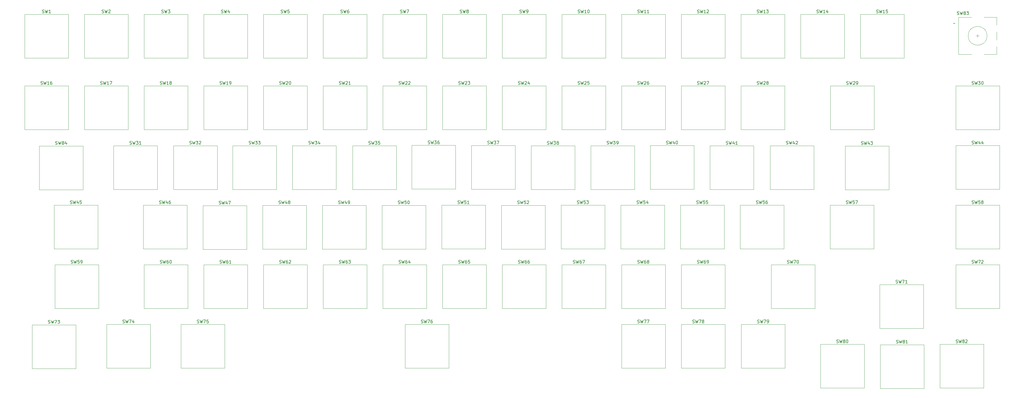
<source format=gbr>
%TF.GenerationSoftware,KiCad,Pcbnew,9.0.2*%
%TF.CreationDate,2025-07-29T21:02:51-05:00*%
%TF.ProjectId,realkeyboard,7265616c-6b65-4796-926f-6172642e6b69,rev?*%
%TF.SameCoordinates,Original*%
%TF.FileFunction,Legend,Top*%
%TF.FilePolarity,Positive*%
%FSLAX46Y46*%
G04 Gerber Fmt 4.6, Leading zero omitted, Abs format (unit mm)*
G04 Created by KiCad (PCBNEW 9.0.2) date 2025-07-29 21:02:51*
%MOMM*%
%LPD*%
G01*
G04 APERTURE LIST*
%ADD10C,0.150000*%
%ADD11C,0.120000*%
G04 APERTURE END LIST*
D10*
X244316476Y-136043200D02*
X244459333Y-136090819D01*
X244459333Y-136090819D02*
X244697428Y-136090819D01*
X244697428Y-136090819D02*
X244792666Y-136043200D01*
X244792666Y-136043200D02*
X244840285Y-135995580D01*
X244840285Y-135995580D02*
X244887904Y-135900342D01*
X244887904Y-135900342D02*
X244887904Y-135805104D01*
X244887904Y-135805104D02*
X244840285Y-135709866D01*
X244840285Y-135709866D02*
X244792666Y-135662247D01*
X244792666Y-135662247D02*
X244697428Y-135614628D01*
X244697428Y-135614628D02*
X244506952Y-135567009D01*
X244506952Y-135567009D02*
X244411714Y-135519390D01*
X244411714Y-135519390D02*
X244364095Y-135471771D01*
X244364095Y-135471771D02*
X244316476Y-135376533D01*
X244316476Y-135376533D02*
X244316476Y-135281295D01*
X244316476Y-135281295D02*
X244364095Y-135186057D01*
X244364095Y-135186057D02*
X244411714Y-135138438D01*
X244411714Y-135138438D02*
X244506952Y-135090819D01*
X244506952Y-135090819D02*
X244745047Y-135090819D01*
X244745047Y-135090819D02*
X244887904Y-135138438D01*
X245221238Y-135090819D02*
X245459333Y-136090819D01*
X245459333Y-136090819D02*
X245649809Y-135376533D01*
X245649809Y-135376533D02*
X245840285Y-136090819D01*
X245840285Y-136090819D02*
X246078381Y-135090819D01*
X246364095Y-135090819D02*
X247030761Y-135090819D01*
X247030761Y-135090819D02*
X246602190Y-136090819D01*
X247554571Y-135519390D02*
X247459333Y-135471771D01*
X247459333Y-135471771D02*
X247411714Y-135424152D01*
X247411714Y-135424152D02*
X247364095Y-135328914D01*
X247364095Y-135328914D02*
X247364095Y-135281295D01*
X247364095Y-135281295D02*
X247411714Y-135186057D01*
X247411714Y-135186057D02*
X247459333Y-135138438D01*
X247459333Y-135138438D02*
X247554571Y-135090819D01*
X247554571Y-135090819D02*
X247745047Y-135090819D01*
X247745047Y-135090819D02*
X247840285Y-135138438D01*
X247840285Y-135138438D02*
X247887904Y-135186057D01*
X247887904Y-135186057D02*
X247935523Y-135281295D01*
X247935523Y-135281295D02*
X247935523Y-135328914D01*
X247935523Y-135328914D02*
X247887904Y-135424152D01*
X247887904Y-135424152D02*
X247840285Y-135471771D01*
X247840285Y-135471771D02*
X247745047Y-135519390D01*
X247745047Y-135519390D02*
X247554571Y-135519390D01*
X247554571Y-135519390D02*
X247459333Y-135567009D01*
X247459333Y-135567009D02*
X247411714Y-135614628D01*
X247411714Y-135614628D02*
X247364095Y-135709866D01*
X247364095Y-135709866D02*
X247364095Y-135900342D01*
X247364095Y-135900342D02*
X247411714Y-135995580D01*
X247411714Y-135995580D02*
X247459333Y-136043200D01*
X247459333Y-136043200D02*
X247554571Y-136090819D01*
X247554571Y-136090819D02*
X247745047Y-136090819D01*
X247745047Y-136090819D02*
X247840285Y-136043200D01*
X247840285Y-136043200D02*
X247887904Y-135995580D01*
X247887904Y-135995580D02*
X247935523Y-135900342D01*
X247935523Y-135900342D02*
X247935523Y-135709866D01*
X247935523Y-135709866D02*
X247887904Y-135614628D01*
X247887904Y-135614628D02*
X247840285Y-135567009D01*
X247840285Y-135567009D02*
X247745047Y-135519390D01*
X188690476Y-116993200D02*
X188833333Y-117040819D01*
X188833333Y-117040819D02*
X189071428Y-117040819D01*
X189071428Y-117040819D02*
X189166666Y-116993200D01*
X189166666Y-116993200D02*
X189214285Y-116945580D01*
X189214285Y-116945580D02*
X189261904Y-116850342D01*
X189261904Y-116850342D02*
X189261904Y-116755104D01*
X189261904Y-116755104D02*
X189214285Y-116659866D01*
X189214285Y-116659866D02*
X189166666Y-116612247D01*
X189166666Y-116612247D02*
X189071428Y-116564628D01*
X189071428Y-116564628D02*
X188880952Y-116517009D01*
X188880952Y-116517009D02*
X188785714Y-116469390D01*
X188785714Y-116469390D02*
X188738095Y-116421771D01*
X188738095Y-116421771D02*
X188690476Y-116326533D01*
X188690476Y-116326533D02*
X188690476Y-116231295D01*
X188690476Y-116231295D02*
X188738095Y-116136057D01*
X188738095Y-116136057D02*
X188785714Y-116088438D01*
X188785714Y-116088438D02*
X188880952Y-116040819D01*
X188880952Y-116040819D02*
X189119047Y-116040819D01*
X189119047Y-116040819D02*
X189261904Y-116088438D01*
X189595238Y-116040819D02*
X189833333Y-117040819D01*
X189833333Y-117040819D02*
X190023809Y-116326533D01*
X190023809Y-116326533D02*
X190214285Y-117040819D01*
X190214285Y-117040819D02*
X190452381Y-116040819D01*
X191261904Y-116040819D02*
X191071428Y-116040819D01*
X191071428Y-116040819D02*
X190976190Y-116088438D01*
X190976190Y-116088438D02*
X190928571Y-116136057D01*
X190928571Y-116136057D02*
X190833333Y-116278914D01*
X190833333Y-116278914D02*
X190785714Y-116469390D01*
X190785714Y-116469390D02*
X190785714Y-116850342D01*
X190785714Y-116850342D02*
X190833333Y-116945580D01*
X190833333Y-116945580D02*
X190880952Y-116993200D01*
X190880952Y-116993200D02*
X190976190Y-117040819D01*
X190976190Y-117040819D02*
X191166666Y-117040819D01*
X191166666Y-117040819D02*
X191261904Y-116993200D01*
X191261904Y-116993200D02*
X191309523Y-116945580D01*
X191309523Y-116945580D02*
X191357142Y-116850342D01*
X191357142Y-116850342D02*
X191357142Y-116612247D01*
X191357142Y-116612247D02*
X191309523Y-116517009D01*
X191309523Y-116517009D02*
X191261904Y-116469390D01*
X191261904Y-116469390D02*
X191166666Y-116421771D01*
X191166666Y-116421771D02*
X190976190Y-116421771D01*
X190976190Y-116421771D02*
X190880952Y-116469390D01*
X190880952Y-116469390D02*
X190833333Y-116517009D01*
X190833333Y-116517009D02*
X190785714Y-116612247D01*
X192214285Y-116040819D02*
X192023809Y-116040819D01*
X192023809Y-116040819D02*
X191928571Y-116088438D01*
X191928571Y-116088438D02*
X191880952Y-116136057D01*
X191880952Y-116136057D02*
X191785714Y-116278914D01*
X191785714Y-116278914D02*
X191738095Y-116469390D01*
X191738095Y-116469390D02*
X191738095Y-116850342D01*
X191738095Y-116850342D02*
X191785714Y-116945580D01*
X191785714Y-116945580D02*
X191833333Y-116993200D01*
X191833333Y-116993200D02*
X191928571Y-117040819D01*
X191928571Y-117040819D02*
X192119047Y-117040819D01*
X192119047Y-117040819D02*
X192214285Y-116993200D01*
X192214285Y-116993200D02*
X192261904Y-116945580D01*
X192261904Y-116945580D02*
X192309523Y-116850342D01*
X192309523Y-116850342D02*
X192309523Y-116612247D01*
X192309523Y-116612247D02*
X192261904Y-116517009D01*
X192261904Y-116517009D02*
X192214285Y-116469390D01*
X192214285Y-116469390D02*
X192119047Y-116421771D01*
X192119047Y-116421771D02*
X191928571Y-116421771D01*
X191928571Y-116421771D02*
X191833333Y-116469390D01*
X191833333Y-116469390D02*
X191785714Y-116517009D01*
X191785714Y-116517009D02*
X191738095Y-116612247D01*
X189166667Y-36983200D02*
X189309524Y-37030819D01*
X189309524Y-37030819D02*
X189547619Y-37030819D01*
X189547619Y-37030819D02*
X189642857Y-36983200D01*
X189642857Y-36983200D02*
X189690476Y-36935580D01*
X189690476Y-36935580D02*
X189738095Y-36840342D01*
X189738095Y-36840342D02*
X189738095Y-36745104D01*
X189738095Y-36745104D02*
X189690476Y-36649866D01*
X189690476Y-36649866D02*
X189642857Y-36602247D01*
X189642857Y-36602247D02*
X189547619Y-36554628D01*
X189547619Y-36554628D02*
X189357143Y-36507009D01*
X189357143Y-36507009D02*
X189261905Y-36459390D01*
X189261905Y-36459390D02*
X189214286Y-36411771D01*
X189214286Y-36411771D02*
X189166667Y-36316533D01*
X189166667Y-36316533D02*
X189166667Y-36221295D01*
X189166667Y-36221295D02*
X189214286Y-36126057D01*
X189214286Y-36126057D02*
X189261905Y-36078438D01*
X189261905Y-36078438D02*
X189357143Y-36030819D01*
X189357143Y-36030819D02*
X189595238Y-36030819D01*
X189595238Y-36030819D02*
X189738095Y-36078438D01*
X190071429Y-36030819D02*
X190309524Y-37030819D01*
X190309524Y-37030819D02*
X190500000Y-36316533D01*
X190500000Y-36316533D02*
X190690476Y-37030819D01*
X190690476Y-37030819D02*
X190928572Y-36030819D01*
X191357143Y-37030819D02*
X191547619Y-37030819D01*
X191547619Y-37030819D02*
X191642857Y-36983200D01*
X191642857Y-36983200D02*
X191690476Y-36935580D01*
X191690476Y-36935580D02*
X191785714Y-36792723D01*
X191785714Y-36792723D02*
X191833333Y-36602247D01*
X191833333Y-36602247D02*
X191833333Y-36221295D01*
X191833333Y-36221295D02*
X191785714Y-36126057D01*
X191785714Y-36126057D02*
X191738095Y-36078438D01*
X191738095Y-36078438D02*
X191642857Y-36030819D01*
X191642857Y-36030819D02*
X191452381Y-36030819D01*
X191452381Y-36030819D02*
X191357143Y-36078438D01*
X191357143Y-36078438D02*
X191309524Y-36126057D01*
X191309524Y-36126057D02*
X191261905Y-36221295D01*
X191261905Y-36221295D02*
X191261905Y-36459390D01*
X191261905Y-36459390D02*
X191309524Y-36554628D01*
X191309524Y-36554628D02*
X191357143Y-36602247D01*
X191357143Y-36602247D02*
X191452381Y-36649866D01*
X191452381Y-36649866D02*
X191642857Y-36649866D01*
X191642857Y-36649866D02*
X191738095Y-36602247D01*
X191738095Y-36602247D02*
X191785714Y-36554628D01*
X191785714Y-36554628D02*
X191833333Y-36459390D01*
X74390476Y-116993200D02*
X74533333Y-117040819D01*
X74533333Y-117040819D02*
X74771428Y-117040819D01*
X74771428Y-117040819D02*
X74866666Y-116993200D01*
X74866666Y-116993200D02*
X74914285Y-116945580D01*
X74914285Y-116945580D02*
X74961904Y-116850342D01*
X74961904Y-116850342D02*
X74961904Y-116755104D01*
X74961904Y-116755104D02*
X74914285Y-116659866D01*
X74914285Y-116659866D02*
X74866666Y-116612247D01*
X74866666Y-116612247D02*
X74771428Y-116564628D01*
X74771428Y-116564628D02*
X74580952Y-116517009D01*
X74580952Y-116517009D02*
X74485714Y-116469390D01*
X74485714Y-116469390D02*
X74438095Y-116421771D01*
X74438095Y-116421771D02*
X74390476Y-116326533D01*
X74390476Y-116326533D02*
X74390476Y-116231295D01*
X74390476Y-116231295D02*
X74438095Y-116136057D01*
X74438095Y-116136057D02*
X74485714Y-116088438D01*
X74485714Y-116088438D02*
X74580952Y-116040819D01*
X74580952Y-116040819D02*
X74819047Y-116040819D01*
X74819047Y-116040819D02*
X74961904Y-116088438D01*
X75295238Y-116040819D02*
X75533333Y-117040819D01*
X75533333Y-117040819D02*
X75723809Y-116326533D01*
X75723809Y-116326533D02*
X75914285Y-117040819D01*
X75914285Y-117040819D02*
X76152381Y-116040819D01*
X76961904Y-116040819D02*
X76771428Y-116040819D01*
X76771428Y-116040819D02*
X76676190Y-116088438D01*
X76676190Y-116088438D02*
X76628571Y-116136057D01*
X76628571Y-116136057D02*
X76533333Y-116278914D01*
X76533333Y-116278914D02*
X76485714Y-116469390D01*
X76485714Y-116469390D02*
X76485714Y-116850342D01*
X76485714Y-116850342D02*
X76533333Y-116945580D01*
X76533333Y-116945580D02*
X76580952Y-116993200D01*
X76580952Y-116993200D02*
X76676190Y-117040819D01*
X76676190Y-117040819D02*
X76866666Y-117040819D01*
X76866666Y-117040819D02*
X76961904Y-116993200D01*
X76961904Y-116993200D02*
X77009523Y-116945580D01*
X77009523Y-116945580D02*
X77057142Y-116850342D01*
X77057142Y-116850342D02*
X77057142Y-116612247D01*
X77057142Y-116612247D02*
X77009523Y-116517009D01*
X77009523Y-116517009D02*
X76961904Y-116469390D01*
X76961904Y-116469390D02*
X76866666Y-116421771D01*
X76866666Y-116421771D02*
X76676190Y-116421771D01*
X76676190Y-116421771D02*
X76580952Y-116469390D01*
X76580952Y-116469390D02*
X76533333Y-116517009D01*
X76533333Y-116517009D02*
X76485714Y-116612247D01*
X77676190Y-116040819D02*
X77771428Y-116040819D01*
X77771428Y-116040819D02*
X77866666Y-116088438D01*
X77866666Y-116088438D02*
X77914285Y-116136057D01*
X77914285Y-116136057D02*
X77961904Y-116231295D01*
X77961904Y-116231295D02*
X78009523Y-116421771D01*
X78009523Y-116421771D02*
X78009523Y-116659866D01*
X78009523Y-116659866D02*
X77961904Y-116850342D01*
X77961904Y-116850342D02*
X77914285Y-116945580D01*
X77914285Y-116945580D02*
X77866666Y-116993200D01*
X77866666Y-116993200D02*
X77771428Y-117040819D01*
X77771428Y-117040819D02*
X77676190Y-117040819D01*
X77676190Y-117040819D02*
X77580952Y-116993200D01*
X77580952Y-116993200D02*
X77533333Y-116945580D01*
X77533333Y-116945580D02*
X77485714Y-116850342D01*
X77485714Y-116850342D02*
X77438095Y-116659866D01*
X77438095Y-116659866D02*
X77438095Y-116421771D01*
X77438095Y-116421771D02*
X77485714Y-116231295D01*
X77485714Y-116231295D02*
X77533333Y-116136057D01*
X77533333Y-116136057D02*
X77580952Y-116088438D01*
X77580952Y-116088438D02*
X77676190Y-116040819D01*
X131286476Y-97994000D02*
X131429333Y-98041619D01*
X131429333Y-98041619D02*
X131667428Y-98041619D01*
X131667428Y-98041619D02*
X131762666Y-97994000D01*
X131762666Y-97994000D02*
X131810285Y-97946380D01*
X131810285Y-97946380D02*
X131857904Y-97851142D01*
X131857904Y-97851142D02*
X131857904Y-97755904D01*
X131857904Y-97755904D02*
X131810285Y-97660666D01*
X131810285Y-97660666D02*
X131762666Y-97613047D01*
X131762666Y-97613047D02*
X131667428Y-97565428D01*
X131667428Y-97565428D02*
X131476952Y-97517809D01*
X131476952Y-97517809D02*
X131381714Y-97470190D01*
X131381714Y-97470190D02*
X131334095Y-97422571D01*
X131334095Y-97422571D02*
X131286476Y-97327333D01*
X131286476Y-97327333D02*
X131286476Y-97232095D01*
X131286476Y-97232095D02*
X131334095Y-97136857D01*
X131334095Y-97136857D02*
X131381714Y-97089238D01*
X131381714Y-97089238D02*
X131476952Y-97041619D01*
X131476952Y-97041619D02*
X131715047Y-97041619D01*
X131715047Y-97041619D02*
X131857904Y-97089238D01*
X132191238Y-97041619D02*
X132429333Y-98041619D01*
X132429333Y-98041619D02*
X132619809Y-97327333D01*
X132619809Y-97327333D02*
X132810285Y-98041619D01*
X132810285Y-98041619D02*
X133048381Y-97041619D01*
X133857904Y-97374952D02*
X133857904Y-98041619D01*
X133619809Y-96994000D02*
X133381714Y-97708285D01*
X133381714Y-97708285D02*
X134000761Y-97708285D01*
X134429333Y-98041619D02*
X134619809Y-98041619D01*
X134619809Y-98041619D02*
X134715047Y-97994000D01*
X134715047Y-97994000D02*
X134762666Y-97946380D01*
X134762666Y-97946380D02*
X134857904Y-97803523D01*
X134857904Y-97803523D02*
X134905523Y-97613047D01*
X134905523Y-97613047D02*
X134905523Y-97232095D01*
X134905523Y-97232095D02*
X134857904Y-97136857D01*
X134857904Y-97136857D02*
X134810285Y-97089238D01*
X134810285Y-97089238D02*
X134715047Y-97041619D01*
X134715047Y-97041619D02*
X134524571Y-97041619D01*
X134524571Y-97041619D02*
X134429333Y-97089238D01*
X134429333Y-97089238D02*
X134381714Y-97136857D01*
X134381714Y-97136857D02*
X134334095Y-97232095D01*
X134334095Y-97232095D02*
X134334095Y-97470190D01*
X134334095Y-97470190D02*
X134381714Y-97565428D01*
X134381714Y-97565428D02*
X134429333Y-97613047D01*
X134429333Y-97613047D02*
X134524571Y-97660666D01*
X134524571Y-97660666D02*
X134715047Y-97660666D01*
X134715047Y-97660666D02*
X134810285Y-97613047D01*
X134810285Y-97613047D02*
X134857904Y-97565428D01*
X134857904Y-97565428D02*
X134905523Y-97470190D01*
X45942476Y-116993200D02*
X46085333Y-117040819D01*
X46085333Y-117040819D02*
X46323428Y-117040819D01*
X46323428Y-117040819D02*
X46418666Y-116993200D01*
X46418666Y-116993200D02*
X46466285Y-116945580D01*
X46466285Y-116945580D02*
X46513904Y-116850342D01*
X46513904Y-116850342D02*
X46513904Y-116755104D01*
X46513904Y-116755104D02*
X46466285Y-116659866D01*
X46466285Y-116659866D02*
X46418666Y-116612247D01*
X46418666Y-116612247D02*
X46323428Y-116564628D01*
X46323428Y-116564628D02*
X46132952Y-116517009D01*
X46132952Y-116517009D02*
X46037714Y-116469390D01*
X46037714Y-116469390D02*
X45990095Y-116421771D01*
X45990095Y-116421771D02*
X45942476Y-116326533D01*
X45942476Y-116326533D02*
X45942476Y-116231295D01*
X45942476Y-116231295D02*
X45990095Y-116136057D01*
X45990095Y-116136057D02*
X46037714Y-116088438D01*
X46037714Y-116088438D02*
X46132952Y-116040819D01*
X46132952Y-116040819D02*
X46371047Y-116040819D01*
X46371047Y-116040819D02*
X46513904Y-116088438D01*
X46847238Y-116040819D02*
X47085333Y-117040819D01*
X47085333Y-117040819D02*
X47275809Y-116326533D01*
X47275809Y-116326533D02*
X47466285Y-117040819D01*
X47466285Y-117040819D02*
X47704381Y-116040819D01*
X48561523Y-116040819D02*
X48085333Y-116040819D01*
X48085333Y-116040819D02*
X48037714Y-116517009D01*
X48037714Y-116517009D02*
X48085333Y-116469390D01*
X48085333Y-116469390D02*
X48180571Y-116421771D01*
X48180571Y-116421771D02*
X48418666Y-116421771D01*
X48418666Y-116421771D02*
X48513904Y-116469390D01*
X48513904Y-116469390D02*
X48561523Y-116517009D01*
X48561523Y-116517009D02*
X48609142Y-116612247D01*
X48609142Y-116612247D02*
X48609142Y-116850342D01*
X48609142Y-116850342D02*
X48561523Y-116945580D01*
X48561523Y-116945580D02*
X48513904Y-116993200D01*
X48513904Y-116993200D02*
X48418666Y-117040819D01*
X48418666Y-117040819D02*
X48180571Y-117040819D01*
X48180571Y-117040819D02*
X48085333Y-116993200D01*
X48085333Y-116993200D02*
X48037714Y-116945580D01*
X49085333Y-117040819D02*
X49275809Y-117040819D01*
X49275809Y-117040819D02*
X49371047Y-116993200D01*
X49371047Y-116993200D02*
X49418666Y-116945580D01*
X49418666Y-116945580D02*
X49513904Y-116802723D01*
X49513904Y-116802723D02*
X49561523Y-116612247D01*
X49561523Y-116612247D02*
X49561523Y-116231295D01*
X49561523Y-116231295D02*
X49513904Y-116136057D01*
X49513904Y-116136057D02*
X49466285Y-116088438D01*
X49466285Y-116088438D02*
X49371047Y-116040819D01*
X49371047Y-116040819D02*
X49180571Y-116040819D01*
X49180571Y-116040819D02*
X49085333Y-116088438D01*
X49085333Y-116088438D02*
X49037714Y-116136057D01*
X49037714Y-116136057D02*
X48990095Y-116231295D01*
X48990095Y-116231295D02*
X48990095Y-116469390D01*
X48990095Y-116469390D02*
X49037714Y-116564628D01*
X49037714Y-116564628D02*
X49085333Y-116612247D01*
X49085333Y-116612247D02*
X49180571Y-116659866D01*
X49180571Y-116659866D02*
X49371047Y-116659866D01*
X49371047Y-116659866D02*
X49466285Y-116612247D01*
X49466285Y-116612247D02*
X49513904Y-116564628D01*
X49513904Y-116564628D02*
X49561523Y-116469390D01*
X40989476Y-79020200D02*
X41132333Y-79067819D01*
X41132333Y-79067819D02*
X41370428Y-79067819D01*
X41370428Y-79067819D02*
X41465666Y-79020200D01*
X41465666Y-79020200D02*
X41513285Y-78972580D01*
X41513285Y-78972580D02*
X41560904Y-78877342D01*
X41560904Y-78877342D02*
X41560904Y-78782104D01*
X41560904Y-78782104D02*
X41513285Y-78686866D01*
X41513285Y-78686866D02*
X41465666Y-78639247D01*
X41465666Y-78639247D02*
X41370428Y-78591628D01*
X41370428Y-78591628D02*
X41179952Y-78544009D01*
X41179952Y-78544009D02*
X41084714Y-78496390D01*
X41084714Y-78496390D02*
X41037095Y-78448771D01*
X41037095Y-78448771D02*
X40989476Y-78353533D01*
X40989476Y-78353533D02*
X40989476Y-78258295D01*
X40989476Y-78258295D02*
X41037095Y-78163057D01*
X41037095Y-78163057D02*
X41084714Y-78115438D01*
X41084714Y-78115438D02*
X41179952Y-78067819D01*
X41179952Y-78067819D02*
X41418047Y-78067819D01*
X41418047Y-78067819D02*
X41560904Y-78115438D01*
X41894238Y-78067819D02*
X42132333Y-79067819D01*
X42132333Y-79067819D02*
X42322809Y-78353533D01*
X42322809Y-78353533D02*
X42513285Y-79067819D01*
X42513285Y-79067819D02*
X42751381Y-78067819D01*
X43275190Y-78496390D02*
X43179952Y-78448771D01*
X43179952Y-78448771D02*
X43132333Y-78401152D01*
X43132333Y-78401152D02*
X43084714Y-78305914D01*
X43084714Y-78305914D02*
X43084714Y-78258295D01*
X43084714Y-78258295D02*
X43132333Y-78163057D01*
X43132333Y-78163057D02*
X43179952Y-78115438D01*
X43179952Y-78115438D02*
X43275190Y-78067819D01*
X43275190Y-78067819D02*
X43465666Y-78067819D01*
X43465666Y-78067819D02*
X43560904Y-78115438D01*
X43560904Y-78115438D02*
X43608523Y-78163057D01*
X43608523Y-78163057D02*
X43656142Y-78258295D01*
X43656142Y-78258295D02*
X43656142Y-78305914D01*
X43656142Y-78305914D02*
X43608523Y-78401152D01*
X43608523Y-78401152D02*
X43560904Y-78448771D01*
X43560904Y-78448771D02*
X43465666Y-78496390D01*
X43465666Y-78496390D02*
X43275190Y-78496390D01*
X43275190Y-78496390D02*
X43179952Y-78544009D01*
X43179952Y-78544009D02*
X43132333Y-78591628D01*
X43132333Y-78591628D02*
X43084714Y-78686866D01*
X43084714Y-78686866D02*
X43084714Y-78877342D01*
X43084714Y-78877342D02*
X43132333Y-78972580D01*
X43132333Y-78972580D02*
X43179952Y-79020200D01*
X43179952Y-79020200D02*
X43275190Y-79067819D01*
X43275190Y-79067819D02*
X43465666Y-79067819D01*
X43465666Y-79067819D02*
X43560904Y-79020200D01*
X43560904Y-79020200D02*
X43608523Y-78972580D01*
X43608523Y-78972580D02*
X43656142Y-78877342D01*
X43656142Y-78877342D02*
X43656142Y-78686866D01*
X43656142Y-78686866D02*
X43608523Y-78591628D01*
X43608523Y-78591628D02*
X43560904Y-78544009D01*
X43560904Y-78544009D02*
X43465666Y-78496390D01*
X44513285Y-78401152D02*
X44513285Y-79067819D01*
X44275190Y-78020200D02*
X44037095Y-78734485D01*
X44037095Y-78734485D02*
X44656142Y-78734485D01*
X64687676Y-78994800D02*
X64830533Y-79042419D01*
X64830533Y-79042419D02*
X65068628Y-79042419D01*
X65068628Y-79042419D02*
X65163866Y-78994800D01*
X65163866Y-78994800D02*
X65211485Y-78947180D01*
X65211485Y-78947180D02*
X65259104Y-78851942D01*
X65259104Y-78851942D02*
X65259104Y-78756704D01*
X65259104Y-78756704D02*
X65211485Y-78661466D01*
X65211485Y-78661466D02*
X65163866Y-78613847D01*
X65163866Y-78613847D02*
X65068628Y-78566228D01*
X65068628Y-78566228D02*
X64878152Y-78518609D01*
X64878152Y-78518609D02*
X64782914Y-78470990D01*
X64782914Y-78470990D02*
X64735295Y-78423371D01*
X64735295Y-78423371D02*
X64687676Y-78328133D01*
X64687676Y-78328133D02*
X64687676Y-78232895D01*
X64687676Y-78232895D02*
X64735295Y-78137657D01*
X64735295Y-78137657D02*
X64782914Y-78090038D01*
X64782914Y-78090038D02*
X64878152Y-78042419D01*
X64878152Y-78042419D02*
X65116247Y-78042419D01*
X65116247Y-78042419D02*
X65259104Y-78090038D01*
X65592438Y-78042419D02*
X65830533Y-79042419D01*
X65830533Y-79042419D02*
X66021009Y-78328133D01*
X66021009Y-78328133D02*
X66211485Y-79042419D01*
X66211485Y-79042419D02*
X66449581Y-78042419D01*
X66735295Y-78042419D02*
X67354342Y-78042419D01*
X67354342Y-78042419D02*
X67021009Y-78423371D01*
X67021009Y-78423371D02*
X67163866Y-78423371D01*
X67163866Y-78423371D02*
X67259104Y-78470990D01*
X67259104Y-78470990D02*
X67306723Y-78518609D01*
X67306723Y-78518609D02*
X67354342Y-78613847D01*
X67354342Y-78613847D02*
X67354342Y-78851942D01*
X67354342Y-78851942D02*
X67306723Y-78947180D01*
X67306723Y-78947180D02*
X67259104Y-78994800D01*
X67259104Y-78994800D02*
X67163866Y-79042419D01*
X67163866Y-79042419D02*
X66878152Y-79042419D01*
X66878152Y-79042419D02*
X66782914Y-78994800D01*
X66782914Y-78994800D02*
X66735295Y-78947180D01*
X68306723Y-79042419D02*
X67735295Y-79042419D01*
X68021009Y-79042419D02*
X68021009Y-78042419D01*
X68021009Y-78042419D02*
X67925771Y-78185276D01*
X67925771Y-78185276D02*
X67830533Y-78280514D01*
X67830533Y-78280514D02*
X67735295Y-78328133D01*
X74390476Y-59843200D02*
X74533333Y-59890819D01*
X74533333Y-59890819D02*
X74771428Y-59890819D01*
X74771428Y-59890819D02*
X74866666Y-59843200D01*
X74866666Y-59843200D02*
X74914285Y-59795580D01*
X74914285Y-59795580D02*
X74961904Y-59700342D01*
X74961904Y-59700342D02*
X74961904Y-59605104D01*
X74961904Y-59605104D02*
X74914285Y-59509866D01*
X74914285Y-59509866D02*
X74866666Y-59462247D01*
X74866666Y-59462247D02*
X74771428Y-59414628D01*
X74771428Y-59414628D02*
X74580952Y-59367009D01*
X74580952Y-59367009D02*
X74485714Y-59319390D01*
X74485714Y-59319390D02*
X74438095Y-59271771D01*
X74438095Y-59271771D02*
X74390476Y-59176533D01*
X74390476Y-59176533D02*
X74390476Y-59081295D01*
X74390476Y-59081295D02*
X74438095Y-58986057D01*
X74438095Y-58986057D02*
X74485714Y-58938438D01*
X74485714Y-58938438D02*
X74580952Y-58890819D01*
X74580952Y-58890819D02*
X74819047Y-58890819D01*
X74819047Y-58890819D02*
X74961904Y-58938438D01*
X75295238Y-58890819D02*
X75533333Y-59890819D01*
X75533333Y-59890819D02*
X75723809Y-59176533D01*
X75723809Y-59176533D02*
X75914285Y-59890819D01*
X75914285Y-59890819D02*
X76152381Y-58890819D01*
X77057142Y-59890819D02*
X76485714Y-59890819D01*
X76771428Y-59890819D02*
X76771428Y-58890819D01*
X76771428Y-58890819D02*
X76676190Y-59033676D01*
X76676190Y-59033676D02*
X76580952Y-59128914D01*
X76580952Y-59128914D02*
X76485714Y-59176533D01*
X77628571Y-59319390D02*
X77533333Y-59271771D01*
X77533333Y-59271771D02*
X77485714Y-59224152D01*
X77485714Y-59224152D02*
X77438095Y-59128914D01*
X77438095Y-59128914D02*
X77438095Y-59081295D01*
X77438095Y-59081295D02*
X77485714Y-58986057D01*
X77485714Y-58986057D02*
X77533333Y-58938438D01*
X77533333Y-58938438D02*
X77628571Y-58890819D01*
X77628571Y-58890819D02*
X77819047Y-58890819D01*
X77819047Y-58890819D02*
X77914285Y-58938438D01*
X77914285Y-58938438D02*
X77961904Y-58986057D01*
X77961904Y-58986057D02*
X78009523Y-59081295D01*
X78009523Y-59081295D02*
X78009523Y-59128914D01*
X78009523Y-59128914D02*
X77961904Y-59224152D01*
X77961904Y-59224152D02*
X77914285Y-59271771D01*
X77914285Y-59271771D02*
X77819047Y-59319390D01*
X77819047Y-59319390D02*
X77628571Y-59319390D01*
X77628571Y-59319390D02*
X77533333Y-59367009D01*
X77533333Y-59367009D02*
X77485714Y-59414628D01*
X77485714Y-59414628D02*
X77438095Y-59509866D01*
X77438095Y-59509866D02*
X77438095Y-59700342D01*
X77438095Y-59700342D02*
X77485714Y-59795580D01*
X77485714Y-59795580D02*
X77533333Y-59843200D01*
X77533333Y-59843200D02*
X77628571Y-59890819D01*
X77628571Y-59890819D02*
X77819047Y-59890819D01*
X77819047Y-59890819D02*
X77914285Y-59843200D01*
X77914285Y-59843200D02*
X77961904Y-59795580D01*
X77961904Y-59795580D02*
X78009523Y-59700342D01*
X78009523Y-59700342D02*
X78009523Y-59509866D01*
X78009523Y-59509866D02*
X77961904Y-59414628D01*
X77961904Y-59414628D02*
X77914285Y-59367009D01*
X77914285Y-59367009D02*
X77819047Y-59319390D01*
X93440476Y-59843200D02*
X93583333Y-59890819D01*
X93583333Y-59890819D02*
X93821428Y-59890819D01*
X93821428Y-59890819D02*
X93916666Y-59843200D01*
X93916666Y-59843200D02*
X93964285Y-59795580D01*
X93964285Y-59795580D02*
X94011904Y-59700342D01*
X94011904Y-59700342D02*
X94011904Y-59605104D01*
X94011904Y-59605104D02*
X93964285Y-59509866D01*
X93964285Y-59509866D02*
X93916666Y-59462247D01*
X93916666Y-59462247D02*
X93821428Y-59414628D01*
X93821428Y-59414628D02*
X93630952Y-59367009D01*
X93630952Y-59367009D02*
X93535714Y-59319390D01*
X93535714Y-59319390D02*
X93488095Y-59271771D01*
X93488095Y-59271771D02*
X93440476Y-59176533D01*
X93440476Y-59176533D02*
X93440476Y-59081295D01*
X93440476Y-59081295D02*
X93488095Y-58986057D01*
X93488095Y-58986057D02*
X93535714Y-58938438D01*
X93535714Y-58938438D02*
X93630952Y-58890819D01*
X93630952Y-58890819D02*
X93869047Y-58890819D01*
X93869047Y-58890819D02*
X94011904Y-58938438D01*
X94345238Y-58890819D02*
X94583333Y-59890819D01*
X94583333Y-59890819D02*
X94773809Y-59176533D01*
X94773809Y-59176533D02*
X94964285Y-59890819D01*
X94964285Y-59890819D02*
X95202381Y-58890819D01*
X96107142Y-59890819D02*
X95535714Y-59890819D01*
X95821428Y-59890819D02*
X95821428Y-58890819D01*
X95821428Y-58890819D02*
X95726190Y-59033676D01*
X95726190Y-59033676D02*
X95630952Y-59128914D01*
X95630952Y-59128914D02*
X95535714Y-59176533D01*
X96583333Y-59890819D02*
X96773809Y-59890819D01*
X96773809Y-59890819D02*
X96869047Y-59843200D01*
X96869047Y-59843200D02*
X96916666Y-59795580D01*
X96916666Y-59795580D02*
X97011904Y-59652723D01*
X97011904Y-59652723D02*
X97059523Y-59462247D01*
X97059523Y-59462247D02*
X97059523Y-59081295D01*
X97059523Y-59081295D02*
X97011904Y-58986057D01*
X97011904Y-58986057D02*
X96964285Y-58938438D01*
X96964285Y-58938438D02*
X96869047Y-58890819D01*
X96869047Y-58890819D02*
X96678571Y-58890819D01*
X96678571Y-58890819D02*
X96583333Y-58938438D01*
X96583333Y-58938438D02*
X96535714Y-58986057D01*
X96535714Y-58986057D02*
X96488095Y-59081295D01*
X96488095Y-59081295D02*
X96488095Y-59319390D01*
X96488095Y-59319390D02*
X96535714Y-59414628D01*
X96535714Y-59414628D02*
X96583333Y-59462247D01*
X96583333Y-59462247D02*
X96678571Y-59509866D01*
X96678571Y-59509866D02*
X96869047Y-59509866D01*
X96869047Y-59509866D02*
X96964285Y-59462247D01*
X96964285Y-59462247D02*
X97011904Y-59414628D01*
X97011904Y-59414628D02*
X97059523Y-59319390D01*
X169386476Y-97943200D02*
X169529333Y-97990819D01*
X169529333Y-97990819D02*
X169767428Y-97990819D01*
X169767428Y-97990819D02*
X169862666Y-97943200D01*
X169862666Y-97943200D02*
X169910285Y-97895580D01*
X169910285Y-97895580D02*
X169957904Y-97800342D01*
X169957904Y-97800342D02*
X169957904Y-97705104D01*
X169957904Y-97705104D02*
X169910285Y-97609866D01*
X169910285Y-97609866D02*
X169862666Y-97562247D01*
X169862666Y-97562247D02*
X169767428Y-97514628D01*
X169767428Y-97514628D02*
X169576952Y-97467009D01*
X169576952Y-97467009D02*
X169481714Y-97419390D01*
X169481714Y-97419390D02*
X169434095Y-97371771D01*
X169434095Y-97371771D02*
X169386476Y-97276533D01*
X169386476Y-97276533D02*
X169386476Y-97181295D01*
X169386476Y-97181295D02*
X169434095Y-97086057D01*
X169434095Y-97086057D02*
X169481714Y-97038438D01*
X169481714Y-97038438D02*
X169576952Y-96990819D01*
X169576952Y-96990819D02*
X169815047Y-96990819D01*
X169815047Y-96990819D02*
X169957904Y-97038438D01*
X170291238Y-96990819D02*
X170529333Y-97990819D01*
X170529333Y-97990819D02*
X170719809Y-97276533D01*
X170719809Y-97276533D02*
X170910285Y-97990819D01*
X170910285Y-97990819D02*
X171148381Y-96990819D01*
X172005523Y-96990819D02*
X171529333Y-96990819D01*
X171529333Y-96990819D02*
X171481714Y-97467009D01*
X171481714Y-97467009D02*
X171529333Y-97419390D01*
X171529333Y-97419390D02*
X171624571Y-97371771D01*
X171624571Y-97371771D02*
X171862666Y-97371771D01*
X171862666Y-97371771D02*
X171957904Y-97419390D01*
X171957904Y-97419390D02*
X172005523Y-97467009D01*
X172005523Y-97467009D02*
X172053142Y-97562247D01*
X172053142Y-97562247D02*
X172053142Y-97800342D01*
X172053142Y-97800342D02*
X172005523Y-97895580D01*
X172005523Y-97895580D02*
X171957904Y-97943200D01*
X171957904Y-97943200D02*
X171862666Y-97990819D01*
X171862666Y-97990819D02*
X171624571Y-97990819D01*
X171624571Y-97990819D02*
X171529333Y-97943200D01*
X171529333Y-97943200D02*
X171481714Y-97895580D01*
X173005523Y-97990819D02*
X172434095Y-97990819D01*
X172719809Y-97990819D02*
X172719809Y-96990819D01*
X172719809Y-96990819D02*
X172624571Y-97133676D01*
X172624571Y-97133676D02*
X172529333Y-97228914D01*
X172529333Y-97228914D02*
X172434095Y-97276533D01*
X55340476Y-59843200D02*
X55483333Y-59890819D01*
X55483333Y-59890819D02*
X55721428Y-59890819D01*
X55721428Y-59890819D02*
X55816666Y-59843200D01*
X55816666Y-59843200D02*
X55864285Y-59795580D01*
X55864285Y-59795580D02*
X55911904Y-59700342D01*
X55911904Y-59700342D02*
X55911904Y-59605104D01*
X55911904Y-59605104D02*
X55864285Y-59509866D01*
X55864285Y-59509866D02*
X55816666Y-59462247D01*
X55816666Y-59462247D02*
X55721428Y-59414628D01*
X55721428Y-59414628D02*
X55530952Y-59367009D01*
X55530952Y-59367009D02*
X55435714Y-59319390D01*
X55435714Y-59319390D02*
X55388095Y-59271771D01*
X55388095Y-59271771D02*
X55340476Y-59176533D01*
X55340476Y-59176533D02*
X55340476Y-59081295D01*
X55340476Y-59081295D02*
X55388095Y-58986057D01*
X55388095Y-58986057D02*
X55435714Y-58938438D01*
X55435714Y-58938438D02*
X55530952Y-58890819D01*
X55530952Y-58890819D02*
X55769047Y-58890819D01*
X55769047Y-58890819D02*
X55911904Y-58938438D01*
X56245238Y-58890819D02*
X56483333Y-59890819D01*
X56483333Y-59890819D02*
X56673809Y-59176533D01*
X56673809Y-59176533D02*
X56864285Y-59890819D01*
X56864285Y-59890819D02*
X57102381Y-58890819D01*
X58007142Y-59890819D02*
X57435714Y-59890819D01*
X57721428Y-59890819D02*
X57721428Y-58890819D01*
X57721428Y-58890819D02*
X57626190Y-59033676D01*
X57626190Y-59033676D02*
X57530952Y-59128914D01*
X57530952Y-59128914D02*
X57435714Y-59176533D01*
X58340476Y-58890819D02*
X59007142Y-58890819D01*
X59007142Y-58890819D02*
X58578571Y-59890819D01*
X245840476Y-36983200D02*
X245983333Y-37030819D01*
X245983333Y-37030819D02*
X246221428Y-37030819D01*
X246221428Y-37030819D02*
X246316666Y-36983200D01*
X246316666Y-36983200D02*
X246364285Y-36935580D01*
X246364285Y-36935580D02*
X246411904Y-36840342D01*
X246411904Y-36840342D02*
X246411904Y-36745104D01*
X246411904Y-36745104D02*
X246364285Y-36649866D01*
X246364285Y-36649866D02*
X246316666Y-36602247D01*
X246316666Y-36602247D02*
X246221428Y-36554628D01*
X246221428Y-36554628D02*
X246030952Y-36507009D01*
X246030952Y-36507009D02*
X245935714Y-36459390D01*
X245935714Y-36459390D02*
X245888095Y-36411771D01*
X245888095Y-36411771D02*
X245840476Y-36316533D01*
X245840476Y-36316533D02*
X245840476Y-36221295D01*
X245840476Y-36221295D02*
X245888095Y-36126057D01*
X245888095Y-36126057D02*
X245935714Y-36078438D01*
X245935714Y-36078438D02*
X246030952Y-36030819D01*
X246030952Y-36030819D02*
X246269047Y-36030819D01*
X246269047Y-36030819D02*
X246411904Y-36078438D01*
X246745238Y-36030819D02*
X246983333Y-37030819D01*
X246983333Y-37030819D02*
X247173809Y-36316533D01*
X247173809Y-36316533D02*
X247364285Y-37030819D01*
X247364285Y-37030819D02*
X247602381Y-36030819D01*
X248507142Y-37030819D02*
X247935714Y-37030819D01*
X248221428Y-37030819D02*
X248221428Y-36030819D01*
X248221428Y-36030819D02*
X248126190Y-36173676D01*
X248126190Y-36173676D02*
X248030952Y-36268914D01*
X248030952Y-36268914D02*
X247935714Y-36316533D01*
X248888095Y-36126057D02*
X248935714Y-36078438D01*
X248935714Y-36078438D02*
X249030952Y-36030819D01*
X249030952Y-36030819D02*
X249269047Y-36030819D01*
X249269047Y-36030819D02*
X249364285Y-36078438D01*
X249364285Y-36078438D02*
X249411904Y-36126057D01*
X249411904Y-36126057D02*
X249459523Y-36221295D01*
X249459523Y-36221295D02*
X249459523Y-36316533D01*
X249459523Y-36316533D02*
X249411904Y-36459390D01*
X249411904Y-36459390D02*
X248840476Y-37030819D01*
X248840476Y-37030819D02*
X249459523Y-37030819D01*
X62452476Y-136043200D02*
X62595333Y-136090819D01*
X62595333Y-136090819D02*
X62833428Y-136090819D01*
X62833428Y-136090819D02*
X62928666Y-136043200D01*
X62928666Y-136043200D02*
X62976285Y-135995580D01*
X62976285Y-135995580D02*
X63023904Y-135900342D01*
X63023904Y-135900342D02*
X63023904Y-135805104D01*
X63023904Y-135805104D02*
X62976285Y-135709866D01*
X62976285Y-135709866D02*
X62928666Y-135662247D01*
X62928666Y-135662247D02*
X62833428Y-135614628D01*
X62833428Y-135614628D02*
X62642952Y-135567009D01*
X62642952Y-135567009D02*
X62547714Y-135519390D01*
X62547714Y-135519390D02*
X62500095Y-135471771D01*
X62500095Y-135471771D02*
X62452476Y-135376533D01*
X62452476Y-135376533D02*
X62452476Y-135281295D01*
X62452476Y-135281295D02*
X62500095Y-135186057D01*
X62500095Y-135186057D02*
X62547714Y-135138438D01*
X62547714Y-135138438D02*
X62642952Y-135090819D01*
X62642952Y-135090819D02*
X62881047Y-135090819D01*
X62881047Y-135090819D02*
X63023904Y-135138438D01*
X63357238Y-135090819D02*
X63595333Y-136090819D01*
X63595333Y-136090819D02*
X63785809Y-135376533D01*
X63785809Y-135376533D02*
X63976285Y-136090819D01*
X63976285Y-136090819D02*
X64214381Y-135090819D01*
X64500095Y-135090819D02*
X65166761Y-135090819D01*
X65166761Y-135090819D02*
X64738190Y-136090819D01*
X65976285Y-135424152D02*
X65976285Y-136090819D01*
X65738190Y-135043200D02*
X65500095Y-135757485D01*
X65500095Y-135757485D02*
X66119142Y-135757485D01*
X235934476Y-78893200D02*
X236077333Y-78940819D01*
X236077333Y-78940819D02*
X236315428Y-78940819D01*
X236315428Y-78940819D02*
X236410666Y-78893200D01*
X236410666Y-78893200D02*
X236458285Y-78845580D01*
X236458285Y-78845580D02*
X236505904Y-78750342D01*
X236505904Y-78750342D02*
X236505904Y-78655104D01*
X236505904Y-78655104D02*
X236458285Y-78559866D01*
X236458285Y-78559866D02*
X236410666Y-78512247D01*
X236410666Y-78512247D02*
X236315428Y-78464628D01*
X236315428Y-78464628D02*
X236124952Y-78417009D01*
X236124952Y-78417009D02*
X236029714Y-78369390D01*
X236029714Y-78369390D02*
X235982095Y-78321771D01*
X235982095Y-78321771D02*
X235934476Y-78226533D01*
X235934476Y-78226533D02*
X235934476Y-78131295D01*
X235934476Y-78131295D02*
X235982095Y-78036057D01*
X235982095Y-78036057D02*
X236029714Y-77988438D01*
X236029714Y-77988438D02*
X236124952Y-77940819D01*
X236124952Y-77940819D02*
X236363047Y-77940819D01*
X236363047Y-77940819D02*
X236505904Y-77988438D01*
X236839238Y-77940819D02*
X237077333Y-78940819D01*
X237077333Y-78940819D02*
X237267809Y-78226533D01*
X237267809Y-78226533D02*
X237458285Y-78940819D01*
X237458285Y-78940819D02*
X237696381Y-77940819D01*
X238505904Y-78274152D02*
X238505904Y-78940819D01*
X238267809Y-77893200D02*
X238029714Y-78607485D01*
X238029714Y-78607485D02*
X238648761Y-78607485D01*
X239220190Y-77940819D02*
X239315428Y-77940819D01*
X239315428Y-77940819D02*
X239410666Y-77988438D01*
X239410666Y-77988438D02*
X239458285Y-78036057D01*
X239458285Y-78036057D02*
X239505904Y-78131295D01*
X239505904Y-78131295D02*
X239553523Y-78321771D01*
X239553523Y-78321771D02*
X239553523Y-78559866D01*
X239553523Y-78559866D02*
X239505904Y-78750342D01*
X239505904Y-78750342D02*
X239458285Y-78845580D01*
X239458285Y-78845580D02*
X239410666Y-78893200D01*
X239410666Y-78893200D02*
X239315428Y-78940819D01*
X239315428Y-78940819D02*
X239220190Y-78940819D01*
X239220190Y-78940819D02*
X239124952Y-78893200D01*
X239124952Y-78893200D02*
X239077333Y-78845580D01*
X239077333Y-78845580D02*
X239029714Y-78750342D01*
X239029714Y-78750342D02*
X238982095Y-78559866D01*
X238982095Y-78559866D02*
X238982095Y-78321771D01*
X238982095Y-78321771D02*
X239029714Y-78131295D01*
X239029714Y-78131295D02*
X239077333Y-78036057D01*
X239077333Y-78036057D02*
X239124952Y-77988438D01*
X239124952Y-77988438D02*
X239220190Y-77940819D01*
X74136476Y-97943200D02*
X74279333Y-97990819D01*
X74279333Y-97990819D02*
X74517428Y-97990819D01*
X74517428Y-97990819D02*
X74612666Y-97943200D01*
X74612666Y-97943200D02*
X74660285Y-97895580D01*
X74660285Y-97895580D02*
X74707904Y-97800342D01*
X74707904Y-97800342D02*
X74707904Y-97705104D01*
X74707904Y-97705104D02*
X74660285Y-97609866D01*
X74660285Y-97609866D02*
X74612666Y-97562247D01*
X74612666Y-97562247D02*
X74517428Y-97514628D01*
X74517428Y-97514628D02*
X74326952Y-97467009D01*
X74326952Y-97467009D02*
X74231714Y-97419390D01*
X74231714Y-97419390D02*
X74184095Y-97371771D01*
X74184095Y-97371771D02*
X74136476Y-97276533D01*
X74136476Y-97276533D02*
X74136476Y-97181295D01*
X74136476Y-97181295D02*
X74184095Y-97086057D01*
X74184095Y-97086057D02*
X74231714Y-97038438D01*
X74231714Y-97038438D02*
X74326952Y-96990819D01*
X74326952Y-96990819D02*
X74565047Y-96990819D01*
X74565047Y-96990819D02*
X74707904Y-97038438D01*
X75041238Y-96990819D02*
X75279333Y-97990819D01*
X75279333Y-97990819D02*
X75469809Y-97276533D01*
X75469809Y-97276533D02*
X75660285Y-97990819D01*
X75660285Y-97990819D02*
X75898381Y-96990819D01*
X76707904Y-97324152D02*
X76707904Y-97990819D01*
X76469809Y-96943200D02*
X76231714Y-97657485D01*
X76231714Y-97657485D02*
X76850761Y-97657485D01*
X77660285Y-96990819D02*
X77469809Y-96990819D01*
X77469809Y-96990819D02*
X77374571Y-97038438D01*
X77374571Y-97038438D02*
X77326952Y-97086057D01*
X77326952Y-97086057D02*
X77231714Y-97228914D01*
X77231714Y-97228914D02*
X77184095Y-97419390D01*
X77184095Y-97419390D02*
X77184095Y-97800342D01*
X77184095Y-97800342D02*
X77231714Y-97895580D01*
X77231714Y-97895580D02*
X77279333Y-97943200D01*
X77279333Y-97943200D02*
X77374571Y-97990819D01*
X77374571Y-97990819D02*
X77565047Y-97990819D01*
X77565047Y-97990819D02*
X77660285Y-97943200D01*
X77660285Y-97943200D02*
X77707904Y-97895580D01*
X77707904Y-97895580D02*
X77755523Y-97800342D01*
X77755523Y-97800342D02*
X77755523Y-97562247D01*
X77755523Y-97562247D02*
X77707904Y-97467009D01*
X77707904Y-97467009D02*
X77660285Y-97419390D01*
X77660285Y-97419390D02*
X77565047Y-97371771D01*
X77565047Y-97371771D02*
X77374571Y-97371771D01*
X77374571Y-97371771D02*
X77279333Y-97419390D01*
X77279333Y-97419390D02*
X77231714Y-97467009D01*
X77231714Y-97467009D02*
X77184095Y-97562247D01*
X302990476Y-36983200D02*
X303133333Y-37030819D01*
X303133333Y-37030819D02*
X303371428Y-37030819D01*
X303371428Y-37030819D02*
X303466666Y-36983200D01*
X303466666Y-36983200D02*
X303514285Y-36935580D01*
X303514285Y-36935580D02*
X303561904Y-36840342D01*
X303561904Y-36840342D02*
X303561904Y-36745104D01*
X303561904Y-36745104D02*
X303514285Y-36649866D01*
X303514285Y-36649866D02*
X303466666Y-36602247D01*
X303466666Y-36602247D02*
X303371428Y-36554628D01*
X303371428Y-36554628D02*
X303180952Y-36507009D01*
X303180952Y-36507009D02*
X303085714Y-36459390D01*
X303085714Y-36459390D02*
X303038095Y-36411771D01*
X303038095Y-36411771D02*
X302990476Y-36316533D01*
X302990476Y-36316533D02*
X302990476Y-36221295D01*
X302990476Y-36221295D02*
X303038095Y-36126057D01*
X303038095Y-36126057D02*
X303085714Y-36078438D01*
X303085714Y-36078438D02*
X303180952Y-36030819D01*
X303180952Y-36030819D02*
X303419047Y-36030819D01*
X303419047Y-36030819D02*
X303561904Y-36078438D01*
X303895238Y-36030819D02*
X304133333Y-37030819D01*
X304133333Y-37030819D02*
X304323809Y-36316533D01*
X304323809Y-36316533D02*
X304514285Y-37030819D01*
X304514285Y-37030819D02*
X304752381Y-36030819D01*
X305657142Y-37030819D02*
X305085714Y-37030819D01*
X305371428Y-37030819D02*
X305371428Y-36030819D01*
X305371428Y-36030819D02*
X305276190Y-36173676D01*
X305276190Y-36173676D02*
X305180952Y-36268914D01*
X305180952Y-36268914D02*
X305085714Y-36316533D01*
X306561904Y-36030819D02*
X306085714Y-36030819D01*
X306085714Y-36030819D02*
X306038095Y-36507009D01*
X306038095Y-36507009D02*
X306085714Y-36459390D01*
X306085714Y-36459390D02*
X306180952Y-36411771D01*
X306180952Y-36411771D02*
X306419047Y-36411771D01*
X306419047Y-36411771D02*
X306514285Y-36459390D01*
X306514285Y-36459390D02*
X306561904Y-36507009D01*
X306561904Y-36507009D02*
X306609523Y-36602247D01*
X306609523Y-36602247D02*
X306609523Y-36840342D01*
X306609523Y-36840342D02*
X306561904Y-36935580D01*
X306561904Y-36935580D02*
X306514285Y-36983200D01*
X306514285Y-36983200D02*
X306419047Y-37030819D01*
X306419047Y-37030819D02*
X306180952Y-37030819D01*
X306180952Y-37030819D02*
X306085714Y-36983200D01*
X306085714Y-36983200D02*
X306038095Y-36935580D01*
X333470476Y-78893200D02*
X333613333Y-78940819D01*
X333613333Y-78940819D02*
X333851428Y-78940819D01*
X333851428Y-78940819D02*
X333946666Y-78893200D01*
X333946666Y-78893200D02*
X333994285Y-78845580D01*
X333994285Y-78845580D02*
X334041904Y-78750342D01*
X334041904Y-78750342D02*
X334041904Y-78655104D01*
X334041904Y-78655104D02*
X333994285Y-78559866D01*
X333994285Y-78559866D02*
X333946666Y-78512247D01*
X333946666Y-78512247D02*
X333851428Y-78464628D01*
X333851428Y-78464628D02*
X333660952Y-78417009D01*
X333660952Y-78417009D02*
X333565714Y-78369390D01*
X333565714Y-78369390D02*
X333518095Y-78321771D01*
X333518095Y-78321771D02*
X333470476Y-78226533D01*
X333470476Y-78226533D02*
X333470476Y-78131295D01*
X333470476Y-78131295D02*
X333518095Y-78036057D01*
X333518095Y-78036057D02*
X333565714Y-77988438D01*
X333565714Y-77988438D02*
X333660952Y-77940819D01*
X333660952Y-77940819D02*
X333899047Y-77940819D01*
X333899047Y-77940819D02*
X334041904Y-77988438D01*
X334375238Y-77940819D02*
X334613333Y-78940819D01*
X334613333Y-78940819D02*
X334803809Y-78226533D01*
X334803809Y-78226533D02*
X334994285Y-78940819D01*
X334994285Y-78940819D02*
X335232381Y-77940819D01*
X336041904Y-78274152D02*
X336041904Y-78940819D01*
X335803809Y-77893200D02*
X335565714Y-78607485D01*
X335565714Y-78607485D02*
X336184761Y-78607485D01*
X336994285Y-78274152D02*
X336994285Y-78940819D01*
X336756190Y-77893200D02*
X336518095Y-78607485D01*
X336518095Y-78607485D02*
X337137142Y-78607485D01*
X226790476Y-36983200D02*
X226933333Y-37030819D01*
X226933333Y-37030819D02*
X227171428Y-37030819D01*
X227171428Y-37030819D02*
X227266666Y-36983200D01*
X227266666Y-36983200D02*
X227314285Y-36935580D01*
X227314285Y-36935580D02*
X227361904Y-36840342D01*
X227361904Y-36840342D02*
X227361904Y-36745104D01*
X227361904Y-36745104D02*
X227314285Y-36649866D01*
X227314285Y-36649866D02*
X227266666Y-36602247D01*
X227266666Y-36602247D02*
X227171428Y-36554628D01*
X227171428Y-36554628D02*
X226980952Y-36507009D01*
X226980952Y-36507009D02*
X226885714Y-36459390D01*
X226885714Y-36459390D02*
X226838095Y-36411771D01*
X226838095Y-36411771D02*
X226790476Y-36316533D01*
X226790476Y-36316533D02*
X226790476Y-36221295D01*
X226790476Y-36221295D02*
X226838095Y-36126057D01*
X226838095Y-36126057D02*
X226885714Y-36078438D01*
X226885714Y-36078438D02*
X226980952Y-36030819D01*
X226980952Y-36030819D02*
X227219047Y-36030819D01*
X227219047Y-36030819D02*
X227361904Y-36078438D01*
X227695238Y-36030819D02*
X227933333Y-37030819D01*
X227933333Y-37030819D02*
X228123809Y-36316533D01*
X228123809Y-36316533D02*
X228314285Y-37030819D01*
X228314285Y-37030819D02*
X228552381Y-36030819D01*
X229457142Y-37030819D02*
X228885714Y-37030819D01*
X229171428Y-37030819D02*
X229171428Y-36030819D01*
X229171428Y-36030819D02*
X229076190Y-36173676D01*
X229076190Y-36173676D02*
X228980952Y-36268914D01*
X228980952Y-36268914D02*
X228885714Y-36316533D01*
X230409523Y-37030819D02*
X229838095Y-37030819D01*
X230123809Y-37030819D02*
X230123809Y-36030819D01*
X230123809Y-36030819D02*
X230028571Y-36173676D01*
X230028571Y-36173676D02*
X229933333Y-36268914D01*
X229933333Y-36268914D02*
X229838095Y-36316533D01*
X197936076Y-78994800D02*
X198078933Y-79042419D01*
X198078933Y-79042419D02*
X198317028Y-79042419D01*
X198317028Y-79042419D02*
X198412266Y-78994800D01*
X198412266Y-78994800D02*
X198459885Y-78947180D01*
X198459885Y-78947180D02*
X198507504Y-78851942D01*
X198507504Y-78851942D02*
X198507504Y-78756704D01*
X198507504Y-78756704D02*
X198459885Y-78661466D01*
X198459885Y-78661466D02*
X198412266Y-78613847D01*
X198412266Y-78613847D02*
X198317028Y-78566228D01*
X198317028Y-78566228D02*
X198126552Y-78518609D01*
X198126552Y-78518609D02*
X198031314Y-78470990D01*
X198031314Y-78470990D02*
X197983695Y-78423371D01*
X197983695Y-78423371D02*
X197936076Y-78328133D01*
X197936076Y-78328133D02*
X197936076Y-78232895D01*
X197936076Y-78232895D02*
X197983695Y-78137657D01*
X197983695Y-78137657D02*
X198031314Y-78090038D01*
X198031314Y-78090038D02*
X198126552Y-78042419D01*
X198126552Y-78042419D02*
X198364647Y-78042419D01*
X198364647Y-78042419D02*
X198507504Y-78090038D01*
X198840838Y-78042419D02*
X199078933Y-79042419D01*
X199078933Y-79042419D02*
X199269409Y-78328133D01*
X199269409Y-78328133D02*
X199459885Y-79042419D01*
X199459885Y-79042419D02*
X199697981Y-78042419D01*
X199983695Y-78042419D02*
X200602742Y-78042419D01*
X200602742Y-78042419D02*
X200269409Y-78423371D01*
X200269409Y-78423371D02*
X200412266Y-78423371D01*
X200412266Y-78423371D02*
X200507504Y-78470990D01*
X200507504Y-78470990D02*
X200555123Y-78518609D01*
X200555123Y-78518609D02*
X200602742Y-78613847D01*
X200602742Y-78613847D02*
X200602742Y-78851942D01*
X200602742Y-78851942D02*
X200555123Y-78947180D01*
X200555123Y-78947180D02*
X200507504Y-78994800D01*
X200507504Y-78994800D02*
X200412266Y-79042419D01*
X200412266Y-79042419D02*
X200126552Y-79042419D01*
X200126552Y-79042419D02*
X200031314Y-78994800D01*
X200031314Y-78994800D02*
X199983695Y-78947180D01*
X201174171Y-78470990D02*
X201078933Y-78423371D01*
X201078933Y-78423371D02*
X201031314Y-78375752D01*
X201031314Y-78375752D02*
X200983695Y-78280514D01*
X200983695Y-78280514D02*
X200983695Y-78232895D01*
X200983695Y-78232895D02*
X201031314Y-78137657D01*
X201031314Y-78137657D02*
X201078933Y-78090038D01*
X201078933Y-78090038D02*
X201174171Y-78042419D01*
X201174171Y-78042419D02*
X201364647Y-78042419D01*
X201364647Y-78042419D02*
X201459885Y-78090038D01*
X201459885Y-78090038D02*
X201507504Y-78137657D01*
X201507504Y-78137657D02*
X201555123Y-78232895D01*
X201555123Y-78232895D02*
X201555123Y-78280514D01*
X201555123Y-78280514D02*
X201507504Y-78375752D01*
X201507504Y-78375752D02*
X201459885Y-78423371D01*
X201459885Y-78423371D02*
X201364647Y-78470990D01*
X201364647Y-78470990D02*
X201174171Y-78470990D01*
X201174171Y-78470990D02*
X201078933Y-78518609D01*
X201078933Y-78518609D02*
X201031314Y-78566228D01*
X201031314Y-78566228D02*
X200983695Y-78661466D01*
X200983695Y-78661466D02*
X200983695Y-78851942D01*
X200983695Y-78851942D02*
X201031314Y-78947180D01*
X201031314Y-78947180D02*
X201078933Y-78994800D01*
X201078933Y-78994800D02*
X201174171Y-79042419D01*
X201174171Y-79042419D02*
X201364647Y-79042419D01*
X201364647Y-79042419D02*
X201459885Y-78994800D01*
X201459885Y-78994800D02*
X201507504Y-78947180D01*
X201507504Y-78947180D02*
X201555123Y-78851942D01*
X201555123Y-78851942D02*
X201555123Y-78661466D01*
X201555123Y-78661466D02*
X201507504Y-78566228D01*
X201507504Y-78566228D02*
X201459885Y-78518609D01*
X201459885Y-78518609D02*
X201364647Y-78470990D01*
X178886076Y-78893200D02*
X179028933Y-78940819D01*
X179028933Y-78940819D02*
X179267028Y-78940819D01*
X179267028Y-78940819D02*
X179362266Y-78893200D01*
X179362266Y-78893200D02*
X179409885Y-78845580D01*
X179409885Y-78845580D02*
X179457504Y-78750342D01*
X179457504Y-78750342D02*
X179457504Y-78655104D01*
X179457504Y-78655104D02*
X179409885Y-78559866D01*
X179409885Y-78559866D02*
X179362266Y-78512247D01*
X179362266Y-78512247D02*
X179267028Y-78464628D01*
X179267028Y-78464628D02*
X179076552Y-78417009D01*
X179076552Y-78417009D02*
X178981314Y-78369390D01*
X178981314Y-78369390D02*
X178933695Y-78321771D01*
X178933695Y-78321771D02*
X178886076Y-78226533D01*
X178886076Y-78226533D02*
X178886076Y-78131295D01*
X178886076Y-78131295D02*
X178933695Y-78036057D01*
X178933695Y-78036057D02*
X178981314Y-77988438D01*
X178981314Y-77988438D02*
X179076552Y-77940819D01*
X179076552Y-77940819D02*
X179314647Y-77940819D01*
X179314647Y-77940819D02*
X179457504Y-77988438D01*
X179790838Y-77940819D02*
X180028933Y-78940819D01*
X180028933Y-78940819D02*
X180219409Y-78226533D01*
X180219409Y-78226533D02*
X180409885Y-78940819D01*
X180409885Y-78940819D02*
X180647981Y-77940819D01*
X180933695Y-77940819D02*
X181552742Y-77940819D01*
X181552742Y-77940819D02*
X181219409Y-78321771D01*
X181219409Y-78321771D02*
X181362266Y-78321771D01*
X181362266Y-78321771D02*
X181457504Y-78369390D01*
X181457504Y-78369390D02*
X181505123Y-78417009D01*
X181505123Y-78417009D02*
X181552742Y-78512247D01*
X181552742Y-78512247D02*
X181552742Y-78750342D01*
X181552742Y-78750342D02*
X181505123Y-78845580D01*
X181505123Y-78845580D02*
X181457504Y-78893200D01*
X181457504Y-78893200D02*
X181362266Y-78940819D01*
X181362266Y-78940819D02*
X181076552Y-78940819D01*
X181076552Y-78940819D02*
X180981314Y-78893200D01*
X180981314Y-78893200D02*
X180933695Y-78845580D01*
X181886076Y-77940819D02*
X182552742Y-77940819D01*
X182552742Y-77940819D02*
X182124171Y-78940819D01*
X140938476Y-78994800D02*
X141081333Y-79042419D01*
X141081333Y-79042419D02*
X141319428Y-79042419D01*
X141319428Y-79042419D02*
X141414666Y-78994800D01*
X141414666Y-78994800D02*
X141462285Y-78947180D01*
X141462285Y-78947180D02*
X141509904Y-78851942D01*
X141509904Y-78851942D02*
X141509904Y-78756704D01*
X141509904Y-78756704D02*
X141462285Y-78661466D01*
X141462285Y-78661466D02*
X141414666Y-78613847D01*
X141414666Y-78613847D02*
X141319428Y-78566228D01*
X141319428Y-78566228D02*
X141128952Y-78518609D01*
X141128952Y-78518609D02*
X141033714Y-78470990D01*
X141033714Y-78470990D02*
X140986095Y-78423371D01*
X140986095Y-78423371D02*
X140938476Y-78328133D01*
X140938476Y-78328133D02*
X140938476Y-78232895D01*
X140938476Y-78232895D02*
X140986095Y-78137657D01*
X140986095Y-78137657D02*
X141033714Y-78090038D01*
X141033714Y-78090038D02*
X141128952Y-78042419D01*
X141128952Y-78042419D02*
X141367047Y-78042419D01*
X141367047Y-78042419D02*
X141509904Y-78090038D01*
X141843238Y-78042419D02*
X142081333Y-79042419D01*
X142081333Y-79042419D02*
X142271809Y-78328133D01*
X142271809Y-78328133D02*
X142462285Y-79042419D01*
X142462285Y-79042419D02*
X142700381Y-78042419D01*
X142986095Y-78042419D02*
X143605142Y-78042419D01*
X143605142Y-78042419D02*
X143271809Y-78423371D01*
X143271809Y-78423371D02*
X143414666Y-78423371D01*
X143414666Y-78423371D02*
X143509904Y-78470990D01*
X143509904Y-78470990D02*
X143557523Y-78518609D01*
X143557523Y-78518609D02*
X143605142Y-78613847D01*
X143605142Y-78613847D02*
X143605142Y-78851942D01*
X143605142Y-78851942D02*
X143557523Y-78947180D01*
X143557523Y-78947180D02*
X143509904Y-78994800D01*
X143509904Y-78994800D02*
X143414666Y-79042419D01*
X143414666Y-79042419D02*
X143128952Y-79042419D01*
X143128952Y-79042419D02*
X143033714Y-78994800D01*
X143033714Y-78994800D02*
X142986095Y-78947180D01*
X144509904Y-78042419D02*
X144033714Y-78042419D01*
X144033714Y-78042419D02*
X143986095Y-78518609D01*
X143986095Y-78518609D02*
X144033714Y-78470990D01*
X144033714Y-78470990D02*
X144128952Y-78423371D01*
X144128952Y-78423371D02*
X144367047Y-78423371D01*
X144367047Y-78423371D02*
X144462285Y-78470990D01*
X144462285Y-78470990D02*
X144509904Y-78518609D01*
X144509904Y-78518609D02*
X144557523Y-78613847D01*
X144557523Y-78613847D02*
X144557523Y-78851942D01*
X144557523Y-78851942D02*
X144509904Y-78947180D01*
X144509904Y-78947180D02*
X144462285Y-78994800D01*
X144462285Y-78994800D02*
X144367047Y-79042419D01*
X144367047Y-79042419D02*
X144128952Y-79042419D01*
X144128952Y-79042419D02*
X144033714Y-78994800D01*
X144033714Y-78994800D02*
X143986095Y-78947180D01*
X207486476Y-97943200D02*
X207629333Y-97990819D01*
X207629333Y-97990819D02*
X207867428Y-97990819D01*
X207867428Y-97990819D02*
X207962666Y-97943200D01*
X207962666Y-97943200D02*
X208010285Y-97895580D01*
X208010285Y-97895580D02*
X208057904Y-97800342D01*
X208057904Y-97800342D02*
X208057904Y-97705104D01*
X208057904Y-97705104D02*
X208010285Y-97609866D01*
X208010285Y-97609866D02*
X207962666Y-97562247D01*
X207962666Y-97562247D02*
X207867428Y-97514628D01*
X207867428Y-97514628D02*
X207676952Y-97467009D01*
X207676952Y-97467009D02*
X207581714Y-97419390D01*
X207581714Y-97419390D02*
X207534095Y-97371771D01*
X207534095Y-97371771D02*
X207486476Y-97276533D01*
X207486476Y-97276533D02*
X207486476Y-97181295D01*
X207486476Y-97181295D02*
X207534095Y-97086057D01*
X207534095Y-97086057D02*
X207581714Y-97038438D01*
X207581714Y-97038438D02*
X207676952Y-96990819D01*
X207676952Y-96990819D02*
X207915047Y-96990819D01*
X207915047Y-96990819D02*
X208057904Y-97038438D01*
X208391238Y-96990819D02*
X208629333Y-97990819D01*
X208629333Y-97990819D02*
X208819809Y-97276533D01*
X208819809Y-97276533D02*
X209010285Y-97990819D01*
X209010285Y-97990819D02*
X209248381Y-96990819D01*
X210105523Y-96990819D02*
X209629333Y-96990819D01*
X209629333Y-96990819D02*
X209581714Y-97467009D01*
X209581714Y-97467009D02*
X209629333Y-97419390D01*
X209629333Y-97419390D02*
X209724571Y-97371771D01*
X209724571Y-97371771D02*
X209962666Y-97371771D01*
X209962666Y-97371771D02*
X210057904Y-97419390D01*
X210057904Y-97419390D02*
X210105523Y-97467009D01*
X210105523Y-97467009D02*
X210153142Y-97562247D01*
X210153142Y-97562247D02*
X210153142Y-97800342D01*
X210153142Y-97800342D02*
X210105523Y-97895580D01*
X210105523Y-97895580D02*
X210057904Y-97943200D01*
X210057904Y-97943200D02*
X209962666Y-97990819D01*
X209962666Y-97990819D02*
X209724571Y-97990819D01*
X209724571Y-97990819D02*
X209629333Y-97943200D01*
X209629333Y-97943200D02*
X209581714Y-97895580D01*
X210486476Y-96990819D02*
X211105523Y-96990819D01*
X211105523Y-96990819D02*
X210772190Y-97371771D01*
X210772190Y-97371771D02*
X210915047Y-97371771D01*
X210915047Y-97371771D02*
X211010285Y-97419390D01*
X211010285Y-97419390D02*
X211057904Y-97467009D01*
X211057904Y-97467009D02*
X211105523Y-97562247D01*
X211105523Y-97562247D02*
X211105523Y-97800342D01*
X211105523Y-97800342D02*
X211057904Y-97895580D01*
X211057904Y-97895580D02*
X211010285Y-97943200D01*
X211010285Y-97943200D02*
X210915047Y-97990819D01*
X210915047Y-97990819D02*
X210629333Y-97990819D01*
X210629333Y-97990819D02*
X210534095Y-97943200D01*
X210534095Y-97943200D02*
X210486476Y-97895580D01*
X150336476Y-97994000D02*
X150479333Y-98041619D01*
X150479333Y-98041619D02*
X150717428Y-98041619D01*
X150717428Y-98041619D02*
X150812666Y-97994000D01*
X150812666Y-97994000D02*
X150860285Y-97946380D01*
X150860285Y-97946380D02*
X150907904Y-97851142D01*
X150907904Y-97851142D02*
X150907904Y-97755904D01*
X150907904Y-97755904D02*
X150860285Y-97660666D01*
X150860285Y-97660666D02*
X150812666Y-97613047D01*
X150812666Y-97613047D02*
X150717428Y-97565428D01*
X150717428Y-97565428D02*
X150526952Y-97517809D01*
X150526952Y-97517809D02*
X150431714Y-97470190D01*
X150431714Y-97470190D02*
X150384095Y-97422571D01*
X150384095Y-97422571D02*
X150336476Y-97327333D01*
X150336476Y-97327333D02*
X150336476Y-97232095D01*
X150336476Y-97232095D02*
X150384095Y-97136857D01*
X150384095Y-97136857D02*
X150431714Y-97089238D01*
X150431714Y-97089238D02*
X150526952Y-97041619D01*
X150526952Y-97041619D02*
X150765047Y-97041619D01*
X150765047Y-97041619D02*
X150907904Y-97089238D01*
X151241238Y-97041619D02*
X151479333Y-98041619D01*
X151479333Y-98041619D02*
X151669809Y-97327333D01*
X151669809Y-97327333D02*
X151860285Y-98041619D01*
X151860285Y-98041619D02*
X152098381Y-97041619D01*
X152955523Y-97041619D02*
X152479333Y-97041619D01*
X152479333Y-97041619D02*
X152431714Y-97517809D01*
X152431714Y-97517809D02*
X152479333Y-97470190D01*
X152479333Y-97470190D02*
X152574571Y-97422571D01*
X152574571Y-97422571D02*
X152812666Y-97422571D01*
X152812666Y-97422571D02*
X152907904Y-97470190D01*
X152907904Y-97470190D02*
X152955523Y-97517809D01*
X152955523Y-97517809D02*
X153003142Y-97613047D01*
X153003142Y-97613047D02*
X153003142Y-97851142D01*
X153003142Y-97851142D02*
X152955523Y-97946380D01*
X152955523Y-97946380D02*
X152907904Y-97994000D01*
X152907904Y-97994000D02*
X152812666Y-98041619D01*
X152812666Y-98041619D02*
X152574571Y-98041619D01*
X152574571Y-98041619D02*
X152479333Y-97994000D01*
X152479333Y-97994000D02*
X152431714Y-97946380D01*
X153622190Y-97041619D02*
X153717428Y-97041619D01*
X153717428Y-97041619D02*
X153812666Y-97089238D01*
X153812666Y-97089238D02*
X153860285Y-97136857D01*
X153860285Y-97136857D02*
X153907904Y-97232095D01*
X153907904Y-97232095D02*
X153955523Y-97422571D01*
X153955523Y-97422571D02*
X153955523Y-97660666D01*
X153955523Y-97660666D02*
X153907904Y-97851142D01*
X153907904Y-97851142D02*
X153860285Y-97946380D01*
X153860285Y-97946380D02*
X153812666Y-97994000D01*
X153812666Y-97994000D02*
X153717428Y-98041619D01*
X153717428Y-98041619D02*
X153622190Y-98041619D01*
X153622190Y-98041619D02*
X153526952Y-97994000D01*
X153526952Y-97994000D02*
X153479333Y-97946380D01*
X153479333Y-97946380D02*
X153431714Y-97851142D01*
X153431714Y-97851142D02*
X153384095Y-97660666D01*
X153384095Y-97660666D02*
X153384095Y-97422571D01*
X153384095Y-97422571D02*
X153431714Y-97232095D01*
X153431714Y-97232095D02*
X153479333Y-97136857D01*
X153479333Y-97136857D02*
X153526952Y-97089238D01*
X153526952Y-97089238D02*
X153622190Y-97041619D01*
X226790476Y-59843200D02*
X226933333Y-59890819D01*
X226933333Y-59890819D02*
X227171428Y-59890819D01*
X227171428Y-59890819D02*
X227266666Y-59843200D01*
X227266666Y-59843200D02*
X227314285Y-59795580D01*
X227314285Y-59795580D02*
X227361904Y-59700342D01*
X227361904Y-59700342D02*
X227361904Y-59605104D01*
X227361904Y-59605104D02*
X227314285Y-59509866D01*
X227314285Y-59509866D02*
X227266666Y-59462247D01*
X227266666Y-59462247D02*
X227171428Y-59414628D01*
X227171428Y-59414628D02*
X226980952Y-59367009D01*
X226980952Y-59367009D02*
X226885714Y-59319390D01*
X226885714Y-59319390D02*
X226838095Y-59271771D01*
X226838095Y-59271771D02*
X226790476Y-59176533D01*
X226790476Y-59176533D02*
X226790476Y-59081295D01*
X226790476Y-59081295D02*
X226838095Y-58986057D01*
X226838095Y-58986057D02*
X226885714Y-58938438D01*
X226885714Y-58938438D02*
X226980952Y-58890819D01*
X226980952Y-58890819D02*
X227219047Y-58890819D01*
X227219047Y-58890819D02*
X227361904Y-58938438D01*
X227695238Y-58890819D02*
X227933333Y-59890819D01*
X227933333Y-59890819D02*
X228123809Y-59176533D01*
X228123809Y-59176533D02*
X228314285Y-59890819D01*
X228314285Y-59890819D02*
X228552381Y-58890819D01*
X228885714Y-58986057D02*
X228933333Y-58938438D01*
X228933333Y-58938438D02*
X229028571Y-58890819D01*
X229028571Y-58890819D02*
X229266666Y-58890819D01*
X229266666Y-58890819D02*
X229361904Y-58938438D01*
X229361904Y-58938438D02*
X229409523Y-58986057D01*
X229409523Y-58986057D02*
X229457142Y-59081295D01*
X229457142Y-59081295D02*
X229457142Y-59176533D01*
X229457142Y-59176533D02*
X229409523Y-59319390D01*
X229409523Y-59319390D02*
X228838095Y-59890819D01*
X228838095Y-59890819D02*
X229457142Y-59890819D01*
X230314285Y-58890819D02*
X230123809Y-58890819D01*
X230123809Y-58890819D02*
X230028571Y-58938438D01*
X230028571Y-58938438D02*
X229980952Y-58986057D01*
X229980952Y-58986057D02*
X229885714Y-59128914D01*
X229885714Y-59128914D02*
X229838095Y-59319390D01*
X229838095Y-59319390D02*
X229838095Y-59700342D01*
X229838095Y-59700342D02*
X229885714Y-59795580D01*
X229885714Y-59795580D02*
X229933333Y-59843200D01*
X229933333Y-59843200D02*
X230028571Y-59890819D01*
X230028571Y-59890819D02*
X230219047Y-59890819D01*
X230219047Y-59890819D02*
X230314285Y-59843200D01*
X230314285Y-59843200D02*
X230361904Y-59795580D01*
X230361904Y-59795580D02*
X230409523Y-59700342D01*
X230409523Y-59700342D02*
X230409523Y-59462247D01*
X230409523Y-59462247D02*
X230361904Y-59367009D01*
X230361904Y-59367009D02*
X230314285Y-59319390D01*
X230314285Y-59319390D02*
X230219047Y-59271771D01*
X230219047Y-59271771D02*
X230028571Y-59271771D01*
X230028571Y-59271771D02*
X229933333Y-59319390D01*
X229933333Y-59319390D02*
X229885714Y-59367009D01*
X229885714Y-59367009D02*
X229838095Y-59462247D01*
X333470476Y-59843200D02*
X333613333Y-59890819D01*
X333613333Y-59890819D02*
X333851428Y-59890819D01*
X333851428Y-59890819D02*
X333946666Y-59843200D01*
X333946666Y-59843200D02*
X333994285Y-59795580D01*
X333994285Y-59795580D02*
X334041904Y-59700342D01*
X334041904Y-59700342D02*
X334041904Y-59605104D01*
X334041904Y-59605104D02*
X333994285Y-59509866D01*
X333994285Y-59509866D02*
X333946666Y-59462247D01*
X333946666Y-59462247D02*
X333851428Y-59414628D01*
X333851428Y-59414628D02*
X333660952Y-59367009D01*
X333660952Y-59367009D02*
X333565714Y-59319390D01*
X333565714Y-59319390D02*
X333518095Y-59271771D01*
X333518095Y-59271771D02*
X333470476Y-59176533D01*
X333470476Y-59176533D02*
X333470476Y-59081295D01*
X333470476Y-59081295D02*
X333518095Y-58986057D01*
X333518095Y-58986057D02*
X333565714Y-58938438D01*
X333565714Y-58938438D02*
X333660952Y-58890819D01*
X333660952Y-58890819D02*
X333899047Y-58890819D01*
X333899047Y-58890819D02*
X334041904Y-58938438D01*
X334375238Y-58890819D02*
X334613333Y-59890819D01*
X334613333Y-59890819D02*
X334803809Y-59176533D01*
X334803809Y-59176533D02*
X334994285Y-59890819D01*
X334994285Y-59890819D02*
X335232381Y-58890819D01*
X335518095Y-58890819D02*
X336137142Y-58890819D01*
X336137142Y-58890819D02*
X335803809Y-59271771D01*
X335803809Y-59271771D02*
X335946666Y-59271771D01*
X335946666Y-59271771D02*
X336041904Y-59319390D01*
X336041904Y-59319390D02*
X336089523Y-59367009D01*
X336089523Y-59367009D02*
X336137142Y-59462247D01*
X336137142Y-59462247D02*
X336137142Y-59700342D01*
X336137142Y-59700342D02*
X336089523Y-59795580D01*
X336089523Y-59795580D02*
X336041904Y-59843200D01*
X336041904Y-59843200D02*
X335946666Y-59890819D01*
X335946666Y-59890819D02*
X335660952Y-59890819D01*
X335660952Y-59890819D02*
X335565714Y-59843200D01*
X335565714Y-59843200D02*
X335518095Y-59795580D01*
X336756190Y-58890819D02*
X336851428Y-58890819D01*
X336851428Y-58890819D02*
X336946666Y-58938438D01*
X336946666Y-58938438D02*
X336994285Y-58986057D01*
X336994285Y-58986057D02*
X337041904Y-59081295D01*
X337041904Y-59081295D02*
X337089523Y-59271771D01*
X337089523Y-59271771D02*
X337089523Y-59509866D01*
X337089523Y-59509866D02*
X337041904Y-59700342D01*
X337041904Y-59700342D02*
X336994285Y-59795580D01*
X336994285Y-59795580D02*
X336946666Y-59843200D01*
X336946666Y-59843200D02*
X336851428Y-59890819D01*
X336851428Y-59890819D02*
X336756190Y-59890819D01*
X336756190Y-59890819D02*
X336660952Y-59843200D01*
X336660952Y-59843200D02*
X336613333Y-59795580D01*
X336613333Y-59795580D02*
X336565714Y-59700342D01*
X336565714Y-59700342D02*
X336518095Y-59509866D01*
X336518095Y-59509866D02*
X336518095Y-59271771D01*
X336518095Y-59271771D02*
X336565714Y-59081295D01*
X336565714Y-59081295D02*
X336613333Y-58986057D01*
X336613333Y-58986057D02*
X336660952Y-58938438D01*
X336660952Y-58938438D02*
X336756190Y-58890819D01*
X293338476Y-97943200D02*
X293481333Y-97990819D01*
X293481333Y-97990819D02*
X293719428Y-97990819D01*
X293719428Y-97990819D02*
X293814666Y-97943200D01*
X293814666Y-97943200D02*
X293862285Y-97895580D01*
X293862285Y-97895580D02*
X293909904Y-97800342D01*
X293909904Y-97800342D02*
X293909904Y-97705104D01*
X293909904Y-97705104D02*
X293862285Y-97609866D01*
X293862285Y-97609866D02*
X293814666Y-97562247D01*
X293814666Y-97562247D02*
X293719428Y-97514628D01*
X293719428Y-97514628D02*
X293528952Y-97467009D01*
X293528952Y-97467009D02*
X293433714Y-97419390D01*
X293433714Y-97419390D02*
X293386095Y-97371771D01*
X293386095Y-97371771D02*
X293338476Y-97276533D01*
X293338476Y-97276533D02*
X293338476Y-97181295D01*
X293338476Y-97181295D02*
X293386095Y-97086057D01*
X293386095Y-97086057D02*
X293433714Y-97038438D01*
X293433714Y-97038438D02*
X293528952Y-96990819D01*
X293528952Y-96990819D02*
X293767047Y-96990819D01*
X293767047Y-96990819D02*
X293909904Y-97038438D01*
X294243238Y-96990819D02*
X294481333Y-97990819D01*
X294481333Y-97990819D02*
X294671809Y-97276533D01*
X294671809Y-97276533D02*
X294862285Y-97990819D01*
X294862285Y-97990819D02*
X295100381Y-96990819D01*
X295957523Y-96990819D02*
X295481333Y-96990819D01*
X295481333Y-96990819D02*
X295433714Y-97467009D01*
X295433714Y-97467009D02*
X295481333Y-97419390D01*
X295481333Y-97419390D02*
X295576571Y-97371771D01*
X295576571Y-97371771D02*
X295814666Y-97371771D01*
X295814666Y-97371771D02*
X295909904Y-97419390D01*
X295909904Y-97419390D02*
X295957523Y-97467009D01*
X295957523Y-97467009D02*
X296005142Y-97562247D01*
X296005142Y-97562247D02*
X296005142Y-97800342D01*
X296005142Y-97800342D02*
X295957523Y-97895580D01*
X295957523Y-97895580D02*
X295909904Y-97943200D01*
X295909904Y-97943200D02*
X295814666Y-97990819D01*
X295814666Y-97990819D02*
X295576571Y-97990819D01*
X295576571Y-97990819D02*
X295481333Y-97943200D01*
X295481333Y-97943200D02*
X295433714Y-97895580D01*
X296338476Y-96990819D02*
X297005142Y-96990819D01*
X297005142Y-96990819D02*
X296576571Y-97990819D01*
X226790476Y-136043200D02*
X226933333Y-136090819D01*
X226933333Y-136090819D02*
X227171428Y-136090819D01*
X227171428Y-136090819D02*
X227266666Y-136043200D01*
X227266666Y-136043200D02*
X227314285Y-135995580D01*
X227314285Y-135995580D02*
X227361904Y-135900342D01*
X227361904Y-135900342D02*
X227361904Y-135805104D01*
X227361904Y-135805104D02*
X227314285Y-135709866D01*
X227314285Y-135709866D02*
X227266666Y-135662247D01*
X227266666Y-135662247D02*
X227171428Y-135614628D01*
X227171428Y-135614628D02*
X226980952Y-135567009D01*
X226980952Y-135567009D02*
X226885714Y-135519390D01*
X226885714Y-135519390D02*
X226838095Y-135471771D01*
X226838095Y-135471771D02*
X226790476Y-135376533D01*
X226790476Y-135376533D02*
X226790476Y-135281295D01*
X226790476Y-135281295D02*
X226838095Y-135186057D01*
X226838095Y-135186057D02*
X226885714Y-135138438D01*
X226885714Y-135138438D02*
X226980952Y-135090819D01*
X226980952Y-135090819D02*
X227219047Y-135090819D01*
X227219047Y-135090819D02*
X227361904Y-135138438D01*
X227695238Y-135090819D02*
X227933333Y-136090819D01*
X227933333Y-136090819D02*
X228123809Y-135376533D01*
X228123809Y-135376533D02*
X228314285Y-136090819D01*
X228314285Y-136090819D02*
X228552381Y-135090819D01*
X228838095Y-135090819D02*
X229504761Y-135090819D01*
X229504761Y-135090819D02*
X229076190Y-136090819D01*
X229790476Y-135090819D02*
X230457142Y-135090819D01*
X230457142Y-135090819D02*
X230028571Y-136090819D01*
X93916667Y-36983200D02*
X94059524Y-37030819D01*
X94059524Y-37030819D02*
X94297619Y-37030819D01*
X94297619Y-37030819D02*
X94392857Y-36983200D01*
X94392857Y-36983200D02*
X94440476Y-36935580D01*
X94440476Y-36935580D02*
X94488095Y-36840342D01*
X94488095Y-36840342D02*
X94488095Y-36745104D01*
X94488095Y-36745104D02*
X94440476Y-36649866D01*
X94440476Y-36649866D02*
X94392857Y-36602247D01*
X94392857Y-36602247D02*
X94297619Y-36554628D01*
X94297619Y-36554628D02*
X94107143Y-36507009D01*
X94107143Y-36507009D02*
X94011905Y-36459390D01*
X94011905Y-36459390D02*
X93964286Y-36411771D01*
X93964286Y-36411771D02*
X93916667Y-36316533D01*
X93916667Y-36316533D02*
X93916667Y-36221295D01*
X93916667Y-36221295D02*
X93964286Y-36126057D01*
X93964286Y-36126057D02*
X94011905Y-36078438D01*
X94011905Y-36078438D02*
X94107143Y-36030819D01*
X94107143Y-36030819D02*
X94345238Y-36030819D01*
X94345238Y-36030819D02*
X94488095Y-36078438D01*
X94821429Y-36030819D02*
X95059524Y-37030819D01*
X95059524Y-37030819D02*
X95250000Y-36316533D01*
X95250000Y-36316533D02*
X95440476Y-37030819D01*
X95440476Y-37030819D02*
X95678572Y-36030819D01*
X96488095Y-36364152D02*
X96488095Y-37030819D01*
X96250000Y-35983200D02*
X96011905Y-36697485D01*
X96011905Y-36697485D02*
X96630952Y-36697485D01*
X170116667Y-36983200D02*
X170259524Y-37030819D01*
X170259524Y-37030819D02*
X170497619Y-37030819D01*
X170497619Y-37030819D02*
X170592857Y-36983200D01*
X170592857Y-36983200D02*
X170640476Y-36935580D01*
X170640476Y-36935580D02*
X170688095Y-36840342D01*
X170688095Y-36840342D02*
X170688095Y-36745104D01*
X170688095Y-36745104D02*
X170640476Y-36649866D01*
X170640476Y-36649866D02*
X170592857Y-36602247D01*
X170592857Y-36602247D02*
X170497619Y-36554628D01*
X170497619Y-36554628D02*
X170307143Y-36507009D01*
X170307143Y-36507009D02*
X170211905Y-36459390D01*
X170211905Y-36459390D02*
X170164286Y-36411771D01*
X170164286Y-36411771D02*
X170116667Y-36316533D01*
X170116667Y-36316533D02*
X170116667Y-36221295D01*
X170116667Y-36221295D02*
X170164286Y-36126057D01*
X170164286Y-36126057D02*
X170211905Y-36078438D01*
X170211905Y-36078438D02*
X170307143Y-36030819D01*
X170307143Y-36030819D02*
X170545238Y-36030819D01*
X170545238Y-36030819D02*
X170688095Y-36078438D01*
X171021429Y-36030819D02*
X171259524Y-37030819D01*
X171259524Y-37030819D02*
X171450000Y-36316533D01*
X171450000Y-36316533D02*
X171640476Y-37030819D01*
X171640476Y-37030819D02*
X171878572Y-36030819D01*
X172402381Y-36459390D02*
X172307143Y-36411771D01*
X172307143Y-36411771D02*
X172259524Y-36364152D01*
X172259524Y-36364152D02*
X172211905Y-36268914D01*
X172211905Y-36268914D02*
X172211905Y-36221295D01*
X172211905Y-36221295D02*
X172259524Y-36126057D01*
X172259524Y-36126057D02*
X172307143Y-36078438D01*
X172307143Y-36078438D02*
X172402381Y-36030819D01*
X172402381Y-36030819D02*
X172592857Y-36030819D01*
X172592857Y-36030819D02*
X172688095Y-36078438D01*
X172688095Y-36078438D02*
X172735714Y-36126057D01*
X172735714Y-36126057D02*
X172783333Y-36221295D01*
X172783333Y-36221295D02*
X172783333Y-36268914D01*
X172783333Y-36268914D02*
X172735714Y-36364152D01*
X172735714Y-36364152D02*
X172688095Y-36411771D01*
X172688095Y-36411771D02*
X172592857Y-36459390D01*
X172592857Y-36459390D02*
X172402381Y-36459390D01*
X172402381Y-36459390D02*
X172307143Y-36507009D01*
X172307143Y-36507009D02*
X172259524Y-36554628D01*
X172259524Y-36554628D02*
X172211905Y-36649866D01*
X172211905Y-36649866D02*
X172211905Y-36840342D01*
X172211905Y-36840342D02*
X172259524Y-36935580D01*
X172259524Y-36935580D02*
X172307143Y-36983200D01*
X172307143Y-36983200D02*
X172402381Y-37030819D01*
X172402381Y-37030819D02*
X172592857Y-37030819D01*
X172592857Y-37030819D02*
X172688095Y-36983200D01*
X172688095Y-36983200D02*
X172735714Y-36935580D01*
X172735714Y-36935580D02*
X172783333Y-36840342D01*
X172783333Y-36840342D02*
X172783333Y-36649866D01*
X172783333Y-36649866D02*
X172735714Y-36554628D01*
X172735714Y-36554628D02*
X172688095Y-36507009D01*
X172688095Y-36507009D02*
X172592857Y-36459390D01*
X264636476Y-97943200D02*
X264779333Y-97990819D01*
X264779333Y-97990819D02*
X265017428Y-97990819D01*
X265017428Y-97990819D02*
X265112666Y-97943200D01*
X265112666Y-97943200D02*
X265160285Y-97895580D01*
X265160285Y-97895580D02*
X265207904Y-97800342D01*
X265207904Y-97800342D02*
X265207904Y-97705104D01*
X265207904Y-97705104D02*
X265160285Y-97609866D01*
X265160285Y-97609866D02*
X265112666Y-97562247D01*
X265112666Y-97562247D02*
X265017428Y-97514628D01*
X265017428Y-97514628D02*
X264826952Y-97467009D01*
X264826952Y-97467009D02*
X264731714Y-97419390D01*
X264731714Y-97419390D02*
X264684095Y-97371771D01*
X264684095Y-97371771D02*
X264636476Y-97276533D01*
X264636476Y-97276533D02*
X264636476Y-97181295D01*
X264636476Y-97181295D02*
X264684095Y-97086057D01*
X264684095Y-97086057D02*
X264731714Y-97038438D01*
X264731714Y-97038438D02*
X264826952Y-96990819D01*
X264826952Y-96990819D02*
X265065047Y-96990819D01*
X265065047Y-96990819D02*
X265207904Y-97038438D01*
X265541238Y-96990819D02*
X265779333Y-97990819D01*
X265779333Y-97990819D02*
X265969809Y-97276533D01*
X265969809Y-97276533D02*
X266160285Y-97990819D01*
X266160285Y-97990819D02*
X266398381Y-96990819D01*
X267255523Y-96990819D02*
X266779333Y-96990819D01*
X266779333Y-96990819D02*
X266731714Y-97467009D01*
X266731714Y-97467009D02*
X266779333Y-97419390D01*
X266779333Y-97419390D02*
X266874571Y-97371771D01*
X266874571Y-97371771D02*
X267112666Y-97371771D01*
X267112666Y-97371771D02*
X267207904Y-97419390D01*
X267207904Y-97419390D02*
X267255523Y-97467009D01*
X267255523Y-97467009D02*
X267303142Y-97562247D01*
X267303142Y-97562247D02*
X267303142Y-97800342D01*
X267303142Y-97800342D02*
X267255523Y-97895580D01*
X267255523Y-97895580D02*
X267207904Y-97943200D01*
X267207904Y-97943200D02*
X267112666Y-97990819D01*
X267112666Y-97990819D02*
X266874571Y-97990819D01*
X266874571Y-97990819D02*
X266779333Y-97943200D01*
X266779333Y-97943200D02*
X266731714Y-97895580D01*
X268160285Y-96990819D02*
X267969809Y-96990819D01*
X267969809Y-96990819D02*
X267874571Y-97038438D01*
X267874571Y-97038438D02*
X267826952Y-97086057D01*
X267826952Y-97086057D02*
X267731714Y-97228914D01*
X267731714Y-97228914D02*
X267684095Y-97419390D01*
X267684095Y-97419390D02*
X267684095Y-97800342D01*
X267684095Y-97800342D02*
X267731714Y-97895580D01*
X267731714Y-97895580D02*
X267779333Y-97943200D01*
X267779333Y-97943200D02*
X267874571Y-97990819D01*
X267874571Y-97990819D02*
X268065047Y-97990819D01*
X268065047Y-97990819D02*
X268160285Y-97943200D01*
X268160285Y-97943200D02*
X268207904Y-97895580D01*
X268207904Y-97895580D02*
X268255523Y-97800342D01*
X268255523Y-97800342D02*
X268255523Y-97562247D01*
X268255523Y-97562247D02*
X268207904Y-97467009D01*
X268207904Y-97467009D02*
X268160285Y-97419390D01*
X268160285Y-97419390D02*
X268065047Y-97371771D01*
X268065047Y-97371771D02*
X267874571Y-97371771D01*
X267874571Y-97371771D02*
X267779333Y-97419390D01*
X267779333Y-97419390D02*
X267731714Y-97467009D01*
X267731714Y-97467009D02*
X267684095Y-97562247D01*
X309340476Y-142520200D02*
X309483333Y-142567819D01*
X309483333Y-142567819D02*
X309721428Y-142567819D01*
X309721428Y-142567819D02*
X309816666Y-142520200D01*
X309816666Y-142520200D02*
X309864285Y-142472580D01*
X309864285Y-142472580D02*
X309911904Y-142377342D01*
X309911904Y-142377342D02*
X309911904Y-142282104D01*
X309911904Y-142282104D02*
X309864285Y-142186866D01*
X309864285Y-142186866D02*
X309816666Y-142139247D01*
X309816666Y-142139247D02*
X309721428Y-142091628D01*
X309721428Y-142091628D02*
X309530952Y-142044009D01*
X309530952Y-142044009D02*
X309435714Y-141996390D01*
X309435714Y-141996390D02*
X309388095Y-141948771D01*
X309388095Y-141948771D02*
X309340476Y-141853533D01*
X309340476Y-141853533D02*
X309340476Y-141758295D01*
X309340476Y-141758295D02*
X309388095Y-141663057D01*
X309388095Y-141663057D02*
X309435714Y-141615438D01*
X309435714Y-141615438D02*
X309530952Y-141567819D01*
X309530952Y-141567819D02*
X309769047Y-141567819D01*
X309769047Y-141567819D02*
X309911904Y-141615438D01*
X310245238Y-141567819D02*
X310483333Y-142567819D01*
X310483333Y-142567819D02*
X310673809Y-141853533D01*
X310673809Y-141853533D02*
X310864285Y-142567819D01*
X310864285Y-142567819D02*
X311102381Y-141567819D01*
X311626190Y-141996390D02*
X311530952Y-141948771D01*
X311530952Y-141948771D02*
X311483333Y-141901152D01*
X311483333Y-141901152D02*
X311435714Y-141805914D01*
X311435714Y-141805914D02*
X311435714Y-141758295D01*
X311435714Y-141758295D02*
X311483333Y-141663057D01*
X311483333Y-141663057D02*
X311530952Y-141615438D01*
X311530952Y-141615438D02*
X311626190Y-141567819D01*
X311626190Y-141567819D02*
X311816666Y-141567819D01*
X311816666Y-141567819D02*
X311911904Y-141615438D01*
X311911904Y-141615438D02*
X311959523Y-141663057D01*
X311959523Y-141663057D02*
X312007142Y-141758295D01*
X312007142Y-141758295D02*
X312007142Y-141805914D01*
X312007142Y-141805914D02*
X311959523Y-141901152D01*
X311959523Y-141901152D02*
X311911904Y-141948771D01*
X311911904Y-141948771D02*
X311816666Y-141996390D01*
X311816666Y-141996390D02*
X311626190Y-141996390D01*
X311626190Y-141996390D02*
X311530952Y-142044009D01*
X311530952Y-142044009D02*
X311483333Y-142091628D01*
X311483333Y-142091628D02*
X311435714Y-142186866D01*
X311435714Y-142186866D02*
X311435714Y-142377342D01*
X311435714Y-142377342D02*
X311483333Y-142472580D01*
X311483333Y-142472580D02*
X311530952Y-142520200D01*
X311530952Y-142520200D02*
X311626190Y-142567819D01*
X311626190Y-142567819D02*
X311816666Y-142567819D01*
X311816666Y-142567819D02*
X311911904Y-142520200D01*
X311911904Y-142520200D02*
X311959523Y-142472580D01*
X311959523Y-142472580D02*
X312007142Y-142377342D01*
X312007142Y-142377342D02*
X312007142Y-142186866D01*
X312007142Y-142186866D02*
X311959523Y-142091628D01*
X311959523Y-142091628D02*
X311911904Y-142044009D01*
X311911904Y-142044009D02*
X311816666Y-141996390D01*
X312959523Y-142567819D02*
X312388095Y-142567819D01*
X312673809Y-142567819D02*
X312673809Y-141567819D01*
X312673809Y-141567819D02*
X312578571Y-141710676D01*
X312578571Y-141710676D02*
X312483333Y-141805914D01*
X312483333Y-141805914D02*
X312388095Y-141853533D01*
X74866667Y-36983200D02*
X75009524Y-37030819D01*
X75009524Y-37030819D02*
X75247619Y-37030819D01*
X75247619Y-37030819D02*
X75342857Y-36983200D01*
X75342857Y-36983200D02*
X75390476Y-36935580D01*
X75390476Y-36935580D02*
X75438095Y-36840342D01*
X75438095Y-36840342D02*
X75438095Y-36745104D01*
X75438095Y-36745104D02*
X75390476Y-36649866D01*
X75390476Y-36649866D02*
X75342857Y-36602247D01*
X75342857Y-36602247D02*
X75247619Y-36554628D01*
X75247619Y-36554628D02*
X75057143Y-36507009D01*
X75057143Y-36507009D02*
X74961905Y-36459390D01*
X74961905Y-36459390D02*
X74914286Y-36411771D01*
X74914286Y-36411771D02*
X74866667Y-36316533D01*
X74866667Y-36316533D02*
X74866667Y-36221295D01*
X74866667Y-36221295D02*
X74914286Y-36126057D01*
X74914286Y-36126057D02*
X74961905Y-36078438D01*
X74961905Y-36078438D02*
X75057143Y-36030819D01*
X75057143Y-36030819D02*
X75295238Y-36030819D01*
X75295238Y-36030819D02*
X75438095Y-36078438D01*
X75771429Y-36030819D02*
X76009524Y-37030819D01*
X76009524Y-37030819D02*
X76200000Y-36316533D01*
X76200000Y-36316533D02*
X76390476Y-37030819D01*
X76390476Y-37030819D02*
X76628572Y-36030819D01*
X76914286Y-36030819D02*
X77533333Y-36030819D01*
X77533333Y-36030819D02*
X77200000Y-36411771D01*
X77200000Y-36411771D02*
X77342857Y-36411771D01*
X77342857Y-36411771D02*
X77438095Y-36459390D01*
X77438095Y-36459390D02*
X77485714Y-36507009D01*
X77485714Y-36507009D02*
X77533333Y-36602247D01*
X77533333Y-36602247D02*
X77533333Y-36840342D01*
X77533333Y-36840342D02*
X77485714Y-36935580D01*
X77485714Y-36935580D02*
X77438095Y-36983200D01*
X77438095Y-36983200D02*
X77342857Y-37030819D01*
X77342857Y-37030819D02*
X77057143Y-37030819D01*
X77057143Y-37030819D02*
X76961905Y-36983200D01*
X76961905Y-36983200D02*
X76914286Y-36935580D01*
X207740476Y-36983200D02*
X207883333Y-37030819D01*
X207883333Y-37030819D02*
X208121428Y-37030819D01*
X208121428Y-37030819D02*
X208216666Y-36983200D01*
X208216666Y-36983200D02*
X208264285Y-36935580D01*
X208264285Y-36935580D02*
X208311904Y-36840342D01*
X208311904Y-36840342D02*
X208311904Y-36745104D01*
X208311904Y-36745104D02*
X208264285Y-36649866D01*
X208264285Y-36649866D02*
X208216666Y-36602247D01*
X208216666Y-36602247D02*
X208121428Y-36554628D01*
X208121428Y-36554628D02*
X207930952Y-36507009D01*
X207930952Y-36507009D02*
X207835714Y-36459390D01*
X207835714Y-36459390D02*
X207788095Y-36411771D01*
X207788095Y-36411771D02*
X207740476Y-36316533D01*
X207740476Y-36316533D02*
X207740476Y-36221295D01*
X207740476Y-36221295D02*
X207788095Y-36126057D01*
X207788095Y-36126057D02*
X207835714Y-36078438D01*
X207835714Y-36078438D02*
X207930952Y-36030819D01*
X207930952Y-36030819D02*
X208169047Y-36030819D01*
X208169047Y-36030819D02*
X208311904Y-36078438D01*
X208645238Y-36030819D02*
X208883333Y-37030819D01*
X208883333Y-37030819D02*
X209073809Y-36316533D01*
X209073809Y-36316533D02*
X209264285Y-37030819D01*
X209264285Y-37030819D02*
X209502381Y-36030819D01*
X210407142Y-37030819D02*
X209835714Y-37030819D01*
X210121428Y-37030819D02*
X210121428Y-36030819D01*
X210121428Y-36030819D02*
X210026190Y-36173676D01*
X210026190Y-36173676D02*
X209930952Y-36268914D01*
X209930952Y-36268914D02*
X209835714Y-36316533D01*
X211026190Y-36030819D02*
X211121428Y-36030819D01*
X211121428Y-36030819D02*
X211216666Y-36078438D01*
X211216666Y-36078438D02*
X211264285Y-36126057D01*
X211264285Y-36126057D02*
X211311904Y-36221295D01*
X211311904Y-36221295D02*
X211359523Y-36411771D01*
X211359523Y-36411771D02*
X211359523Y-36649866D01*
X211359523Y-36649866D02*
X211311904Y-36840342D01*
X211311904Y-36840342D02*
X211264285Y-36935580D01*
X211264285Y-36935580D02*
X211216666Y-36983200D01*
X211216666Y-36983200D02*
X211121428Y-37030819D01*
X211121428Y-37030819D02*
X211026190Y-37030819D01*
X211026190Y-37030819D02*
X210930952Y-36983200D01*
X210930952Y-36983200D02*
X210883333Y-36935580D01*
X210883333Y-36935580D02*
X210835714Y-36840342D01*
X210835714Y-36840342D02*
X210788095Y-36649866D01*
X210788095Y-36649866D02*
X210788095Y-36411771D01*
X210788095Y-36411771D02*
X210835714Y-36221295D01*
X210835714Y-36221295D02*
X210883333Y-36126057D01*
X210883333Y-36126057D02*
X210930952Y-36078438D01*
X210930952Y-36078438D02*
X211026190Y-36030819D01*
X157702476Y-136043200D02*
X157845333Y-136090819D01*
X157845333Y-136090819D02*
X158083428Y-136090819D01*
X158083428Y-136090819D02*
X158178666Y-136043200D01*
X158178666Y-136043200D02*
X158226285Y-135995580D01*
X158226285Y-135995580D02*
X158273904Y-135900342D01*
X158273904Y-135900342D02*
X158273904Y-135805104D01*
X158273904Y-135805104D02*
X158226285Y-135709866D01*
X158226285Y-135709866D02*
X158178666Y-135662247D01*
X158178666Y-135662247D02*
X158083428Y-135614628D01*
X158083428Y-135614628D02*
X157892952Y-135567009D01*
X157892952Y-135567009D02*
X157797714Y-135519390D01*
X157797714Y-135519390D02*
X157750095Y-135471771D01*
X157750095Y-135471771D02*
X157702476Y-135376533D01*
X157702476Y-135376533D02*
X157702476Y-135281295D01*
X157702476Y-135281295D02*
X157750095Y-135186057D01*
X157750095Y-135186057D02*
X157797714Y-135138438D01*
X157797714Y-135138438D02*
X157892952Y-135090819D01*
X157892952Y-135090819D02*
X158131047Y-135090819D01*
X158131047Y-135090819D02*
X158273904Y-135138438D01*
X158607238Y-135090819D02*
X158845333Y-136090819D01*
X158845333Y-136090819D02*
X159035809Y-135376533D01*
X159035809Y-135376533D02*
X159226285Y-136090819D01*
X159226285Y-136090819D02*
X159464381Y-135090819D01*
X159750095Y-135090819D02*
X160416761Y-135090819D01*
X160416761Y-135090819D02*
X159988190Y-136090819D01*
X161226285Y-135090819D02*
X161035809Y-135090819D01*
X161035809Y-135090819D02*
X160940571Y-135138438D01*
X160940571Y-135138438D02*
X160892952Y-135186057D01*
X160892952Y-135186057D02*
X160797714Y-135328914D01*
X160797714Y-135328914D02*
X160750095Y-135519390D01*
X160750095Y-135519390D02*
X160750095Y-135900342D01*
X160750095Y-135900342D02*
X160797714Y-135995580D01*
X160797714Y-135995580D02*
X160845333Y-136043200D01*
X160845333Y-136043200D02*
X160940571Y-136090819D01*
X160940571Y-136090819D02*
X161131047Y-136090819D01*
X161131047Y-136090819D02*
X161226285Y-136043200D01*
X161226285Y-136043200D02*
X161273904Y-135995580D01*
X161273904Y-135995580D02*
X161321523Y-135900342D01*
X161321523Y-135900342D02*
X161321523Y-135662247D01*
X161321523Y-135662247D02*
X161273904Y-135567009D01*
X161273904Y-135567009D02*
X161226285Y-135519390D01*
X161226285Y-135519390D02*
X161131047Y-135471771D01*
X161131047Y-135471771D02*
X160940571Y-135471771D01*
X160940571Y-135471771D02*
X160845333Y-135519390D01*
X160845333Y-135519390D02*
X160797714Y-135567009D01*
X160797714Y-135567009D02*
X160750095Y-135662247D01*
X169640476Y-116993200D02*
X169783333Y-117040819D01*
X169783333Y-117040819D02*
X170021428Y-117040819D01*
X170021428Y-117040819D02*
X170116666Y-116993200D01*
X170116666Y-116993200D02*
X170164285Y-116945580D01*
X170164285Y-116945580D02*
X170211904Y-116850342D01*
X170211904Y-116850342D02*
X170211904Y-116755104D01*
X170211904Y-116755104D02*
X170164285Y-116659866D01*
X170164285Y-116659866D02*
X170116666Y-116612247D01*
X170116666Y-116612247D02*
X170021428Y-116564628D01*
X170021428Y-116564628D02*
X169830952Y-116517009D01*
X169830952Y-116517009D02*
X169735714Y-116469390D01*
X169735714Y-116469390D02*
X169688095Y-116421771D01*
X169688095Y-116421771D02*
X169640476Y-116326533D01*
X169640476Y-116326533D02*
X169640476Y-116231295D01*
X169640476Y-116231295D02*
X169688095Y-116136057D01*
X169688095Y-116136057D02*
X169735714Y-116088438D01*
X169735714Y-116088438D02*
X169830952Y-116040819D01*
X169830952Y-116040819D02*
X170069047Y-116040819D01*
X170069047Y-116040819D02*
X170211904Y-116088438D01*
X170545238Y-116040819D02*
X170783333Y-117040819D01*
X170783333Y-117040819D02*
X170973809Y-116326533D01*
X170973809Y-116326533D02*
X171164285Y-117040819D01*
X171164285Y-117040819D02*
X171402381Y-116040819D01*
X172211904Y-116040819D02*
X172021428Y-116040819D01*
X172021428Y-116040819D02*
X171926190Y-116088438D01*
X171926190Y-116088438D02*
X171878571Y-116136057D01*
X171878571Y-116136057D02*
X171783333Y-116278914D01*
X171783333Y-116278914D02*
X171735714Y-116469390D01*
X171735714Y-116469390D02*
X171735714Y-116850342D01*
X171735714Y-116850342D02*
X171783333Y-116945580D01*
X171783333Y-116945580D02*
X171830952Y-116993200D01*
X171830952Y-116993200D02*
X171926190Y-117040819D01*
X171926190Y-117040819D02*
X172116666Y-117040819D01*
X172116666Y-117040819D02*
X172211904Y-116993200D01*
X172211904Y-116993200D02*
X172259523Y-116945580D01*
X172259523Y-116945580D02*
X172307142Y-116850342D01*
X172307142Y-116850342D02*
X172307142Y-116612247D01*
X172307142Y-116612247D02*
X172259523Y-116517009D01*
X172259523Y-116517009D02*
X172211904Y-116469390D01*
X172211904Y-116469390D02*
X172116666Y-116421771D01*
X172116666Y-116421771D02*
X171926190Y-116421771D01*
X171926190Y-116421771D02*
X171830952Y-116469390D01*
X171830952Y-116469390D02*
X171783333Y-116517009D01*
X171783333Y-116517009D02*
X171735714Y-116612247D01*
X173211904Y-116040819D02*
X172735714Y-116040819D01*
X172735714Y-116040819D02*
X172688095Y-116517009D01*
X172688095Y-116517009D02*
X172735714Y-116469390D01*
X172735714Y-116469390D02*
X172830952Y-116421771D01*
X172830952Y-116421771D02*
X173069047Y-116421771D01*
X173069047Y-116421771D02*
X173164285Y-116469390D01*
X173164285Y-116469390D02*
X173211904Y-116517009D01*
X173211904Y-116517009D02*
X173259523Y-116612247D01*
X173259523Y-116612247D02*
X173259523Y-116850342D01*
X173259523Y-116850342D02*
X173211904Y-116945580D01*
X173211904Y-116945580D02*
X173164285Y-116993200D01*
X173164285Y-116993200D02*
X173069047Y-117040819D01*
X173069047Y-117040819D02*
X172830952Y-117040819D01*
X172830952Y-117040819D02*
X172735714Y-116993200D01*
X172735714Y-116993200D02*
X172688095Y-116945580D01*
X206216476Y-116993200D02*
X206359333Y-117040819D01*
X206359333Y-117040819D02*
X206597428Y-117040819D01*
X206597428Y-117040819D02*
X206692666Y-116993200D01*
X206692666Y-116993200D02*
X206740285Y-116945580D01*
X206740285Y-116945580D02*
X206787904Y-116850342D01*
X206787904Y-116850342D02*
X206787904Y-116755104D01*
X206787904Y-116755104D02*
X206740285Y-116659866D01*
X206740285Y-116659866D02*
X206692666Y-116612247D01*
X206692666Y-116612247D02*
X206597428Y-116564628D01*
X206597428Y-116564628D02*
X206406952Y-116517009D01*
X206406952Y-116517009D02*
X206311714Y-116469390D01*
X206311714Y-116469390D02*
X206264095Y-116421771D01*
X206264095Y-116421771D02*
X206216476Y-116326533D01*
X206216476Y-116326533D02*
X206216476Y-116231295D01*
X206216476Y-116231295D02*
X206264095Y-116136057D01*
X206264095Y-116136057D02*
X206311714Y-116088438D01*
X206311714Y-116088438D02*
X206406952Y-116040819D01*
X206406952Y-116040819D02*
X206645047Y-116040819D01*
X206645047Y-116040819D02*
X206787904Y-116088438D01*
X207121238Y-116040819D02*
X207359333Y-117040819D01*
X207359333Y-117040819D02*
X207549809Y-116326533D01*
X207549809Y-116326533D02*
X207740285Y-117040819D01*
X207740285Y-117040819D02*
X207978381Y-116040819D01*
X208787904Y-116040819D02*
X208597428Y-116040819D01*
X208597428Y-116040819D02*
X208502190Y-116088438D01*
X208502190Y-116088438D02*
X208454571Y-116136057D01*
X208454571Y-116136057D02*
X208359333Y-116278914D01*
X208359333Y-116278914D02*
X208311714Y-116469390D01*
X208311714Y-116469390D02*
X208311714Y-116850342D01*
X208311714Y-116850342D02*
X208359333Y-116945580D01*
X208359333Y-116945580D02*
X208406952Y-116993200D01*
X208406952Y-116993200D02*
X208502190Y-117040819D01*
X208502190Y-117040819D02*
X208692666Y-117040819D01*
X208692666Y-117040819D02*
X208787904Y-116993200D01*
X208787904Y-116993200D02*
X208835523Y-116945580D01*
X208835523Y-116945580D02*
X208883142Y-116850342D01*
X208883142Y-116850342D02*
X208883142Y-116612247D01*
X208883142Y-116612247D02*
X208835523Y-116517009D01*
X208835523Y-116517009D02*
X208787904Y-116469390D01*
X208787904Y-116469390D02*
X208692666Y-116421771D01*
X208692666Y-116421771D02*
X208502190Y-116421771D01*
X208502190Y-116421771D02*
X208406952Y-116469390D01*
X208406952Y-116469390D02*
X208359333Y-116517009D01*
X208359333Y-116517009D02*
X208311714Y-116612247D01*
X209216476Y-116040819D02*
X209883142Y-116040819D01*
X209883142Y-116040819D02*
X209454571Y-117040819D01*
X121786876Y-78944000D02*
X121929733Y-78991619D01*
X121929733Y-78991619D02*
X122167828Y-78991619D01*
X122167828Y-78991619D02*
X122263066Y-78944000D01*
X122263066Y-78944000D02*
X122310685Y-78896380D01*
X122310685Y-78896380D02*
X122358304Y-78801142D01*
X122358304Y-78801142D02*
X122358304Y-78705904D01*
X122358304Y-78705904D02*
X122310685Y-78610666D01*
X122310685Y-78610666D02*
X122263066Y-78563047D01*
X122263066Y-78563047D02*
X122167828Y-78515428D01*
X122167828Y-78515428D02*
X121977352Y-78467809D01*
X121977352Y-78467809D02*
X121882114Y-78420190D01*
X121882114Y-78420190D02*
X121834495Y-78372571D01*
X121834495Y-78372571D02*
X121786876Y-78277333D01*
X121786876Y-78277333D02*
X121786876Y-78182095D01*
X121786876Y-78182095D02*
X121834495Y-78086857D01*
X121834495Y-78086857D02*
X121882114Y-78039238D01*
X121882114Y-78039238D02*
X121977352Y-77991619D01*
X121977352Y-77991619D02*
X122215447Y-77991619D01*
X122215447Y-77991619D02*
X122358304Y-78039238D01*
X122691638Y-77991619D02*
X122929733Y-78991619D01*
X122929733Y-78991619D02*
X123120209Y-78277333D01*
X123120209Y-78277333D02*
X123310685Y-78991619D01*
X123310685Y-78991619D02*
X123548781Y-77991619D01*
X123834495Y-77991619D02*
X124453542Y-77991619D01*
X124453542Y-77991619D02*
X124120209Y-78372571D01*
X124120209Y-78372571D02*
X124263066Y-78372571D01*
X124263066Y-78372571D02*
X124358304Y-78420190D01*
X124358304Y-78420190D02*
X124405923Y-78467809D01*
X124405923Y-78467809D02*
X124453542Y-78563047D01*
X124453542Y-78563047D02*
X124453542Y-78801142D01*
X124453542Y-78801142D02*
X124405923Y-78896380D01*
X124405923Y-78896380D02*
X124358304Y-78944000D01*
X124358304Y-78944000D02*
X124263066Y-78991619D01*
X124263066Y-78991619D02*
X123977352Y-78991619D01*
X123977352Y-78991619D02*
X123882114Y-78944000D01*
X123882114Y-78944000D02*
X123834495Y-78896380D01*
X125310685Y-78324952D02*
X125310685Y-78991619D01*
X125072590Y-77944000D02*
X124834495Y-78658285D01*
X124834495Y-78658285D02*
X125453542Y-78658285D01*
X102736876Y-78944000D02*
X102879733Y-78991619D01*
X102879733Y-78991619D02*
X103117828Y-78991619D01*
X103117828Y-78991619D02*
X103213066Y-78944000D01*
X103213066Y-78944000D02*
X103260685Y-78896380D01*
X103260685Y-78896380D02*
X103308304Y-78801142D01*
X103308304Y-78801142D02*
X103308304Y-78705904D01*
X103308304Y-78705904D02*
X103260685Y-78610666D01*
X103260685Y-78610666D02*
X103213066Y-78563047D01*
X103213066Y-78563047D02*
X103117828Y-78515428D01*
X103117828Y-78515428D02*
X102927352Y-78467809D01*
X102927352Y-78467809D02*
X102832114Y-78420190D01*
X102832114Y-78420190D02*
X102784495Y-78372571D01*
X102784495Y-78372571D02*
X102736876Y-78277333D01*
X102736876Y-78277333D02*
X102736876Y-78182095D01*
X102736876Y-78182095D02*
X102784495Y-78086857D01*
X102784495Y-78086857D02*
X102832114Y-78039238D01*
X102832114Y-78039238D02*
X102927352Y-77991619D01*
X102927352Y-77991619D02*
X103165447Y-77991619D01*
X103165447Y-77991619D02*
X103308304Y-78039238D01*
X103641638Y-77991619D02*
X103879733Y-78991619D01*
X103879733Y-78991619D02*
X104070209Y-78277333D01*
X104070209Y-78277333D02*
X104260685Y-78991619D01*
X104260685Y-78991619D02*
X104498781Y-77991619D01*
X104784495Y-77991619D02*
X105403542Y-77991619D01*
X105403542Y-77991619D02*
X105070209Y-78372571D01*
X105070209Y-78372571D02*
X105213066Y-78372571D01*
X105213066Y-78372571D02*
X105308304Y-78420190D01*
X105308304Y-78420190D02*
X105355923Y-78467809D01*
X105355923Y-78467809D02*
X105403542Y-78563047D01*
X105403542Y-78563047D02*
X105403542Y-78801142D01*
X105403542Y-78801142D02*
X105355923Y-78896380D01*
X105355923Y-78896380D02*
X105308304Y-78944000D01*
X105308304Y-78944000D02*
X105213066Y-78991619D01*
X105213066Y-78991619D02*
X104927352Y-78991619D01*
X104927352Y-78991619D02*
X104832114Y-78944000D01*
X104832114Y-78944000D02*
X104784495Y-78896380D01*
X105736876Y-77991619D02*
X106355923Y-77991619D01*
X106355923Y-77991619D02*
X106022590Y-78372571D01*
X106022590Y-78372571D02*
X106165447Y-78372571D01*
X106165447Y-78372571D02*
X106260685Y-78420190D01*
X106260685Y-78420190D02*
X106308304Y-78467809D01*
X106308304Y-78467809D02*
X106355923Y-78563047D01*
X106355923Y-78563047D02*
X106355923Y-78801142D01*
X106355923Y-78801142D02*
X106308304Y-78896380D01*
X106308304Y-78896380D02*
X106260685Y-78944000D01*
X106260685Y-78944000D02*
X106165447Y-78991619D01*
X106165447Y-78991619D02*
X105879733Y-78991619D01*
X105879733Y-78991619D02*
X105784495Y-78944000D01*
X105784495Y-78944000D02*
X105736876Y-78896380D01*
X36290476Y-59843200D02*
X36433333Y-59890819D01*
X36433333Y-59890819D02*
X36671428Y-59890819D01*
X36671428Y-59890819D02*
X36766666Y-59843200D01*
X36766666Y-59843200D02*
X36814285Y-59795580D01*
X36814285Y-59795580D02*
X36861904Y-59700342D01*
X36861904Y-59700342D02*
X36861904Y-59605104D01*
X36861904Y-59605104D02*
X36814285Y-59509866D01*
X36814285Y-59509866D02*
X36766666Y-59462247D01*
X36766666Y-59462247D02*
X36671428Y-59414628D01*
X36671428Y-59414628D02*
X36480952Y-59367009D01*
X36480952Y-59367009D02*
X36385714Y-59319390D01*
X36385714Y-59319390D02*
X36338095Y-59271771D01*
X36338095Y-59271771D02*
X36290476Y-59176533D01*
X36290476Y-59176533D02*
X36290476Y-59081295D01*
X36290476Y-59081295D02*
X36338095Y-58986057D01*
X36338095Y-58986057D02*
X36385714Y-58938438D01*
X36385714Y-58938438D02*
X36480952Y-58890819D01*
X36480952Y-58890819D02*
X36719047Y-58890819D01*
X36719047Y-58890819D02*
X36861904Y-58938438D01*
X37195238Y-58890819D02*
X37433333Y-59890819D01*
X37433333Y-59890819D02*
X37623809Y-59176533D01*
X37623809Y-59176533D02*
X37814285Y-59890819D01*
X37814285Y-59890819D02*
X38052381Y-58890819D01*
X38957142Y-59890819D02*
X38385714Y-59890819D01*
X38671428Y-59890819D02*
X38671428Y-58890819D01*
X38671428Y-58890819D02*
X38576190Y-59033676D01*
X38576190Y-59033676D02*
X38480952Y-59128914D01*
X38480952Y-59128914D02*
X38385714Y-59176533D01*
X39814285Y-58890819D02*
X39623809Y-58890819D01*
X39623809Y-58890819D02*
X39528571Y-58938438D01*
X39528571Y-58938438D02*
X39480952Y-58986057D01*
X39480952Y-58986057D02*
X39385714Y-59128914D01*
X39385714Y-59128914D02*
X39338095Y-59319390D01*
X39338095Y-59319390D02*
X39338095Y-59700342D01*
X39338095Y-59700342D02*
X39385714Y-59795580D01*
X39385714Y-59795580D02*
X39433333Y-59843200D01*
X39433333Y-59843200D02*
X39528571Y-59890819D01*
X39528571Y-59890819D02*
X39719047Y-59890819D01*
X39719047Y-59890819D02*
X39814285Y-59843200D01*
X39814285Y-59843200D02*
X39861904Y-59795580D01*
X39861904Y-59795580D02*
X39909523Y-59700342D01*
X39909523Y-59700342D02*
X39909523Y-59462247D01*
X39909523Y-59462247D02*
X39861904Y-59367009D01*
X39861904Y-59367009D02*
X39814285Y-59319390D01*
X39814285Y-59319390D02*
X39719047Y-59271771D01*
X39719047Y-59271771D02*
X39528571Y-59271771D01*
X39528571Y-59271771D02*
X39433333Y-59319390D01*
X39433333Y-59319390D02*
X39385714Y-59367009D01*
X39385714Y-59367009D02*
X39338095Y-59462247D01*
X265017476Y-136043200D02*
X265160333Y-136090819D01*
X265160333Y-136090819D02*
X265398428Y-136090819D01*
X265398428Y-136090819D02*
X265493666Y-136043200D01*
X265493666Y-136043200D02*
X265541285Y-135995580D01*
X265541285Y-135995580D02*
X265588904Y-135900342D01*
X265588904Y-135900342D02*
X265588904Y-135805104D01*
X265588904Y-135805104D02*
X265541285Y-135709866D01*
X265541285Y-135709866D02*
X265493666Y-135662247D01*
X265493666Y-135662247D02*
X265398428Y-135614628D01*
X265398428Y-135614628D02*
X265207952Y-135567009D01*
X265207952Y-135567009D02*
X265112714Y-135519390D01*
X265112714Y-135519390D02*
X265065095Y-135471771D01*
X265065095Y-135471771D02*
X265017476Y-135376533D01*
X265017476Y-135376533D02*
X265017476Y-135281295D01*
X265017476Y-135281295D02*
X265065095Y-135186057D01*
X265065095Y-135186057D02*
X265112714Y-135138438D01*
X265112714Y-135138438D02*
X265207952Y-135090819D01*
X265207952Y-135090819D02*
X265446047Y-135090819D01*
X265446047Y-135090819D02*
X265588904Y-135138438D01*
X265922238Y-135090819D02*
X266160333Y-136090819D01*
X266160333Y-136090819D02*
X266350809Y-135376533D01*
X266350809Y-135376533D02*
X266541285Y-136090819D01*
X266541285Y-136090819D02*
X266779381Y-135090819D01*
X267065095Y-135090819D02*
X267731761Y-135090819D01*
X267731761Y-135090819D02*
X267303190Y-136090819D01*
X268160333Y-136090819D02*
X268350809Y-136090819D01*
X268350809Y-136090819D02*
X268446047Y-136043200D01*
X268446047Y-136043200D02*
X268493666Y-135995580D01*
X268493666Y-135995580D02*
X268588904Y-135852723D01*
X268588904Y-135852723D02*
X268636523Y-135662247D01*
X268636523Y-135662247D02*
X268636523Y-135281295D01*
X268636523Y-135281295D02*
X268588904Y-135186057D01*
X268588904Y-135186057D02*
X268541285Y-135138438D01*
X268541285Y-135138438D02*
X268446047Y-135090819D01*
X268446047Y-135090819D02*
X268255571Y-135090819D01*
X268255571Y-135090819D02*
X268160333Y-135138438D01*
X268160333Y-135138438D02*
X268112714Y-135186057D01*
X268112714Y-135186057D02*
X268065095Y-135281295D01*
X268065095Y-135281295D02*
X268065095Y-135519390D01*
X268065095Y-135519390D02*
X268112714Y-135614628D01*
X268112714Y-135614628D02*
X268160333Y-135662247D01*
X268160333Y-135662247D02*
X268255571Y-135709866D01*
X268255571Y-135709866D02*
X268446047Y-135709866D01*
X268446047Y-135709866D02*
X268541285Y-135662247D01*
X268541285Y-135662247D02*
X268588904Y-135614628D01*
X268588904Y-135614628D02*
X268636523Y-135519390D01*
X226536476Y-97943200D02*
X226679333Y-97990819D01*
X226679333Y-97990819D02*
X226917428Y-97990819D01*
X226917428Y-97990819D02*
X227012666Y-97943200D01*
X227012666Y-97943200D02*
X227060285Y-97895580D01*
X227060285Y-97895580D02*
X227107904Y-97800342D01*
X227107904Y-97800342D02*
X227107904Y-97705104D01*
X227107904Y-97705104D02*
X227060285Y-97609866D01*
X227060285Y-97609866D02*
X227012666Y-97562247D01*
X227012666Y-97562247D02*
X226917428Y-97514628D01*
X226917428Y-97514628D02*
X226726952Y-97467009D01*
X226726952Y-97467009D02*
X226631714Y-97419390D01*
X226631714Y-97419390D02*
X226584095Y-97371771D01*
X226584095Y-97371771D02*
X226536476Y-97276533D01*
X226536476Y-97276533D02*
X226536476Y-97181295D01*
X226536476Y-97181295D02*
X226584095Y-97086057D01*
X226584095Y-97086057D02*
X226631714Y-97038438D01*
X226631714Y-97038438D02*
X226726952Y-96990819D01*
X226726952Y-96990819D02*
X226965047Y-96990819D01*
X226965047Y-96990819D02*
X227107904Y-97038438D01*
X227441238Y-96990819D02*
X227679333Y-97990819D01*
X227679333Y-97990819D02*
X227869809Y-97276533D01*
X227869809Y-97276533D02*
X228060285Y-97990819D01*
X228060285Y-97990819D02*
X228298381Y-96990819D01*
X229155523Y-96990819D02*
X228679333Y-96990819D01*
X228679333Y-96990819D02*
X228631714Y-97467009D01*
X228631714Y-97467009D02*
X228679333Y-97419390D01*
X228679333Y-97419390D02*
X228774571Y-97371771D01*
X228774571Y-97371771D02*
X229012666Y-97371771D01*
X229012666Y-97371771D02*
X229107904Y-97419390D01*
X229107904Y-97419390D02*
X229155523Y-97467009D01*
X229155523Y-97467009D02*
X229203142Y-97562247D01*
X229203142Y-97562247D02*
X229203142Y-97800342D01*
X229203142Y-97800342D02*
X229155523Y-97895580D01*
X229155523Y-97895580D02*
X229107904Y-97943200D01*
X229107904Y-97943200D02*
X229012666Y-97990819D01*
X229012666Y-97990819D02*
X228774571Y-97990819D01*
X228774571Y-97990819D02*
X228679333Y-97943200D01*
X228679333Y-97943200D02*
X228631714Y-97895580D01*
X230060285Y-97324152D02*
X230060285Y-97990819D01*
X229822190Y-96943200D02*
X229584095Y-97657485D01*
X229584095Y-97657485D02*
X230203142Y-97657485D01*
X274542476Y-116993200D02*
X274685333Y-117040819D01*
X274685333Y-117040819D02*
X274923428Y-117040819D01*
X274923428Y-117040819D02*
X275018666Y-116993200D01*
X275018666Y-116993200D02*
X275066285Y-116945580D01*
X275066285Y-116945580D02*
X275113904Y-116850342D01*
X275113904Y-116850342D02*
X275113904Y-116755104D01*
X275113904Y-116755104D02*
X275066285Y-116659866D01*
X275066285Y-116659866D02*
X275018666Y-116612247D01*
X275018666Y-116612247D02*
X274923428Y-116564628D01*
X274923428Y-116564628D02*
X274732952Y-116517009D01*
X274732952Y-116517009D02*
X274637714Y-116469390D01*
X274637714Y-116469390D02*
X274590095Y-116421771D01*
X274590095Y-116421771D02*
X274542476Y-116326533D01*
X274542476Y-116326533D02*
X274542476Y-116231295D01*
X274542476Y-116231295D02*
X274590095Y-116136057D01*
X274590095Y-116136057D02*
X274637714Y-116088438D01*
X274637714Y-116088438D02*
X274732952Y-116040819D01*
X274732952Y-116040819D02*
X274971047Y-116040819D01*
X274971047Y-116040819D02*
X275113904Y-116088438D01*
X275447238Y-116040819D02*
X275685333Y-117040819D01*
X275685333Y-117040819D02*
X275875809Y-116326533D01*
X275875809Y-116326533D02*
X276066285Y-117040819D01*
X276066285Y-117040819D02*
X276304381Y-116040819D01*
X276590095Y-116040819D02*
X277256761Y-116040819D01*
X277256761Y-116040819D02*
X276828190Y-117040819D01*
X277828190Y-116040819D02*
X277923428Y-116040819D01*
X277923428Y-116040819D02*
X278018666Y-116088438D01*
X278018666Y-116088438D02*
X278066285Y-116136057D01*
X278066285Y-116136057D02*
X278113904Y-116231295D01*
X278113904Y-116231295D02*
X278161523Y-116421771D01*
X278161523Y-116421771D02*
X278161523Y-116659866D01*
X278161523Y-116659866D02*
X278113904Y-116850342D01*
X278113904Y-116850342D02*
X278066285Y-116945580D01*
X278066285Y-116945580D02*
X278018666Y-116993200D01*
X278018666Y-116993200D02*
X277923428Y-117040819D01*
X277923428Y-117040819D02*
X277828190Y-117040819D01*
X277828190Y-117040819D02*
X277732952Y-116993200D01*
X277732952Y-116993200D02*
X277685333Y-116945580D01*
X277685333Y-116945580D02*
X277637714Y-116850342D01*
X277637714Y-116850342D02*
X277590095Y-116659866D01*
X277590095Y-116659866D02*
X277590095Y-116421771D01*
X277590095Y-116421771D02*
X277637714Y-116231295D01*
X277637714Y-116231295D02*
X277685333Y-116136057D01*
X277685333Y-116136057D02*
X277732952Y-116088438D01*
X277732952Y-116088438D02*
X277828190Y-116040819D01*
X36766667Y-36983200D02*
X36909524Y-37030819D01*
X36909524Y-37030819D02*
X37147619Y-37030819D01*
X37147619Y-37030819D02*
X37242857Y-36983200D01*
X37242857Y-36983200D02*
X37290476Y-36935580D01*
X37290476Y-36935580D02*
X37338095Y-36840342D01*
X37338095Y-36840342D02*
X37338095Y-36745104D01*
X37338095Y-36745104D02*
X37290476Y-36649866D01*
X37290476Y-36649866D02*
X37242857Y-36602247D01*
X37242857Y-36602247D02*
X37147619Y-36554628D01*
X37147619Y-36554628D02*
X36957143Y-36507009D01*
X36957143Y-36507009D02*
X36861905Y-36459390D01*
X36861905Y-36459390D02*
X36814286Y-36411771D01*
X36814286Y-36411771D02*
X36766667Y-36316533D01*
X36766667Y-36316533D02*
X36766667Y-36221295D01*
X36766667Y-36221295D02*
X36814286Y-36126057D01*
X36814286Y-36126057D02*
X36861905Y-36078438D01*
X36861905Y-36078438D02*
X36957143Y-36030819D01*
X36957143Y-36030819D02*
X37195238Y-36030819D01*
X37195238Y-36030819D02*
X37338095Y-36078438D01*
X37671429Y-36030819D02*
X37909524Y-37030819D01*
X37909524Y-37030819D02*
X38100000Y-36316533D01*
X38100000Y-36316533D02*
X38290476Y-37030819D01*
X38290476Y-37030819D02*
X38528572Y-36030819D01*
X39433333Y-37030819D02*
X38861905Y-37030819D01*
X39147619Y-37030819D02*
X39147619Y-36030819D01*
X39147619Y-36030819D02*
X39052381Y-36173676D01*
X39052381Y-36173676D02*
X38957143Y-36268914D01*
X38957143Y-36268914D02*
X38861905Y-36316533D01*
X83788476Y-78944000D02*
X83931333Y-78991619D01*
X83931333Y-78991619D02*
X84169428Y-78991619D01*
X84169428Y-78991619D02*
X84264666Y-78944000D01*
X84264666Y-78944000D02*
X84312285Y-78896380D01*
X84312285Y-78896380D02*
X84359904Y-78801142D01*
X84359904Y-78801142D02*
X84359904Y-78705904D01*
X84359904Y-78705904D02*
X84312285Y-78610666D01*
X84312285Y-78610666D02*
X84264666Y-78563047D01*
X84264666Y-78563047D02*
X84169428Y-78515428D01*
X84169428Y-78515428D02*
X83978952Y-78467809D01*
X83978952Y-78467809D02*
X83883714Y-78420190D01*
X83883714Y-78420190D02*
X83836095Y-78372571D01*
X83836095Y-78372571D02*
X83788476Y-78277333D01*
X83788476Y-78277333D02*
X83788476Y-78182095D01*
X83788476Y-78182095D02*
X83836095Y-78086857D01*
X83836095Y-78086857D02*
X83883714Y-78039238D01*
X83883714Y-78039238D02*
X83978952Y-77991619D01*
X83978952Y-77991619D02*
X84217047Y-77991619D01*
X84217047Y-77991619D02*
X84359904Y-78039238D01*
X84693238Y-77991619D02*
X84931333Y-78991619D01*
X84931333Y-78991619D02*
X85121809Y-78277333D01*
X85121809Y-78277333D02*
X85312285Y-78991619D01*
X85312285Y-78991619D02*
X85550381Y-77991619D01*
X85836095Y-77991619D02*
X86455142Y-77991619D01*
X86455142Y-77991619D02*
X86121809Y-78372571D01*
X86121809Y-78372571D02*
X86264666Y-78372571D01*
X86264666Y-78372571D02*
X86359904Y-78420190D01*
X86359904Y-78420190D02*
X86407523Y-78467809D01*
X86407523Y-78467809D02*
X86455142Y-78563047D01*
X86455142Y-78563047D02*
X86455142Y-78801142D01*
X86455142Y-78801142D02*
X86407523Y-78896380D01*
X86407523Y-78896380D02*
X86359904Y-78944000D01*
X86359904Y-78944000D02*
X86264666Y-78991619D01*
X86264666Y-78991619D02*
X85978952Y-78991619D01*
X85978952Y-78991619D02*
X85883714Y-78944000D01*
X85883714Y-78944000D02*
X85836095Y-78896380D01*
X86836095Y-78086857D02*
X86883714Y-78039238D01*
X86883714Y-78039238D02*
X86978952Y-77991619D01*
X86978952Y-77991619D02*
X87217047Y-77991619D01*
X87217047Y-77991619D02*
X87312285Y-78039238D01*
X87312285Y-78039238D02*
X87359904Y-78086857D01*
X87359904Y-78086857D02*
X87407523Y-78182095D01*
X87407523Y-78182095D02*
X87407523Y-78277333D01*
X87407523Y-78277333D02*
X87359904Y-78420190D01*
X87359904Y-78420190D02*
X86788476Y-78991619D01*
X86788476Y-78991619D02*
X87407523Y-78991619D01*
X112490476Y-59843200D02*
X112633333Y-59890819D01*
X112633333Y-59890819D02*
X112871428Y-59890819D01*
X112871428Y-59890819D02*
X112966666Y-59843200D01*
X112966666Y-59843200D02*
X113014285Y-59795580D01*
X113014285Y-59795580D02*
X113061904Y-59700342D01*
X113061904Y-59700342D02*
X113061904Y-59605104D01*
X113061904Y-59605104D02*
X113014285Y-59509866D01*
X113014285Y-59509866D02*
X112966666Y-59462247D01*
X112966666Y-59462247D02*
X112871428Y-59414628D01*
X112871428Y-59414628D02*
X112680952Y-59367009D01*
X112680952Y-59367009D02*
X112585714Y-59319390D01*
X112585714Y-59319390D02*
X112538095Y-59271771D01*
X112538095Y-59271771D02*
X112490476Y-59176533D01*
X112490476Y-59176533D02*
X112490476Y-59081295D01*
X112490476Y-59081295D02*
X112538095Y-58986057D01*
X112538095Y-58986057D02*
X112585714Y-58938438D01*
X112585714Y-58938438D02*
X112680952Y-58890819D01*
X112680952Y-58890819D02*
X112919047Y-58890819D01*
X112919047Y-58890819D02*
X113061904Y-58938438D01*
X113395238Y-58890819D02*
X113633333Y-59890819D01*
X113633333Y-59890819D02*
X113823809Y-59176533D01*
X113823809Y-59176533D02*
X114014285Y-59890819D01*
X114014285Y-59890819D02*
X114252381Y-58890819D01*
X114585714Y-58986057D02*
X114633333Y-58938438D01*
X114633333Y-58938438D02*
X114728571Y-58890819D01*
X114728571Y-58890819D02*
X114966666Y-58890819D01*
X114966666Y-58890819D02*
X115061904Y-58938438D01*
X115061904Y-58938438D02*
X115109523Y-58986057D01*
X115109523Y-58986057D02*
X115157142Y-59081295D01*
X115157142Y-59081295D02*
X115157142Y-59176533D01*
X115157142Y-59176533D02*
X115109523Y-59319390D01*
X115109523Y-59319390D02*
X114538095Y-59890819D01*
X114538095Y-59890819D02*
X115157142Y-59890819D01*
X115776190Y-58890819D02*
X115871428Y-58890819D01*
X115871428Y-58890819D02*
X115966666Y-58938438D01*
X115966666Y-58938438D02*
X116014285Y-58986057D01*
X116014285Y-58986057D02*
X116061904Y-59081295D01*
X116061904Y-59081295D02*
X116109523Y-59271771D01*
X116109523Y-59271771D02*
X116109523Y-59509866D01*
X116109523Y-59509866D02*
X116061904Y-59700342D01*
X116061904Y-59700342D02*
X116014285Y-59795580D01*
X116014285Y-59795580D02*
X115966666Y-59843200D01*
X115966666Y-59843200D02*
X115871428Y-59890819D01*
X115871428Y-59890819D02*
X115776190Y-59890819D01*
X115776190Y-59890819D02*
X115680952Y-59843200D01*
X115680952Y-59843200D02*
X115633333Y-59795580D01*
X115633333Y-59795580D02*
X115585714Y-59700342D01*
X115585714Y-59700342D02*
X115538095Y-59509866D01*
X115538095Y-59509866D02*
X115538095Y-59271771D01*
X115538095Y-59271771D02*
X115585714Y-59081295D01*
X115585714Y-59081295D02*
X115633333Y-58986057D01*
X115633333Y-58986057D02*
X115680952Y-58938438D01*
X115680952Y-58938438D02*
X115776190Y-58890819D01*
X151066667Y-36983200D02*
X151209524Y-37030819D01*
X151209524Y-37030819D02*
X151447619Y-37030819D01*
X151447619Y-37030819D02*
X151542857Y-36983200D01*
X151542857Y-36983200D02*
X151590476Y-36935580D01*
X151590476Y-36935580D02*
X151638095Y-36840342D01*
X151638095Y-36840342D02*
X151638095Y-36745104D01*
X151638095Y-36745104D02*
X151590476Y-36649866D01*
X151590476Y-36649866D02*
X151542857Y-36602247D01*
X151542857Y-36602247D02*
X151447619Y-36554628D01*
X151447619Y-36554628D02*
X151257143Y-36507009D01*
X151257143Y-36507009D02*
X151161905Y-36459390D01*
X151161905Y-36459390D02*
X151114286Y-36411771D01*
X151114286Y-36411771D02*
X151066667Y-36316533D01*
X151066667Y-36316533D02*
X151066667Y-36221295D01*
X151066667Y-36221295D02*
X151114286Y-36126057D01*
X151114286Y-36126057D02*
X151161905Y-36078438D01*
X151161905Y-36078438D02*
X151257143Y-36030819D01*
X151257143Y-36030819D02*
X151495238Y-36030819D01*
X151495238Y-36030819D02*
X151638095Y-36078438D01*
X151971429Y-36030819D02*
X152209524Y-37030819D01*
X152209524Y-37030819D02*
X152400000Y-36316533D01*
X152400000Y-36316533D02*
X152590476Y-37030819D01*
X152590476Y-37030819D02*
X152828572Y-36030819D01*
X153114286Y-36030819D02*
X153780952Y-36030819D01*
X153780952Y-36030819D02*
X153352381Y-37030819D01*
X188436476Y-97994000D02*
X188579333Y-98041619D01*
X188579333Y-98041619D02*
X188817428Y-98041619D01*
X188817428Y-98041619D02*
X188912666Y-97994000D01*
X188912666Y-97994000D02*
X188960285Y-97946380D01*
X188960285Y-97946380D02*
X189007904Y-97851142D01*
X189007904Y-97851142D02*
X189007904Y-97755904D01*
X189007904Y-97755904D02*
X188960285Y-97660666D01*
X188960285Y-97660666D02*
X188912666Y-97613047D01*
X188912666Y-97613047D02*
X188817428Y-97565428D01*
X188817428Y-97565428D02*
X188626952Y-97517809D01*
X188626952Y-97517809D02*
X188531714Y-97470190D01*
X188531714Y-97470190D02*
X188484095Y-97422571D01*
X188484095Y-97422571D02*
X188436476Y-97327333D01*
X188436476Y-97327333D02*
X188436476Y-97232095D01*
X188436476Y-97232095D02*
X188484095Y-97136857D01*
X188484095Y-97136857D02*
X188531714Y-97089238D01*
X188531714Y-97089238D02*
X188626952Y-97041619D01*
X188626952Y-97041619D02*
X188865047Y-97041619D01*
X188865047Y-97041619D02*
X189007904Y-97089238D01*
X189341238Y-97041619D02*
X189579333Y-98041619D01*
X189579333Y-98041619D02*
X189769809Y-97327333D01*
X189769809Y-97327333D02*
X189960285Y-98041619D01*
X189960285Y-98041619D02*
X190198381Y-97041619D01*
X191055523Y-97041619D02*
X190579333Y-97041619D01*
X190579333Y-97041619D02*
X190531714Y-97517809D01*
X190531714Y-97517809D02*
X190579333Y-97470190D01*
X190579333Y-97470190D02*
X190674571Y-97422571D01*
X190674571Y-97422571D02*
X190912666Y-97422571D01*
X190912666Y-97422571D02*
X191007904Y-97470190D01*
X191007904Y-97470190D02*
X191055523Y-97517809D01*
X191055523Y-97517809D02*
X191103142Y-97613047D01*
X191103142Y-97613047D02*
X191103142Y-97851142D01*
X191103142Y-97851142D02*
X191055523Y-97946380D01*
X191055523Y-97946380D02*
X191007904Y-97994000D01*
X191007904Y-97994000D02*
X190912666Y-98041619D01*
X190912666Y-98041619D02*
X190674571Y-98041619D01*
X190674571Y-98041619D02*
X190579333Y-97994000D01*
X190579333Y-97994000D02*
X190531714Y-97946380D01*
X191484095Y-97136857D02*
X191531714Y-97089238D01*
X191531714Y-97089238D02*
X191626952Y-97041619D01*
X191626952Y-97041619D02*
X191865047Y-97041619D01*
X191865047Y-97041619D02*
X191960285Y-97089238D01*
X191960285Y-97089238D02*
X192007904Y-97136857D01*
X192007904Y-97136857D02*
X192055523Y-97232095D01*
X192055523Y-97232095D02*
X192055523Y-97327333D01*
X192055523Y-97327333D02*
X192007904Y-97470190D01*
X192007904Y-97470190D02*
X191436476Y-98041619D01*
X191436476Y-98041619D02*
X192055523Y-98041619D01*
X245586476Y-97943200D02*
X245729333Y-97990819D01*
X245729333Y-97990819D02*
X245967428Y-97990819D01*
X245967428Y-97990819D02*
X246062666Y-97943200D01*
X246062666Y-97943200D02*
X246110285Y-97895580D01*
X246110285Y-97895580D02*
X246157904Y-97800342D01*
X246157904Y-97800342D02*
X246157904Y-97705104D01*
X246157904Y-97705104D02*
X246110285Y-97609866D01*
X246110285Y-97609866D02*
X246062666Y-97562247D01*
X246062666Y-97562247D02*
X245967428Y-97514628D01*
X245967428Y-97514628D02*
X245776952Y-97467009D01*
X245776952Y-97467009D02*
X245681714Y-97419390D01*
X245681714Y-97419390D02*
X245634095Y-97371771D01*
X245634095Y-97371771D02*
X245586476Y-97276533D01*
X245586476Y-97276533D02*
X245586476Y-97181295D01*
X245586476Y-97181295D02*
X245634095Y-97086057D01*
X245634095Y-97086057D02*
X245681714Y-97038438D01*
X245681714Y-97038438D02*
X245776952Y-96990819D01*
X245776952Y-96990819D02*
X246015047Y-96990819D01*
X246015047Y-96990819D02*
X246157904Y-97038438D01*
X246491238Y-96990819D02*
X246729333Y-97990819D01*
X246729333Y-97990819D02*
X246919809Y-97276533D01*
X246919809Y-97276533D02*
X247110285Y-97990819D01*
X247110285Y-97990819D02*
X247348381Y-96990819D01*
X248205523Y-96990819D02*
X247729333Y-96990819D01*
X247729333Y-96990819D02*
X247681714Y-97467009D01*
X247681714Y-97467009D02*
X247729333Y-97419390D01*
X247729333Y-97419390D02*
X247824571Y-97371771D01*
X247824571Y-97371771D02*
X248062666Y-97371771D01*
X248062666Y-97371771D02*
X248157904Y-97419390D01*
X248157904Y-97419390D02*
X248205523Y-97467009D01*
X248205523Y-97467009D02*
X248253142Y-97562247D01*
X248253142Y-97562247D02*
X248253142Y-97800342D01*
X248253142Y-97800342D02*
X248205523Y-97895580D01*
X248205523Y-97895580D02*
X248157904Y-97943200D01*
X248157904Y-97943200D02*
X248062666Y-97990819D01*
X248062666Y-97990819D02*
X247824571Y-97990819D01*
X247824571Y-97990819D02*
X247729333Y-97943200D01*
X247729333Y-97943200D02*
X247681714Y-97895580D01*
X249157904Y-96990819D02*
X248681714Y-96990819D01*
X248681714Y-96990819D02*
X248634095Y-97467009D01*
X248634095Y-97467009D02*
X248681714Y-97419390D01*
X248681714Y-97419390D02*
X248776952Y-97371771D01*
X248776952Y-97371771D02*
X249015047Y-97371771D01*
X249015047Y-97371771D02*
X249110285Y-97419390D01*
X249110285Y-97419390D02*
X249157904Y-97467009D01*
X249157904Y-97467009D02*
X249205523Y-97562247D01*
X249205523Y-97562247D02*
X249205523Y-97800342D01*
X249205523Y-97800342D02*
X249157904Y-97895580D01*
X249157904Y-97895580D02*
X249110285Y-97943200D01*
X249110285Y-97943200D02*
X249015047Y-97990819D01*
X249015047Y-97990819D02*
X248776952Y-97990819D01*
X248776952Y-97990819D02*
X248681714Y-97943200D01*
X248681714Y-97943200D02*
X248634095Y-97895580D01*
X290290476Y-142393200D02*
X290433333Y-142440819D01*
X290433333Y-142440819D02*
X290671428Y-142440819D01*
X290671428Y-142440819D02*
X290766666Y-142393200D01*
X290766666Y-142393200D02*
X290814285Y-142345580D01*
X290814285Y-142345580D02*
X290861904Y-142250342D01*
X290861904Y-142250342D02*
X290861904Y-142155104D01*
X290861904Y-142155104D02*
X290814285Y-142059866D01*
X290814285Y-142059866D02*
X290766666Y-142012247D01*
X290766666Y-142012247D02*
X290671428Y-141964628D01*
X290671428Y-141964628D02*
X290480952Y-141917009D01*
X290480952Y-141917009D02*
X290385714Y-141869390D01*
X290385714Y-141869390D02*
X290338095Y-141821771D01*
X290338095Y-141821771D02*
X290290476Y-141726533D01*
X290290476Y-141726533D02*
X290290476Y-141631295D01*
X290290476Y-141631295D02*
X290338095Y-141536057D01*
X290338095Y-141536057D02*
X290385714Y-141488438D01*
X290385714Y-141488438D02*
X290480952Y-141440819D01*
X290480952Y-141440819D02*
X290719047Y-141440819D01*
X290719047Y-141440819D02*
X290861904Y-141488438D01*
X291195238Y-141440819D02*
X291433333Y-142440819D01*
X291433333Y-142440819D02*
X291623809Y-141726533D01*
X291623809Y-141726533D02*
X291814285Y-142440819D01*
X291814285Y-142440819D02*
X292052381Y-141440819D01*
X292576190Y-141869390D02*
X292480952Y-141821771D01*
X292480952Y-141821771D02*
X292433333Y-141774152D01*
X292433333Y-141774152D02*
X292385714Y-141678914D01*
X292385714Y-141678914D02*
X292385714Y-141631295D01*
X292385714Y-141631295D02*
X292433333Y-141536057D01*
X292433333Y-141536057D02*
X292480952Y-141488438D01*
X292480952Y-141488438D02*
X292576190Y-141440819D01*
X292576190Y-141440819D02*
X292766666Y-141440819D01*
X292766666Y-141440819D02*
X292861904Y-141488438D01*
X292861904Y-141488438D02*
X292909523Y-141536057D01*
X292909523Y-141536057D02*
X292957142Y-141631295D01*
X292957142Y-141631295D02*
X292957142Y-141678914D01*
X292957142Y-141678914D02*
X292909523Y-141774152D01*
X292909523Y-141774152D02*
X292861904Y-141821771D01*
X292861904Y-141821771D02*
X292766666Y-141869390D01*
X292766666Y-141869390D02*
X292576190Y-141869390D01*
X292576190Y-141869390D02*
X292480952Y-141917009D01*
X292480952Y-141917009D02*
X292433333Y-141964628D01*
X292433333Y-141964628D02*
X292385714Y-142059866D01*
X292385714Y-142059866D02*
X292385714Y-142250342D01*
X292385714Y-142250342D02*
X292433333Y-142345580D01*
X292433333Y-142345580D02*
X292480952Y-142393200D01*
X292480952Y-142393200D02*
X292576190Y-142440819D01*
X292576190Y-142440819D02*
X292766666Y-142440819D01*
X292766666Y-142440819D02*
X292861904Y-142393200D01*
X292861904Y-142393200D02*
X292909523Y-142345580D01*
X292909523Y-142345580D02*
X292957142Y-142250342D01*
X292957142Y-142250342D02*
X292957142Y-142059866D01*
X292957142Y-142059866D02*
X292909523Y-141964628D01*
X292909523Y-141964628D02*
X292861904Y-141917009D01*
X292861904Y-141917009D02*
X292766666Y-141869390D01*
X293576190Y-141440819D02*
X293671428Y-141440819D01*
X293671428Y-141440819D02*
X293766666Y-141488438D01*
X293766666Y-141488438D02*
X293814285Y-141536057D01*
X293814285Y-141536057D02*
X293861904Y-141631295D01*
X293861904Y-141631295D02*
X293909523Y-141821771D01*
X293909523Y-141821771D02*
X293909523Y-142059866D01*
X293909523Y-142059866D02*
X293861904Y-142250342D01*
X293861904Y-142250342D02*
X293814285Y-142345580D01*
X293814285Y-142345580D02*
X293766666Y-142393200D01*
X293766666Y-142393200D02*
X293671428Y-142440819D01*
X293671428Y-142440819D02*
X293576190Y-142440819D01*
X293576190Y-142440819D02*
X293480952Y-142393200D01*
X293480952Y-142393200D02*
X293433333Y-142345580D01*
X293433333Y-142345580D02*
X293385714Y-142250342D01*
X293385714Y-142250342D02*
X293338095Y-142059866D01*
X293338095Y-142059866D02*
X293338095Y-141821771D01*
X293338095Y-141821771D02*
X293385714Y-141631295D01*
X293385714Y-141631295D02*
X293433333Y-141536057D01*
X293433333Y-141536057D02*
X293480952Y-141488438D01*
X293480952Y-141488438D02*
X293576190Y-141440819D01*
X309213476Y-123343200D02*
X309356333Y-123390819D01*
X309356333Y-123390819D02*
X309594428Y-123390819D01*
X309594428Y-123390819D02*
X309689666Y-123343200D01*
X309689666Y-123343200D02*
X309737285Y-123295580D01*
X309737285Y-123295580D02*
X309784904Y-123200342D01*
X309784904Y-123200342D02*
X309784904Y-123105104D01*
X309784904Y-123105104D02*
X309737285Y-123009866D01*
X309737285Y-123009866D02*
X309689666Y-122962247D01*
X309689666Y-122962247D02*
X309594428Y-122914628D01*
X309594428Y-122914628D02*
X309403952Y-122867009D01*
X309403952Y-122867009D02*
X309308714Y-122819390D01*
X309308714Y-122819390D02*
X309261095Y-122771771D01*
X309261095Y-122771771D02*
X309213476Y-122676533D01*
X309213476Y-122676533D02*
X309213476Y-122581295D01*
X309213476Y-122581295D02*
X309261095Y-122486057D01*
X309261095Y-122486057D02*
X309308714Y-122438438D01*
X309308714Y-122438438D02*
X309403952Y-122390819D01*
X309403952Y-122390819D02*
X309642047Y-122390819D01*
X309642047Y-122390819D02*
X309784904Y-122438438D01*
X310118238Y-122390819D02*
X310356333Y-123390819D01*
X310356333Y-123390819D02*
X310546809Y-122676533D01*
X310546809Y-122676533D02*
X310737285Y-123390819D01*
X310737285Y-123390819D02*
X310975381Y-122390819D01*
X311261095Y-122390819D02*
X311927761Y-122390819D01*
X311927761Y-122390819D02*
X311499190Y-123390819D01*
X312832523Y-123390819D02*
X312261095Y-123390819D01*
X312546809Y-123390819D02*
X312546809Y-122390819D01*
X312546809Y-122390819D02*
X312451571Y-122533676D01*
X312451571Y-122533676D02*
X312356333Y-122628914D01*
X312356333Y-122628914D02*
X312261095Y-122676533D01*
X86201476Y-136043200D02*
X86344333Y-136090819D01*
X86344333Y-136090819D02*
X86582428Y-136090819D01*
X86582428Y-136090819D02*
X86677666Y-136043200D01*
X86677666Y-136043200D02*
X86725285Y-135995580D01*
X86725285Y-135995580D02*
X86772904Y-135900342D01*
X86772904Y-135900342D02*
X86772904Y-135805104D01*
X86772904Y-135805104D02*
X86725285Y-135709866D01*
X86725285Y-135709866D02*
X86677666Y-135662247D01*
X86677666Y-135662247D02*
X86582428Y-135614628D01*
X86582428Y-135614628D02*
X86391952Y-135567009D01*
X86391952Y-135567009D02*
X86296714Y-135519390D01*
X86296714Y-135519390D02*
X86249095Y-135471771D01*
X86249095Y-135471771D02*
X86201476Y-135376533D01*
X86201476Y-135376533D02*
X86201476Y-135281295D01*
X86201476Y-135281295D02*
X86249095Y-135186057D01*
X86249095Y-135186057D02*
X86296714Y-135138438D01*
X86296714Y-135138438D02*
X86391952Y-135090819D01*
X86391952Y-135090819D02*
X86630047Y-135090819D01*
X86630047Y-135090819D02*
X86772904Y-135138438D01*
X87106238Y-135090819D02*
X87344333Y-136090819D01*
X87344333Y-136090819D02*
X87534809Y-135376533D01*
X87534809Y-135376533D02*
X87725285Y-136090819D01*
X87725285Y-136090819D02*
X87963381Y-135090819D01*
X88249095Y-135090819D02*
X88915761Y-135090819D01*
X88915761Y-135090819D02*
X88487190Y-136090819D01*
X89772904Y-135090819D02*
X89296714Y-135090819D01*
X89296714Y-135090819D02*
X89249095Y-135567009D01*
X89249095Y-135567009D02*
X89296714Y-135519390D01*
X89296714Y-135519390D02*
X89391952Y-135471771D01*
X89391952Y-135471771D02*
X89630047Y-135471771D01*
X89630047Y-135471771D02*
X89725285Y-135519390D01*
X89725285Y-135519390D02*
X89772904Y-135567009D01*
X89772904Y-135567009D02*
X89820523Y-135662247D01*
X89820523Y-135662247D02*
X89820523Y-135900342D01*
X89820523Y-135900342D02*
X89772904Y-135995580D01*
X89772904Y-135995580D02*
X89725285Y-136043200D01*
X89725285Y-136043200D02*
X89630047Y-136090819D01*
X89630047Y-136090819D02*
X89391952Y-136090819D01*
X89391952Y-136090819D02*
X89296714Y-136043200D01*
X89296714Y-136043200D02*
X89249095Y-135995580D01*
X132016667Y-36983200D02*
X132159524Y-37030819D01*
X132159524Y-37030819D02*
X132397619Y-37030819D01*
X132397619Y-37030819D02*
X132492857Y-36983200D01*
X132492857Y-36983200D02*
X132540476Y-36935580D01*
X132540476Y-36935580D02*
X132588095Y-36840342D01*
X132588095Y-36840342D02*
X132588095Y-36745104D01*
X132588095Y-36745104D02*
X132540476Y-36649866D01*
X132540476Y-36649866D02*
X132492857Y-36602247D01*
X132492857Y-36602247D02*
X132397619Y-36554628D01*
X132397619Y-36554628D02*
X132207143Y-36507009D01*
X132207143Y-36507009D02*
X132111905Y-36459390D01*
X132111905Y-36459390D02*
X132064286Y-36411771D01*
X132064286Y-36411771D02*
X132016667Y-36316533D01*
X132016667Y-36316533D02*
X132016667Y-36221295D01*
X132016667Y-36221295D02*
X132064286Y-36126057D01*
X132064286Y-36126057D02*
X132111905Y-36078438D01*
X132111905Y-36078438D02*
X132207143Y-36030819D01*
X132207143Y-36030819D02*
X132445238Y-36030819D01*
X132445238Y-36030819D02*
X132588095Y-36078438D01*
X132921429Y-36030819D02*
X133159524Y-37030819D01*
X133159524Y-37030819D02*
X133350000Y-36316533D01*
X133350000Y-36316533D02*
X133540476Y-37030819D01*
X133540476Y-37030819D02*
X133778572Y-36030819D01*
X134588095Y-36030819D02*
X134397619Y-36030819D01*
X134397619Y-36030819D02*
X134302381Y-36078438D01*
X134302381Y-36078438D02*
X134254762Y-36126057D01*
X134254762Y-36126057D02*
X134159524Y-36268914D01*
X134159524Y-36268914D02*
X134111905Y-36459390D01*
X134111905Y-36459390D02*
X134111905Y-36840342D01*
X134111905Y-36840342D02*
X134159524Y-36935580D01*
X134159524Y-36935580D02*
X134207143Y-36983200D01*
X134207143Y-36983200D02*
X134302381Y-37030819D01*
X134302381Y-37030819D02*
X134492857Y-37030819D01*
X134492857Y-37030819D02*
X134588095Y-36983200D01*
X134588095Y-36983200D02*
X134635714Y-36935580D01*
X134635714Y-36935580D02*
X134683333Y-36840342D01*
X134683333Y-36840342D02*
X134683333Y-36602247D01*
X134683333Y-36602247D02*
X134635714Y-36507009D01*
X134635714Y-36507009D02*
X134588095Y-36459390D01*
X134588095Y-36459390D02*
X134492857Y-36411771D01*
X134492857Y-36411771D02*
X134302381Y-36411771D01*
X134302381Y-36411771D02*
X134207143Y-36459390D01*
X134207143Y-36459390D02*
X134159524Y-36507009D01*
X134159524Y-36507009D02*
X134111905Y-36602247D01*
X188690476Y-59843200D02*
X188833333Y-59890819D01*
X188833333Y-59890819D02*
X189071428Y-59890819D01*
X189071428Y-59890819D02*
X189166666Y-59843200D01*
X189166666Y-59843200D02*
X189214285Y-59795580D01*
X189214285Y-59795580D02*
X189261904Y-59700342D01*
X189261904Y-59700342D02*
X189261904Y-59605104D01*
X189261904Y-59605104D02*
X189214285Y-59509866D01*
X189214285Y-59509866D02*
X189166666Y-59462247D01*
X189166666Y-59462247D02*
X189071428Y-59414628D01*
X189071428Y-59414628D02*
X188880952Y-59367009D01*
X188880952Y-59367009D02*
X188785714Y-59319390D01*
X188785714Y-59319390D02*
X188738095Y-59271771D01*
X188738095Y-59271771D02*
X188690476Y-59176533D01*
X188690476Y-59176533D02*
X188690476Y-59081295D01*
X188690476Y-59081295D02*
X188738095Y-58986057D01*
X188738095Y-58986057D02*
X188785714Y-58938438D01*
X188785714Y-58938438D02*
X188880952Y-58890819D01*
X188880952Y-58890819D02*
X189119047Y-58890819D01*
X189119047Y-58890819D02*
X189261904Y-58938438D01*
X189595238Y-58890819D02*
X189833333Y-59890819D01*
X189833333Y-59890819D02*
X190023809Y-59176533D01*
X190023809Y-59176533D02*
X190214285Y-59890819D01*
X190214285Y-59890819D02*
X190452381Y-58890819D01*
X190785714Y-58986057D02*
X190833333Y-58938438D01*
X190833333Y-58938438D02*
X190928571Y-58890819D01*
X190928571Y-58890819D02*
X191166666Y-58890819D01*
X191166666Y-58890819D02*
X191261904Y-58938438D01*
X191261904Y-58938438D02*
X191309523Y-58986057D01*
X191309523Y-58986057D02*
X191357142Y-59081295D01*
X191357142Y-59081295D02*
X191357142Y-59176533D01*
X191357142Y-59176533D02*
X191309523Y-59319390D01*
X191309523Y-59319390D02*
X190738095Y-59890819D01*
X190738095Y-59890819D02*
X191357142Y-59890819D01*
X192214285Y-59224152D02*
X192214285Y-59890819D01*
X191976190Y-58843200D02*
X191738095Y-59557485D01*
X191738095Y-59557485D02*
X192357142Y-59557485D01*
X274237676Y-78944000D02*
X274380533Y-78991619D01*
X274380533Y-78991619D02*
X274618628Y-78991619D01*
X274618628Y-78991619D02*
X274713866Y-78944000D01*
X274713866Y-78944000D02*
X274761485Y-78896380D01*
X274761485Y-78896380D02*
X274809104Y-78801142D01*
X274809104Y-78801142D02*
X274809104Y-78705904D01*
X274809104Y-78705904D02*
X274761485Y-78610666D01*
X274761485Y-78610666D02*
X274713866Y-78563047D01*
X274713866Y-78563047D02*
X274618628Y-78515428D01*
X274618628Y-78515428D02*
X274428152Y-78467809D01*
X274428152Y-78467809D02*
X274332914Y-78420190D01*
X274332914Y-78420190D02*
X274285295Y-78372571D01*
X274285295Y-78372571D02*
X274237676Y-78277333D01*
X274237676Y-78277333D02*
X274237676Y-78182095D01*
X274237676Y-78182095D02*
X274285295Y-78086857D01*
X274285295Y-78086857D02*
X274332914Y-78039238D01*
X274332914Y-78039238D02*
X274428152Y-77991619D01*
X274428152Y-77991619D02*
X274666247Y-77991619D01*
X274666247Y-77991619D02*
X274809104Y-78039238D01*
X275142438Y-77991619D02*
X275380533Y-78991619D01*
X275380533Y-78991619D02*
X275571009Y-78277333D01*
X275571009Y-78277333D02*
X275761485Y-78991619D01*
X275761485Y-78991619D02*
X275999581Y-77991619D01*
X276809104Y-78324952D02*
X276809104Y-78991619D01*
X276571009Y-77944000D02*
X276332914Y-78658285D01*
X276332914Y-78658285D02*
X276951961Y-78658285D01*
X277285295Y-78086857D02*
X277332914Y-78039238D01*
X277332914Y-78039238D02*
X277428152Y-77991619D01*
X277428152Y-77991619D02*
X277666247Y-77991619D01*
X277666247Y-77991619D02*
X277761485Y-78039238D01*
X277761485Y-78039238D02*
X277809104Y-78086857D01*
X277809104Y-78086857D02*
X277856723Y-78182095D01*
X277856723Y-78182095D02*
X277856723Y-78277333D01*
X277856723Y-78277333D02*
X277809104Y-78420190D01*
X277809104Y-78420190D02*
X277237676Y-78991619D01*
X277237676Y-78991619D02*
X277856723Y-78991619D01*
X245840476Y-59843200D02*
X245983333Y-59890819D01*
X245983333Y-59890819D02*
X246221428Y-59890819D01*
X246221428Y-59890819D02*
X246316666Y-59843200D01*
X246316666Y-59843200D02*
X246364285Y-59795580D01*
X246364285Y-59795580D02*
X246411904Y-59700342D01*
X246411904Y-59700342D02*
X246411904Y-59605104D01*
X246411904Y-59605104D02*
X246364285Y-59509866D01*
X246364285Y-59509866D02*
X246316666Y-59462247D01*
X246316666Y-59462247D02*
X246221428Y-59414628D01*
X246221428Y-59414628D02*
X246030952Y-59367009D01*
X246030952Y-59367009D02*
X245935714Y-59319390D01*
X245935714Y-59319390D02*
X245888095Y-59271771D01*
X245888095Y-59271771D02*
X245840476Y-59176533D01*
X245840476Y-59176533D02*
X245840476Y-59081295D01*
X245840476Y-59081295D02*
X245888095Y-58986057D01*
X245888095Y-58986057D02*
X245935714Y-58938438D01*
X245935714Y-58938438D02*
X246030952Y-58890819D01*
X246030952Y-58890819D02*
X246269047Y-58890819D01*
X246269047Y-58890819D02*
X246411904Y-58938438D01*
X246745238Y-58890819D02*
X246983333Y-59890819D01*
X246983333Y-59890819D02*
X247173809Y-59176533D01*
X247173809Y-59176533D02*
X247364285Y-59890819D01*
X247364285Y-59890819D02*
X247602381Y-58890819D01*
X247935714Y-58986057D02*
X247983333Y-58938438D01*
X247983333Y-58938438D02*
X248078571Y-58890819D01*
X248078571Y-58890819D02*
X248316666Y-58890819D01*
X248316666Y-58890819D02*
X248411904Y-58938438D01*
X248411904Y-58938438D02*
X248459523Y-58986057D01*
X248459523Y-58986057D02*
X248507142Y-59081295D01*
X248507142Y-59081295D02*
X248507142Y-59176533D01*
X248507142Y-59176533D02*
X248459523Y-59319390D01*
X248459523Y-59319390D02*
X247888095Y-59890819D01*
X247888095Y-59890819D02*
X248507142Y-59890819D01*
X248840476Y-58890819D02*
X249507142Y-58890819D01*
X249507142Y-58890819D02*
X249078571Y-59890819D01*
X112966667Y-36983200D02*
X113109524Y-37030819D01*
X113109524Y-37030819D02*
X113347619Y-37030819D01*
X113347619Y-37030819D02*
X113442857Y-36983200D01*
X113442857Y-36983200D02*
X113490476Y-36935580D01*
X113490476Y-36935580D02*
X113538095Y-36840342D01*
X113538095Y-36840342D02*
X113538095Y-36745104D01*
X113538095Y-36745104D02*
X113490476Y-36649866D01*
X113490476Y-36649866D02*
X113442857Y-36602247D01*
X113442857Y-36602247D02*
X113347619Y-36554628D01*
X113347619Y-36554628D02*
X113157143Y-36507009D01*
X113157143Y-36507009D02*
X113061905Y-36459390D01*
X113061905Y-36459390D02*
X113014286Y-36411771D01*
X113014286Y-36411771D02*
X112966667Y-36316533D01*
X112966667Y-36316533D02*
X112966667Y-36221295D01*
X112966667Y-36221295D02*
X113014286Y-36126057D01*
X113014286Y-36126057D02*
X113061905Y-36078438D01*
X113061905Y-36078438D02*
X113157143Y-36030819D01*
X113157143Y-36030819D02*
X113395238Y-36030819D01*
X113395238Y-36030819D02*
X113538095Y-36078438D01*
X113871429Y-36030819D02*
X114109524Y-37030819D01*
X114109524Y-37030819D02*
X114300000Y-36316533D01*
X114300000Y-36316533D02*
X114490476Y-37030819D01*
X114490476Y-37030819D02*
X114728572Y-36030819D01*
X115585714Y-36030819D02*
X115109524Y-36030819D01*
X115109524Y-36030819D02*
X115061905Y-36507009D01*
X115061905Y-36507009D02*
X115109524Y-36459390D01*
X115109524Y-36459390D02*
X115204762Y-36411771D01*
X115204762Y-36411771D02*
X115442857Y-36411771D01*
X115442857Y-36411771D02*
X115538095Y-36459390D01*
X115538095Y-36459390D02*
X115585714Y-36507009D01*
X115585714Y-36507009D02*
X115633333Y-36602247D01*
X115633333Y-36602247D02*
X115633333Y-36840342D01*
X115633333Y-36840342D02*
X115585714Y-36935580D01*
X115585714Y-36935580D02*
X115538095Y-36983200D01*
X115538095Y-36983200D02*
X115442857Y-37030819D01*
X115442857Y-37030819D02*
X115204762Y-37030819D01*
X115204762Y-37030819D02*
X115109524Y-36983200D01*
X115109524Y-36983200D02*
X115061905Y-36935580D01*
X159886876Y-78842400D02*
X160029733Y-78890019D01*
X160029733Y-78890019D02*
X160267828Y-78890019D01*
X160267828Y-78890019D02*
X160363066Y-78842400D01*
X160363066Y-78842400D02*
X160410685Y-78794780D01*
X160410685Y-78794780D02*
X160458304Y-78699542D01*
X160458304Y-78699542D02*
X160458304Y-78604304D01*
X160458304Y-78604304D02*
X160410685Y-78509066D01*
X160410685Y-78509066D02*
X160363066Y-78461447D01*
X160363066Y-78461447D02*
X160267828Y-78413828D01*
X160267828Y-78413828D02*
X160077352Y-78366209D01*
X160077352Y-78366209D02*
X159982114Y-78318590D01*
X159982114Y-78318590D02*
X159934495Y-78270971D01*
X159934495Y-78270971D02*
X159886876Y-78175733D01*
X159886876Y-78175733D02*
X159886876Y-78080495D01*
X159886876Y-78080495D02*
X159934495Y-77985257D01*
X159934495Y-77985257D02*
X159982114Y-77937638D01*
X159982114Y-77937638D02*
X160077352Y-77890019D01*
X160077352Y-77890019D02*
X160315447Y-77890019D01*
X160315447Y-77890019D02*
X160458304Y-77937638D01*
X160791638Y-77890019D02*
X161029733Y-78890019D01*
X161029733Y-78890019D02*
X161220209Y-78175733D01*
X161220209Y-78175733D02*
X161410685Y-78890019D01*
X161410685Y-78890019D02*
X161648781Y-77890019D01*
X161934495Y-77890019D02*
X162553542Y-77890019D01*
X162553542Y-77890019D02*
X162220209Y-78270971D01*
X162220209Y-78270971D02*
X162363066Y-78270971D01*
X162363066Y-78270971D02*
X162458304Y-78318590D01*
X162458304Y-78318590D02*
X162505923Y-78366209D01*
X162505923Y-78366209D02*
X162553542Y-78461447D01*
X162553542Y-78461447D02*
X162553542Y-78699542D01*
X162553542Y-78699542D02*
X162505923Y-78794780D01*
X162505923Y-78794780D02*
X162458304Y-78842400D01*
X162458304Y-78842400D02*
X162363066Y-78890019D01*
X162363066Y-78890019D02*
X162077352Y-78890019D01*
X162077352Y-78890019D02*
X161982114Y-78842400D01*
X161982114Y-78842400D02*
X161934495Y-78794780D01*
X163410685Y-77890019D02*
X163220209Y-77890019D01*
X163220209Y-77890019D02*
X163124971Y-77937638D01*
X163124971Y-77937638D02*
X163077352Y-77985257D01*
X163077352Y-77985257D02*
X162982114Y-78128114D01*
X162982114Y-78128114D02*
X162934495Y-78318590D01*
X162934495Y-78318590D02*
X162934495Y-78699542D01*
X162934495Y-78699542D02*
X162982114Y-78794780D01*
X162982114Y-78794780D02*
X163029733Y-78842400D01*
X163029733Y-78842400D02*
X163124971Y-78890019D01*
X163124971Y-78890019D02*
X163315447Y-78890019D01*
X163315447Y-78890019D02*
X163410685Y-78842400D01*
X163410685Y-78842400D02*
X163458304Y-78794780D01*
X163458304Y-78794780D02*
X163505923Y-78699542D01*
X163505923Y-78699542D02*
X163505923Y-78461447D01*
X163505923Y-78461447D02*
X163458304Y-78366209D01*
X163458304Y-78366209D02*
X163410685Y-78318590D01*
X163410685Y-78318590D02*
X163315447Y-78270971D01*
X163315447Y-78270971D02*
X163124971Y-78270971D01*
X163124971Y-78270971D02*
X163029733Y-78318590D01*
X163029733Y-78318590D02*
X162982114Y-78366209D01*
X162982114Y-78366209D02*
X162934495Y-78461447D01*
X207740476Y-59843200D02*
X207883333Y-59890819D01*
X207883333Y-59890819D02*
X208121428Y-59890819D01*
X208121428Y-59890819D02*
X208216666Y-59843200D01*
X208216666Y-59843200D02*
X208264285Y-59795580D01*
X208264285Y-59795580D02*
X208311904Y-59700342D01*
X208311904Y-59700342D02*
X208311904Y-59605104D01*
X208311904Y-59605104D02*
X208264285Y-59509866D01*
X208264285Y-59509866D02*
X208216666Y-59462247D01*
X208216666Y-59462247D02*
X208121428Y-59414628D01*
X208121428Y-59414628D02*
X207930952Y-59367009D01*
X207930952Y-59367009D02*
X207835714Y-59319390D01*
X207835714Y-59319390D02*
X207788095Y-59271771D01*
X207788095Y-59271771D02*
X207740476Y-59176533D01*
X207740476Y-59176533D02*
X207740476Y-59081295D01*
X207740476Y-59081295D02*
X207788095Y-58986057D01*
X207788095Y-58986057D02*
X207835714Y-58938438D01*
X207835714Y-58938438D02*
X207930952Y-58890819D01*
X207930952Y-58890819D02*
X208169047Y-58890819D01*
X208169047Y-58890819D02*
X208311904Y-58938438D01*
X208645238Y-58890819D02*
X208883333Y-59890819D01*
X208883333Y-59890819D02*
X209073809Y-59176533D01*
X209073809Y-59176533D02*
X209264285Y-59890819D01*
X209264285Y-59890819D02*
X209502381Y-58890819D01*
X209835714Y-58986057D02*
X209883333Y-58938438D01*
X209883333Y-58938438D02*
X209978571Y-58890819D01*
X209978571Y-58890819D02*
X210216666Y-58890819D01*
X210216666Y-58890819D02*
X210311904Y-58938438D01*
X210311904Y-58938438D02*
X210359523Y-58986057D01*
X210359523Y-58986057D02*
X210407142Y-59081295D01*
X210407142Y-59081295D02*
X210407142Y-59176533D01*
X210407142Y-59176533D02*
X210359523Y-59319390D01*
X210359523Y-59319390D02*
X209788095Y-59890819D01*
X209788095Y-59890819D02*
X210407142Y-59890819D01*
X211311904Y-58890819D02*
X210835714Y-58890819D01*
X210835714Y-58890819D02*
X210788095Y-59367009D01*
X210788095Y-59367009D02*
X210835714Y-59319390D01*
X210835714Y-59319390D02*
X210930952Y-59271771D01*
X210930952Y-59271771D02*
X211169047Y-59271771D01*
X211169047Y-59271771D02*
X211264285Y-59319390D01*
X211264285Y-59319390D02*
X211311904Y-59367009D01*
X211311904Y-59367009D02*
X211359523Y-59462247D01*
X211359523Y-59462247D02*
X211359523Y-59700342D01*
X211359523Y-59700342D02*
X211311904Y-59795580D01*
X211311904Y-59795580D02*
X211264285Y-59843200D01*
X211264285Y-59843200D02*
X211169047Y-59890819D01*
X211169047Y-59890819D02*
X210930952Y-59890819D01*
X210930952Y-59890819D02*
X210835714Y-59843200D01*
X210835714Y-59843200D02*
X210788095Y-59795580D01*
X255035276Y-78994800D02*
X255178133Y-79042419D01*
X255178133Y-79042419D02*
X255416228Y-79042419D01*
X255416228Y-79042419D02*
X255511466Y-78994800D01*
X255511466Y-78994800D02*
X255559085Y-78947180D01*
X255559085Y-78947180D02*
X255606704Y-78851942D01*
X255606704Y-78851942D02*
X255606704Y-78756704D01*
X255606704Y-78756704D02*
X255559085Y-78661466D01*
X255559085Y-78661466D02*
X255511466Y-78613847D01*
X255511466Y-78613847D02*
X255416228Y-78566228D01*
X255416228Y-78566228D02*
X255225752Y-78518609D01*
X255225752Y-78518609D02*
X255130514Y-78470990D01*
X255130514Y-78470990D02*
X255082895Y-78423371D01*
X255082895Y-78423371D02*
X255035276Y-78328133D01*
X255035276Y-78328133D02*
X255035276Y-78232895D01*
X255035276Y-78232895D02*
X255082895Y-78137657D01*
X255082895Y-78137657D02*
X255130514Y-78090038D01*
X255130514Y-78090038D02*
X255225752Y-78042419D01*
X255225752Y-78042419D02*
X255463847Y-78042419D01*
X255463847Y-78042419D02*
X255606704Y-78090038D01*
X255940038Y-78042419D02*
X256178133Y-79042419D01*
X256178133Y-79042419D02*
X256368609Y-78328133D01*
X256368609Y-78328133D02*
X256559085Y-79042419D01*
X256559085Y-79042419D02*
X256797181Y-78042419D01*
X257606704Y-78375752D02*
X257606704Y-79042419D01*
X257368609Y-77994800D02*
X257130514Y-78709085D01*
X257130514Y-78709085D02*
X257749561Y-78709085D01*
X258654323Y-79042419D02*
X258082895Y-79042419D01*
X258368609Y-79042419D02*
X258368609Y-78042419D01*
X258368609Y-78042419D02*
X258273371Y-78185276D01*
X258273371Y-78185276D02*
X258178133Y-78280514D01*
X258178133Y-78280514D02*
X258082895Y-78328133D01*
X333470476Y-97943200D02*
X333613333Y-97990819D01*
X333613333Y-97990819D02*
X333851428Y-97990819D01*
X333851428Y-97990819D02*
X333946666Y-97943200D01*
X333946666Y-97943200D02*
X333994285Y-97895580D01*
X333994285Y-97895580D02*
X334041904Y-97800342D01*
X334041904Y-97800342D02*
X334041904Y-97705104D01*
X334041904Y-97705104D02*
X333994285Y-97609866D01*
X333994285Y-97609866D02*
X333946666Y-97562247D01*
X333946666Y-97562247D02*
X333851428Y-97514628D01*
X333851428Y-97514628D02*
X333660952Y-97467009D01*
X333660952Y-97467009D02*
X333565714Y-97419390D01*
X333565714Y-97419390D02*
X333518095Y-97371771D01*
X333518095Y-97371771D02*
X333470476Y-97276533D01*
X333470476Y-97276533D02*
X333470476Y-97181295D01*
X333470476Y-97181295D02*
X333518095Y-97086057D01*
X333518095Y-97086057D02*
X333565714Y-97038438D01*
X333565714Y-97038438D02*
X333660952Y-96990819D01*
X333660952Y-96990819D02*
X333899047Y-96990819D01*
X333899047Y-96990819D02*
X334041904Y-97038438D01*
X334375238Y-96990819D02*
X334613333Y-97990819D01*
X334613333Y-97990819D02*
X334803809Y-97276533D01*
X334803809Y-97276533D02*
X334994285Y-97990819D01*
X334994285Y-97990819D02*
X335232381Y-96990819D01*
X336089523Y-96990819D02*
X335613333Y-96990819D01*
X335613333Y-96990819D02*
X335565714Y-97467009D01*
X335565714Y-97467009D02*
X335613333Y-97419390D01*
X335613333Y-97419390D02*
X335708571Y-97371771D01*
X335708571Y-97371771D02*
X335946666Y-97371771D01*
X335946666Y-97371771D02*
X336041904Y-97419390D01*
X336041904Y-97419390D02*
X336089523Y-97467009D01*
X336089523Y-97467009D02*
X336137142Y-97562247D01*
X336137142Y-97562247D02*
X336137142Y-97800342D01*
X336137142Y-97800342D02*
X336089523Y-97895580D01*
X336089523Y-97895580D02*
X336041904Y-97943200D01*
X336041904Y-97943200D02*
X335946666Y-97990819D01*
X335946666Y-97990819D02*
X335708571Y-97990819D01*
X335708571Y-97990819D02*
X335613333Y-97943200D01*
X335613333Y-97943200D02*
X335565714Y-97895580D01*
X336708571Y-97419390D02*
X336613333Y-97371771D01*
X336613333Y-97371771D02*
X336565714Y-97324152D01*
X336565714Y-97324152D02*
X336518095Y-97228914D01*
X336518095Y-97228914D02*
X336518095Y-97181295D01*
X336518095Y-97181295D02*
X336565714Y-97086057D01*
X336565714Y-97086057D02*
X336613333Y-97038438D01*
X336613333Y-97038438D02*
X336708571Y-96990819D01*
X336708571Y-96990819D02*
X336899047Y-96990819D01*
X336899047Y-96990819D02*
X336994285Y-97038438D01*
X336994285Y-97038438D02*
X337041904Y-97086057D01*
X337041904Y-97086057D02*
X337089523Y-97181295D01*
X337089523Y-97181295D02*
X337089523Y-97228914D01*
X337089523Y-97228914D02*
X337041904Y-97324152D01*
X337041904Y-97324152D02*
X336994285Y-97371771D01*
X336994285Y-97371771D02*
X336899047Y-97419390D01*
X336899047Y-97419390D02*
X336708571Y-97419390D01*
X336708571Y-97419390D02*
X336613333Y-97467009D01*
X336613333Y-97467009D02*
X336565714Y-97514628D01*
X336565714Y-97514628D02*
X336518095Y-97609866D01*
X336518095Y-97609866D02*
X336518095Y-97800342D01*
X336518095Y-97800342D02*
X336565714Y-97895580D01*
X336565714Y-97895580D02*
X336613333Y-97943200D01*
X336613333Y-97943200D02*
X336708571Y-97990819D01*
X336708571Y-97990819D02*
X336899047Y-97990819D01*
X336899047Y-97990819D02*
X336994285Y-97943200D01*
X336994285Y-97943200D02*
X337041904Y-97895580D01*
X337041904Y-97895580D02*
X337089523Y-97800342D01*
X337089523Y-97800342D02*
X337089523Y-97609866D01*
X337089523Y-97609866D02*
X337041904Y-97514628D01*
X337041904Y-97514628D02*
X336994285Y-97467009D01*
X336994285Y-97467009D02*
X336899047Y-97419390D01*
X216986076Y-78944000D02*
X217128933Y-78991619D01*
X217128933Y-78991619D02*
X217367028Y-78991619D01*
X217367028Y-78991619D02*
X217462266Y-78944000D01*
X217462266Y-78944000D02*
X217509885Y-78896380D01*
X217509885Y-78896380D02*
X217557504Y-78801142D01*
X217557504Y-78801142D02*
X217557504Y-78705904D01*
X217557504Y-78705904D02*
X217509885Y-78610666D01*
X217509885Y-78610666D02*
X217462266Y-78563047D01*
X217462266Y-78563047D02*
X217367028Y-78515428D01*
X217367028Y-78515428D02*
X217176552Y-78467809D01*
X217176552Y-78467809D02*
X217081314Y-78420190D01*
X217081314Y-78420190D02*
X217033695Y-78372571D01*
X217033695Y-78372571D02*
X216986076Y-78277333D01*
X216986076Y-78277333D02*
X216986076Y-78182095D01*
X216986076Y-78182095D02*
X217033695Y-78086857D01*
X217033695Y-78086857D02*
X217081314Y-78039238D01*
X217081314Y-78039238D02*
X217176552Y-77991619D01*
X217176552Y-77991619D02*
X217414647Y-77991619D01*
X217414647Y-77991619D02*
X217557504Y-78039238D01*
X217890838Y-77991619D02*
X218128933Y-78991619D01*
X218128933Y-78991619D02*
X218319409Y-78277333D01*
X218319409Y-78277333D02*
X218509885Y-78991619D01*
X218509885Y-78991619D02*
X218747981Y-77991619D01*
X219033695Y-77991619D02*
X219652742Y-77991619D01*
X219652742Y-77991619D02*
X219319409Y-78372571D01*
X219319409Y-78372571D02*
X219462266Y-78372571D01*
X219462266Y-78372571D02*
X219557504Y-78420190D01*
X219557504Y-78420190D02*
X219605123Y-78467809D01*
X219605123Y-78467809D02*
X219652742Y-78563047D01*
X219652742Y-78563047D02*
X219652742Y-78801142D01*
X219652742Y-78801142D02*
X219605123Y-78896380D01*
X219605123Y-78896380D02*
X219557504Y-78944000D01*
X219557504Y-78944000D02*
X219462266Y-78991619D01*
X219462266Y-78991619D02*
X219176552Y-78991619D01*
X219176552Y-78991619D02*
X219081314Y-78944000D01*
X219081314Y-78944000D02*
X219033695Y-78896380D01*
X220128933Y-78991619D02*
X220319409Y-78991619D01*
X220319409Y-78991619D02*
X220414647Y-78944000D01*
X220414647Y-78944000D02*
X220462266Y-78896380D01*
X220462266Y-78896380D02*
X220557504Y-78753523D01*
X220557504Y-78753523D02*
X220605123Y-78563047D01*
X220605123Y-78563047D02*
X220605123Y-78182095D01*
X220605123Y-78182095D02*
X220557504Y-78086857D01*
X220557504Y-78086857D02*
X220509885Y-78039238D01*
X220509885Y-78039238D02*
X220414647Y-77991619D01*
X220414647Y-77991619D02*
X220224171Y-77991619D01*
X220224171Y-77991619D02*
X220128933Y-78039238D01*
X220128933Y-78039238D02*
X220081314Y-78086857D01*
X220081314Y-78086857D02*
X220033695Y-78182095D01*
X220033695Y-78182095D02*
X220033695Y-78420190D01*
X220033695Y-78420190D02*
X220081314Y-78515428D01*
X220081314Y-78515428D02*
X220128933Y-78563047D01*
X220128933Y-78563047D02*
X220224171Y-78610666D01*
X220224171Y-78610666D02*
X220414647Y-78610666D01*
X220414647Y-78610666D02*
X220509885Y-78563047D01*
X220509885Y-78563047D02*
X220557504Y-78515428D01*
X220557504Y-78515428D02*
X220605123Y-78420190D01*
X150590476Y-59843200D02*
X150733333Y-59890819D01*
X150733333Y-59890819D02*
X150971428Y-59890819D01*
X150971428Y-59890819D02*
X151066666Y-59843200D01*
X151066666Y-59843200D02*
X151114285Y-59795580D01*
X151114285Y-59795580D02*
X151161904Y-59700342D01*
X151161904Y-59700342D02*
X151161904Y-59605104D01*
X151161904Y-59605104D02*
X151114285Y-59509866D01*
X151114285Y-59509866D02*
X151066666Y-59462247D01*
X151066666Y-59462247D02*
X150971428Y-59414628D01*
X150971428Y-59414628D02*
X150780952Y-59367009D01*
X150780952Y-59367009D02*
X150685714Y-59319390D01*
X150685714Y-59319390D02*
X150638095Y-59271771D01*
X150638095Y-59271771D02*
X150590476Y-59176533D01*
X150590476Y-59176533D02*
X150590476Y-59081295D01*
X150590476Y-59081295D02*
X150638095Y-58986057D01*
X150638095Y-58986057D02*
X150685714Y-58938438D01*
X150685714Y-58938438D02*
X150780952Y-58890819D01*
X150780952Y-58890819D02*
X151019047Y-58890819D01*
X151019047Y-58890819D02*
X151161904Y-58938438D01*
X151495238Y-58890819D02*
X151733333Y-59890819D01*
X151733333Y-59890819D02*
X151923809Y-59176533D01*
X151923809Y-59176533D02*
X152114285Y-59890819D01*
X152114285Y-59890819D02*
X152352381Y-58890819D01*
X152685714Y-58986057D02*
X152733333Y-58938438D01*
X152733333Y-58938438D02*
X152828571Y-58890819D01*
X152828571Y-58890819D02*
X153066666Y-58890819D01*
X153066666Y-58890819D02*
X153161904Y-58938438D01*
X153161904Y-58938438D02*
X153209523Y-58986057D01*
X153209523Y-58986057D02*
X153257142Y-59081295D01*
X153257142Y-59081295D02*
X153257142Y-59176533D01*
X153257142Y-59176533D02*
X153209523Y-59319390D01*
X153209523Y-59319390D02*
X152638095Y-59890819D01*
X152638095Y-59890819D02*
X153257142Y-59890819D01*
X153638095Y-58986057D02*
X153685714Y-58938438D01*
X153685714Y-58938438D02*
X153780952Y-58890819D01*
X153780952Y-58890819D02*
X154019047Y-58890819D01*
X154019047Y-58890819D02*
X154114285Y-58938438D01*
X154114285Y-58938438D02*
X154161904Y-58986057D01*
X154161904Y-58986057D02*
X154209523Y-59081295D01*
X154209523Y-59081295D02*
X154209523Y-59176533D01*
X154209523Y-59176533D02*
X154161904Y-59319390D01*
X154161904Y-59319390D02*
X153590476Y-59890819D01*
X153590476Y-59890819D02*
X154209523Y-59890819D01*
X112236476Y-97994000D02*
X112379333Y-98041619D01*
X112379333Y-98041619D02*
X112617428Y-98041619D01*
X112617428Y-98041619D02*
X112712666Y-97994000D01*
X112712666Y-97994000D02*
X112760285Y-97946380D01*
X112760285Y-97946380D02*
X112807904Y-97851142D01*
X112807904Y-97851142D02*
X112807904Y-97755904D01*
X112807904Y-97755904D02*
X112760285Y-97660666D01*
X112760285Y-97660666D02*
X112712666Y-97613047D01*
X112712666Y-97613047D02*
X112617428Y-97565428D01*
X112617428Y-97565428D02*
X112426952Y-97517809D01*
X112426952Y-97517809D02*
X112331714Y-97470190D01*
X112331714Y-97470190D02*
X112284095Y-97422571D01*
X112284095Y-97422571D02*
X112236476Y-97327333D01*
X112236476Y-97327333D02*
X112236476Y-97232095D01*
X112236476Y-97232095D02*
X112284095Y-97136857D01*
X112284095Y-97136857D02*
X112331714Y-97089238D01*
X112331714Y-97089238D02*
X112426952Y-97041619D01*
X112426952Y-97041619D02*
X112665047Y-97041619D01*
X112665047Y-97041619D02*
X112807904Y-97089238D01*
X113141238Y-97041619D02*
X113379333Y-98041619D01*
X113379333Y-98041619D02*
X113569809Y-97327333D01*
X113569809Y-97327333D02*
X113760285Y-98041619D01*
X113760285Y-98041619D02*
X113998381Y-97041619D01*
X114807904Y-97374952D02*
X114807904Y-98041619D01*
X114569809Y-96994000D02*
X114331714Y-97708285D01*
X114331714Y-97708285D02*
X114950761Y-97708285D01*
X115474571Y-97470190D02*
X115379333Y-97422571D01*
X115379333Y-97422571D02*
X115331714Y-97374952D01*
X115331714Y-97374952D02*
X115284095Y-97279714D01*
X115284095Y-97279714D02*
X115284095Y-97232095D01*
X115284095Y-97232095D02*
X115331714Y-97136857D01*
X115331714Y-97136857D02*
X115379333Y-97089238D01*
X115379333Y-97089238D02*
X115474571Y-97041619D01*
X115474571Y-97041619D02*
X115665047Y-97041619D01*
X115665047Y-97041619D02*
X115760285Y-97089238D01*
X115760285Y-97089238D02*
X115807904Y-97136857D01*
X115807904Y-97136857D02*
X115855523Y-97232095D01*
X115855523Y-97232095D02*
X115855523Y-97279714D01*
X115855523Y-97279714D02*
X115807904Y-97374952D01*
X115807904Y-97374952D02*
X115760285Y-97422571D01*
X115760285Y-97422571D02*
X115665047Y-97470190D01*
X115665047Y-97470190D02*
X115474571Y-97470190D01*
X115474571Y-97470190D02*
X115379333Y-97517809D01*
X115379333Y-97517809D02*
X115331714Y-97565428D01*
X115331714Y-97565428D02*
X115284095Y-97660666D01*
X115284095Y-97660666D02*
X115284095Y-97851142D01*
X115284095Y-97851142D02*
X115331714Y-97946380D01*
X115331714Y-97946380D02*
X115379333Y-97994000D01*
X115379333Y-97994000D02*
X115474571Y-98041619D01*
X115474571Y-98041619D02*
X115665047Y-98041619D01*
X115665047Y-98041619D02*
X115760285Y-97994000D01*
X115760285Y-97994000D02*
X115807904Y-97946380D01*
X115807904Y-97946380D02*
X115855523Y-97851142D01*
X115855523Y-97851142D02*
X115855523Y-97660666D01*
X115855523Y-97660666D02*
X115807904Y-97565428D01*
X115807904Y-97565428D02*
X115760285Y-97517809D01*
X115760285Y-97517809D02*
X115665047Y-97470190D01*
X131540476Y-59843200D02*
X131683333Y-59890819D01*
X131683333Y-59890819D02*
X131921428Y-59890819D01*
X131921428Y-59890819D02*
X132016666Y-59843200D01*
X132016666Y-59843200D02*
X132064285Y-59795580D01*
X132064285Y-59795580D02*
X132111904Y-59700342D01*
X132111904Y-59700342D02*
X132111904Y-59605104D01*
X132111904Y-59605104D02*
X132064285Y-59509866D01*
X132064285Y-59509866D02*
X132016666Y-59462247D01*
X132016666Y-59462247D02*
X131921428Y-59414628D01*
X131921428Y-59414628D02*
X131730952Y-59367009D01*
X131730952Y-59367009D02*
X131635714Y-59319390D01*
X131635714Y-59319390D02*
X131588095Y-59271771D01*
X131588095Y-59271771D02*
X131540476Y-59176533D01*
X131540476Y-59176533D02*
X131540476Y-59081295D01*
X131540476Y-59081295D02*
X131588095Y-58986057D01*
X131588095Y-58986057D02*
X131635714Y-58938438D01*
X131635714Y-58938438D02*
X131730952Y-58890819D01*
X131730952Y-58890819D02*
X131969047Y-58890819D01*
X131969047Y-58890819D02*
X132111904Y-58938438D01*
X132445238Y-58890819D02*
X132683333Y-59890819D01*
X132683333Y-59890819D02*
X132873809Y-59176533D01*
X132873809Y-59176533D02*
X133064285Y-59890819D01*
X133064285Y-59890819D02*
X133302381Y-58890819D01*
X133635714Y-58986057D02*
X133683333Y-58938438D01*
X133683333Y-58938438D02*
X133778571Y-58890819D01*
X133778571Y-58890819D02*
X134016666Y-58890819D01*
X134016666Y-58890819D02*
X134111904Y-58938438D01*
X134111904Y-58938438D02*
X134159523Y-58986057D01*
X134159523Y-58986057D02*
X134207142Y-59081295D01*
X134207142Y-59081295D02*
X134207142Y-59176533D01*
X134207142Y-59176533D02*
X134159523Y-59319390D01*
X134159523Y-59319390D02*
X133588095Y-59890819D01*
X133588095Y-59890819D02*
X134207142Y-59890819D01*
X135159523Y-59890819D02*
X134588095Y-59890819D01*
X134873809Y-59890819D02*
X134873809Y-58890819D01*
X134873809Y-58890819D02*
X134778571Y-59033676D01*
X134778571Y-59033676D02*
X134683333Y-59128914D01*
X134683333Y-59128914D02*
X134588095Y-59176533D01*
X283940476Y-36983200D02*
X284083333Y-37030819D01*
X284083333Y-37030819D02*
X284321428Y-37030819D01*
X284321428Y-37030819D02*
X284416666Y-36983200D01*
X284416666Y-36983200D02*
X284464285Y-36935580D01*
X284464285Y-36935580D02*
X284511904Y-36840342D01*
X284511904Y-36840342D02*
X284511904Y-36745104D01*
X284511904Y-36745104D02*
X284464285Y-36649866D01*
X284464285Y-36649866D02*
X284416666Y-36602247D01*
X284416666Y-36602247D02*
X284321428Y-36554628D01*
X284321428Y-36554628D02*
X284130952Y-36507009D01*
X284130952Y-36507009D02*
X284035714Y-36459390D01*
X284035714Y-36459390D02*
X283988095Y-36411771D01*
X283988095Y-36411771D02*
X283940476Y-36316533D01*
X283940476Y-36316533D02*
X283940476Y-36221295D01*
X283940476Y-36221295D02*
X283988095Y-36126057D01*
X283988095Y-36126057D02*
X284035714Y-36078438D01*
X284035714Y-36078438D02*
X284130952Y-36030819D01*
X284130952Y-36030819D02*
X284369047Y-36030819D01*
X284369047Y-36030819D02*
X284511904Y-36078438D01*
X284845238Y-36030819D02*
X285083333Y-37030819D01*
X285083333Y-37030819D02*
X285273809Y-36316533D01*
X285273809Y-36316533D02*
X285464285Y-37030819D01*
X285464285Y-37030819D02*
X285702381Y-36030819D01*
X286607142Y-37030819D02*
X286035714Y-37030819D01*
X286321428Y-37030819D02*
X286321428Y-36030819D01*
X286321428Y-36030819D02*
X286226190Y-36173676D01*
X286226190Y-36173676D02*
X286130952Y-36268914D01*
X286130952Y-36268914D02*
X286035714Y-36316533D01*
X287464285Y-36364152D02*
X287464285Y-37030819D01*
X287226190Y-35983200D02*
X286988095Y-36697485D01*
X286988095Y-36697485D02*
X287607142Y-36697485D01*
X226790476Y-116993200D02*
X226933333Y-117040819D01*
X226933333Y-117040819D02*
X227171428Y-117040819D01*
X227171428Y-117040819D02*
X227266666Y-116993200D01*
X227266666Y-116993200D02*
X227314285Y-116945580D01*
X227314285Y-116945580D02*
X227361904Y-116850342D01*
X227361904Y-116850342D02*
X227361904Y-116755104D01*
X227361904Y-116755104D02*
X227314285Y-116659866D01*
X227314285Y-116659866D02*
X227266666Y-116612247D01*
X227266666Y-116612247D02*
X227171428Y-116564628D01*
X227171428Y-116564628D02*
X226980952Y-116517009D01*
X226980952Y-116517009D02*
X226885714Y-116469390D01*
X226885714Y-116469390D02*
X226838095Y-116421771D01*
X226838095Y-116421771D02*
X226790476Y-116326533D01*
X226790476Y-116326533D02*
X226790476Y-116231295D01*
X226790476Y-116231295D02*
X226838095Y-116136057D01*
X226838095Y-116136057D02*
X226885714Y-116088438D01*
X226885714Y-116088438D02*
X226980952Y-116040819D01*
X226980952Y-116040819D02*
X227219047Y-116040819D01*
X227219047Y-116040819D02*
X227361904Y-116088438D01*
X227695238Y-116040819D02*
X227933333Y-117040819D01*
X227933333Y-117040819D02*
X228123809Y-116326533D01*
X228123809Y-116326533D02*
X228314285Y-117040819D01*
X228314285Y-117040819D02*
X228552381Y-116040819D01*
X229361904Y-116040819D02*
X229171428Y-116040819D01*
X229171428Y-116040819D02*
X229076190Y-116088438D01*
X229076190Y-116088438D02*
X229028571Y-116136057D01*
X229028571Y-116136057D02*
X228933333Y-116278914D01*
X228933333Y-116278914D02*
X228885714Y-116469390D01*
X228885714Y-116469390D02*
X228885714Y-116850342D01*
X228885714Y-116850342D02*
X228933333Y-116945580D01*
X228933333Y-116945580D02*
X228980952Y-116993200D01*
X228980952Y-116993200D02*
X229076190Y-117040819D01*
X229076190Y-117040819D02*
X229266666Y-117040819D01*
X229266666Y-117040819D02*
X229361904Y-116993200D01*
X229361904Y-116993200D02*
X229409523Y-116945580D01*
X229409523Y-116945580D02*
X229457142Y-116850342D01*
X229457142Y-116850342D02*
X229457142Y-116612247D01*
X229457142Y-116612247D02*
X229409523Y-116517009D01*
X229409523Y-116517009D02*
X229361904Y-116469390D01*
X229361904Y-116469390D02*
X229266666Y-116421771D01*
X229266666Y-116421771D02*
X229076190Y-116421771D01*
X229076190Y-116421771D02*
X228980952Y-116469390D01*
X228980952Y-116469390D02*
X228933333Y-116517009D01*
X228933333Y-116517009D02*
X228885714Y-116612247D01*
X230028571Y-116469390D02*
X229933333Y-116421771D01*
X229933333Y-116421771D02*
X229885714Y-116374152D01*
X229885714Y-116374152D02*
X229838095Y-116278914D01*
X229838095Y-116278914D02*
X229838095Y-116231295D01*
X229838095Y-116231295D02*
X229885714Y-116136057D01*
X229885714Y-116136057D02*
X229933333Y-116088438D01*
X229933333Y-116088438D02*
X230028571Y-116040819D01*
X230028571Y-116040819D02*
X230219047Y-116040819D01*
X230219047Y-116040819D02*
X230314285Y-116088438D01*
X230314285Y-116088438D02*
X230361904Y-116136057D01*
X230361904Y-116136057D02*
X230409523Y-116231295D01*
X230409523Y-116231295D02*
X230409523Y-116278914D01*
X230409523Y-116278914D02*
X230361904Y-116374152D01*
X230361904Y-116374152D02*
X230314285Y-116421771D01*
X230314285Y-116421771D02*
X230219047Y-116469390D01*
X230219047Y-116469390D02*
X230028571Y-116469390D01*
X230028571Y-116469390D02*
X229933333Y-116517009D01*
X229933333Y-116517009D02*
X229885714Y-116564628D01*
X229885714Y-116564628D02*
X229838095Y-116659866D01*
X229838095Y-116659866D02*
X229838095Y-116850342D01*
X229838095Y-116850342D02*
X229885714Y-116945580D01*
X229885714Y-116945580D02*
X229933333Y-116993200D01*
X229933333Y-116993200D02*
X230028571Y-117040819D01*
X230028571Y-117040819D02*
X230219047Y-117040819D01*
X230219047Y-117040819D02*
X230314285Y-116993200D01*
X230314285Y-116993200D02*
X230361904Y-116945580D01*
X230361904Y-116945580D02*
X230409523Y-116850342D01*
X230409523Y-116850342D02*
X230409523Y-116659866D01*
X230409523Y-116659866D02*
X230361904Y-116564628D01*
X230361904Y-116564628D02*
X230314285Y-116517009D01*
X230314285Y-116517009D02*
X230219047Y-116469390D01*
X328770476Y-37542200D02*
X328913333Y-37589819D01*
X328913333Y-37589819D02*
X329151428Y-37589819D01*
X329151428Y-37589819D02*
X329246666Y-37542200D01*
X329246666Y-37542200D02*
X329294285Y-37494580D01*
X329294285Y-37494580D02*
X329341904Y-37399342D01*
X329341904Y-37399342D02*
X329341904Y-37304104D01*
X329341904Y-37304104D02*
X329294285Y-37208866D01*
X329294285Y-37208866D02*
X329246666Y-37161247D01*
X329246666Y-37161247D02*
X329151428Y-37113628D01*
X329151428Y-37113628D02*
X328960952Y-37066009D01*
X328960952Y-37066009D02*
X328865714Y-37018390D01*
X328865714Y-37018390D02*
X328818095Y-36970771D01*
X328818095Y-36970771D02*
X328770476Y-36875533D01*
X328770476Y-36875533D02*
X328770476Y-36780295D01*
X328770476Y-36780295D02*
X328818095Y-36685057D01*
X328818095Y-36685057D02*
X328865714Y-36637438D01*
X328865714Y-36637438D02*
X328960952Y-36589819D01*
X328960952Y-36589819D02*
X329199047Y-36589819D01*
X329199047Y-36589819D02*
X329341904Y-36637438D01*
X329675238Y-36589819D02*
X329913333Y-37589819D01*
X329913333Y-37589819D02*
X330103809Y-36875533D01*
X330103809Y-36875533D02*
X330294285Y-37589819D01*
X330294285Y-37589819D02*
X330532381Y-36589819D01*
X331056190Y-37018390D02*
X330960952Y-36970771D01*
X330960952Y-36970771D02*
X330913333Y-36923152D01*
X330913333Y-36923152D02*
X330865714Y-36827914D01*
X330865714Y-36827914D02*
X330865714Y-36780295D01*
X330865714Y-36780295D02*
X330913333Y-36685057D01*
X330913333Y-36685057D02*
X330960952Y-36637438D01*
X330960952Y-36637438D02*
X331056190Y-36589819D01*
X331056190Y-36589819D02*
X331246666Y-36589819D01*
X331246666Y-36589819D02*
X331341904Y-36637438D01*
X331341904Y-36637438D02*
X331389523Y-36685057D01*
X331389523Y-36685057D02*
X331437142Y-36780295D01*
X331437142Y-36780295D02*
X331437142Y-36827914D01*
X331437142Y-36827914D02*
X331389523Y-36923152D01*
X331389523Y-36923152D02*
X331341904Y-36970771D01*
X331341904Y-36970771D02*
X331246666Y-37018390D01*
X331246666Y-37018390D02*
X331056190Y-37018390D01*
X331056190Y-37018390D02*
X330960952Y-37066009D01*
X330960952Y-37066009D02*
X330913333Y-37113628D01*
X330913333Y-37113628D02*
X330865714Y-37208866D01*
X330865714Y-37208866D02*
X330865714Y-37399342D01*
X330865714Y-37399342D02*
X330913333Y-37494580D01*
X330913333Y-37494580D02*
X330960952Y-37542200D01*
X330960952Y-37542200D02*
X331056190Y-37589819D01*
X331056190Y-37589819D02*
X331246666Y-37589819D01*
X331246666Y-37589819D02*
X331341904Y-37542200D01*
X331341904Y-37542200D02*
X331389523Y-37494580D01*
X331389523Y-37494580D02*
X331437142Y-37399342D01*
X331437142Y-37399342D02*
X331437142Y-37208866D01*
X331437142Y-37208866D02*
X331389523Y-37113628D01*
X331389523Y-37113628D02*
X331341904Y-37066009D01*
X331341904Y-37066009D02*
X331246666Y-37018390D01*
X331770476Y-36589819D02*
X332389523Y-36589819D01*
X332389523Y-36589819D02*
X332056190Y-36970771D01*
X332056190Y-36970771D02*
X332199047Y-36970771D01*
X332199047Y-36970771D02*
X332294285Y-37018390D01*
X332294285Y-37018390D02*
X332341904Y-37066009D01*
X332341904Y-37066009D02*
X332389523Y-37161247D01*
X332389523Y-37161247D02*
X332389523Y-37399342D01*
X332389523Y-37399342D02*
X332341904Y-37494580D01*
X332341904Y-37494580D02*
X332294285Y-37542200D01*
X332294285Y-37542200D02*
X332199047Y-37589819D01*
X332199047Y-37589819D02*
X331913333Y-37589819D01*
X331913333Y-37589819D02*
X331818095Y-37542200D01*
X331818095Y-37542200D02*
X331770476Y-37494580D01*
X245840476Y-116993200D02*
X245983333Y-117040819D01*
X245983333Y-117040819D02*
X246221428Y-117040819D01*
X246221428Y-117040819D02*
X246316666Y-116993200D01*
X246316666Y-116993200D02*
X246364285Y-116945580D01*
X246364285Y-116945580D02*
X246411904Y-116850342D01*
X246411904Y-116850342D02*
X246411904Y-116755104D01*
X246411904Y-116755104D02*
X246364285Y-116659866D01*
X246364285Y-116659866D02*
X246316666Y-116612247D01*
X246316666Y-116612247D02*
X246221428Y-116564628D01*
X246221428Y-116564628D02*
X246030952Y-116517009D01*
X246030952Y-116517009D02*
X245935714Y-116469390D01*
X245935714Y-116469390D02*
X245888095Y-116421771D01*
X245888095Y-116421771D02*
X245840476Y-116326533D01*
X245840476Y-116326533D02*
X245840476Y-116231295D01*
X245840476Y-116231295D02*
X245888095Y-116136057D01*
X245888095Y-116136057D02*
X245935714Y-116088438D01*
X245935714Y-116088438D02*
X246030952Y-116040819D01*
X246030952Y-116040819D02*
X246269047Y-116040819D01*
X246269047Y-116040819D02*
X246411904Y-116088438D01*
X246745238Y-116040819D02*
X246983333Y-117040819D01*
X246983333Y-117040819D02*
X247173809Y-116326533D01*
X247173809Y-116326533D02*
X247364285Y-117040819D01*
X247364285Y-117040819D02*
X247602381Y-116040819D01*
X248411904Y-116040819D02*
X248221428Y-116040819D01*
X248221428Y-116040819D02*
X248126190Y-116088438D01*
X248126190Y-116088438D02*
X248078571Y-116136057D01*
X248078571Y-116136057D02*
X247983333Y-116278914D01*
X247983333Y-116278914D02*
X247935714Y-116469390D01*
X247935714Y-116469390D02*
X247935714Y-116850342D01*
X247935714Y-116850342D02*
X247983333Y-116945580D01*
X247983333Y-116945580D02*
X248030952Y-116993200D01*
X248030952Y-116993200D02*
X248126190Y-117040819D01*
X248126190Y-117040819D02*
X248316666Y-117040819D01*
X248316666Y-117040819D02*
X248411904Y-116993200D01*
X248411904Y-116993200D02*
X248459523Y-116945580D01*
X248459523Y-116945580D02*
X248507142Y-116850342D01*
X248507142Y-116850342D02*
X248507142Y-116612247D01*
X248507142Y-116612247D02*
X248459523Y-116517009D01*
X248459523Y-116517009D02*
X248411904Y-116469390D01*
X248411904Y-116469390D02*
X248316666Y-116421771D01*
X248316666Y-116421771D02*
X248126190Y-116421771D01*
X248126190Y-116421771D02*
X248030952Y-116469390D01*
X248030952Y-116469390D02*
X247983333Y-116517009D01*
X247983333Y-116517009D02*
X247935714Y-116612247D01*
X248983333Y-117040819D02*
X249173809Y-117040819D01*
X249173809Y-117040819D02*
X249269047Y-116993200D01*
X249269047Y-116993200D02*
X249316666Y-116945580D01*
X249316666Y-116945580D02*
X249411904Y-116802723D01*
X249411904Y-116802723D02*
X249459523Y-116612247D01*
X249459523Y-116612247D02*
X249459523Y-116231295D01*
X249459523Y-116231295D02*
X249411904Y-116136057D01*
X249411904Y-116136057D02*
X249364285Y-116088438D01*
X249364285Y-116088438D02*
X249269047Y-116040819D01*
X249269047Y-116040819D02*
X249078571Y-116040819D01*
X249078571Y-116040819D02*
X248983333Y-116088438D01*
X248983333Y-116088438D02*
X248935714Y-116136057D01*
X248935714Y-116136057D02*
X248888095Y-116231295D01*
X248888095Y-116231295D02*
X248888095Y-116469390D01*
X248888095Y-116469390D02*
X248935714Y-116564628D01*
X248935714Y-116564628D02*
X248983333Y-116612247D01*
X248983333Y-116612247D02*
X249078571Y-116659866D01*
X249078571Y-116659866D02*
X249269047Y-116659866D01*
X249269047Y-116659866D02*
X249364285Y-116612247D01*
X249364285Y-116612247D02*
X249411904Y-116564628D01*
X249411904Y-116564628D02*
X249459523Y-116469390D01*
X328390476Y-142393200D02*
X328533333Y-142440819D01*
X328533333Y-142440819D02*
X328771428Y-142440819D01*
X328771428Y-142440819D02*
X328866666Y-142393200D01*
X328866666Y-142393200D02*
X328914285Y-142345580D01*
X328914285Y-142345580D02*
X328961904Y-142250342D01*
X328961904Y-142250342D02*
X328961904Y-142155104D01*
X328961904Y-142155104D02*
X328914285Y-142059866D01*
X328914285Y-142059866D02*
X328866666Y-142012247D01*
X328866666Y-142012247D02*
X328771428Y-141964628D01*
X328771428Y-141964628D02*
X328580952Y-141917009D01*
X328580952Y-141917009D02*
X328485714Y-141869390D01*
X328485714Y-141869390D02*
X328438095Y-141821771D01*
X328438095Y-141821771D02*
X328390476Y-141726533D01*
X328390476Y-141726533D02*
X328390476Y-141631295D01*
X328390476Y-141631295D02*
X328438095Y-141536057D01*
X328438095Y-141536057D02*
X328485714Y-141488438D01*
X328485714Y-141488438D02*
X328580952Y-141440819D01*
X328580952Y-141440819D02*
X328819047Y-141440819D01*
X328819047Y-141440819D02*
X328961904Y-141488438D01*
X329295238Y-141440819D02*
X329533333Y-142440819D01*
X329533333Y-142440819D02*
X329723809Y-141726533D01*
X329723809Y-141726533D02*
X329914285Y-142440819D01*
X329914285Y-142440819D02*
X330152381Y-141440819D01*
X330676190Y-141869390D02*
X330580952Y-141821771D01*
X330580952Y-141821771D02*
X330533333Y-141774152D01*
X330533333Y-141774152D02*
X330485714Y-141678914D01*
X330485714Y-141678914D02*
X330485714Y-141631295D01*
X330485714Y-141631295D02*
X330533333Y-141536057D01*
X330533333Y-141536057D02*
X330580952Y-141488438D01*
X330580952Y-141488438D02*
X330676190Y-141440819D01*
X330676190Y-141440819D02*
X330866666Y-141440819D01*
X330866666Y-141440819D02*
X330961904Y-141488438D01*
X330961904Y-141488438D02*
X331009523Y-141536057D01*
X331009523Y-141536057D02*
X331057142Y-141631295D01*
X331057142Y-141631295D02*
X331057142Y-141678914D01*
X331057142Y-141678914D02*
X331009523Y-141774152D01*
X331009523Y-141774152D02*
X330961904Y-141821771D01*
X330961904Y-141821771D02*
X330866666Y-141869390D01*
X330866666Y-141869390D02*
X330676190Y-141869390D01*
X330676190Y-141869390D02*
X330580952Y-141917009D01*
X330580952Y-141917009D02*
X330533333Y-141964628D01*
X330533333Y-141964628D02*
X330485714Y-142059866D01*
X330485714Y-142059866D02*
X330485714Y-142250342D01*
X330485714Y-142250342D02*
X330533333Y-142345580D01*
X330533333Y-142345580D02*
X330580952Y-142393200D01*
X330580952Y-142393200D02*
X330676190Y-142440819D01*
X330676190Y-142440819D02*
X330866666Y-142440819D01*
X330866666Y-142440819D02*
X330961904Y-142393200D01*
X330961904Y-142393200D02*
X331009523Y-142345580D01*
X331009523Y-142345580D02*
X331057142Y-142250342D01*
X331057142Y-142250342D02*
X331057142Y-142059866D01*
X331057142Y-142059866D02*
X331009523Y-141964628D01*
X331009523Y-141964628D02*
X330961904Y-141917009D01*
X330961904Y-141917009D02*
X330866666Y-141869390D01*
X331438095Y-141536057D02*
X331485714Y-141488438D01*
X331485714Y-141488438D02*
X331580952Y-141440819D01*
X331580952Y-141440819D02*
X331819047Y-141440819D01*
X331819047Y-141440819D02*
X331914285Y-141488438D01*
X331914285Y-141488438D02*
X331961904Y-141536057D01*
X331961904Y-141536057D02*
X332009523Y-141631295D01*
X332009523Y-141631295D02*
X332009523Y-141726533D01*
X332009523Y-141726533D02*
X331961904Y-141869390D01*
X331961904Y-141869390D02*
X331390476Y-142440819D01*
X331390476Y-142440819D02*
X332009523Y-142440819D01*
X333470476Y-116993200D02*
X333613333Y-117040819D01*
X333613333Y-117040819D02*
X333851428Y-117040819D01*
X333851428Y-117040819D02*
X333946666Y-116993200D01*
X333946666Y-116993200D02*
X333994285Y-116945580D01*
X333994285Y-116945580D02*
X334041904Y-116850342D01*
X334041904Y-116850342D02*
X334041904Y-116755104D01*
X334041904Y-116755104D02*
X333994285Y-116659866D01*
X333994285Y-116659866D02*
X333946666Y-116612247D01*
X333946666Y-116612247D02*
X333851428Y-116564628D01*
X333851428Y-116564628D02*
X333660952Y-116517009D01*
X333660952Y-116517009D02*
X333565714Y-116469390D01*
X333565714Y-116469390D02*
X333518095Y-116421771D01*
X333518095Y-116421771D02*
X333470476Y-116326533D01*
X333470476Y-116326533D02*
X333470476Y-116231295D01*
X333470476Y-116231295D02*
X333518095Y-116136057D01*
X333518095Y-116136057D02*
X333565714Y-116088438D01*
X333565714Y-116088438D02*
X333660952Y-116040819D01*
X333660952Y-116040819D02*
X333899047Y-116040819D01*
X333899047Y-116040819D02*
X334041904Y-116088438D01*
X334375238Y-116040819D02*
X334613333Y-117040819D01*
X334613333Y-117040819D02*
X334803809Y-116326533D01*
X334803809Y-116326533D02*
X334994285Y-117040819D01*
X334994285Y-117040819D02*
X335232381Y-116040819D01*
X335518095Y-116040819D02*
X336184761Y-116040819D01*
X336184761Y-116040819D02*
X335756190Y-117040819D01*
X336518095Y-116136057D02*
X336565714Y-116088438D01*
X336565714Y-116088438D02*
X336660952Y-116040819D01*
X336660952Y-116040819D02*
X336899047Y-116040819D01*
X336899047Y-116040819D02*
X336994285Y-116088438D01*
X336994285Y-116088438D02*
X337041904Y-116136057D01*
X337041904Y-116136057D02*
X337089523Y-116231295D01*
X337089523Y-116231295D02*
X337089523Y-116326533D01*
X337089523Y-116326533D02*
X337041904Y-116469390D01*
X337041904Y-116469390D02*
X336470476Y-117040819D01*
X336470476Y-117040819D02*
X337089523Y-117040819D01*
X264890476Y-36983200D02*
X265033333Y-37030819D01*
X265033333Y-37030819D02*
X265271428Y-37030819D01*
X265271428Y-37030819D02*
X265366666Y-36983200D01*
X265366666Y-36983200D02*
X265414285Y-36935580D01*
X265414285Y-36935580D02*
X265461904Y-36840342D01*
X265461904Y-36840342D02*
X265461904Y-36745104D01*
X265461904Y-36745104D02*
X265414285Y-36649866D01*
X265414285Y-36649866D02*
X265366666Y-36602247D01*
X265366666Y-36602247D02*
X265271428Y-36554628D01*
X265271428Y-36554628D02*
X265080952Y-36507009D01*
X265080952Y-36507009D02*
X264985714Y-36459390D01*
X264985714Y-36459390D02*
X264938095Y-36411771D01*
X264938095Y-36411771D02*
X264890476Y-36316533D01*
X264890476Y-36316533D02*
X264890476Y-36221295D01*
X264890476Y-36221295D02*
X264938095Y-36126057D01*
X264938095Y-36126057D02*
X264985714Y-36078438D01*
X264985714Y-36078438D02*
X265080952Y-36030819D01*
X265080952Y-36030819D02*
X265319047Y-36030819D01*
X265319047Y-36030819D02*
X265461904Y-36078438D01*
X265795238Y-36030819D02*
X266033333Y-37030819D01*
X266033333Y-37030819D02*
X266223809Y-36316533D01*
X266223809Y-36316533D02*
X266414285Y-37030819D01*
X266414285Y-37030819D02*
X266652381Y-36030819D01*
X267557142Y-37030819D02*
X266985714Y-37030819D01*
X267271428Y-37030819D02*
X267271428Y-36030819D01*
X267271428Y-36030819D02*
X267176190Y-36173676D01*
X267176190Y-36173676D02*
X267080952Y-36268914D01*
X267080952Y-36268914D02*
X266985714Y-36316533D01*
X267890476Y-36030819D02*
X268509523Y-36030819D01*
X268509523Y-36030819D02*
X268176190Y-36411771D01*
X268176190Y-36411771D02*
X268319047Y-36411771D01*
X268319047Y-36411771D02*
X268414285Y-36459390D01*
X268414285Y-36459390D02*
X268461904Y-36507009D01*
X268461904Y-36507009D02*
X268509523Y-36602247D01*
X268509523Y-36602247D02*
X268509523Y-36840342D01*
X268509523Y-36840342D02*
X268461904Y-36935580D01*
X268461904Y-36935580D02*
X268414285Y-36983200D01*
X268414285Y-36983200D02*
X268319047Y-37030819D01*
X268319047Y-37030819D02*
X268033333Y-37030819D01*
X268033333Y-37030819D02*
X267938095Y-36983200D01*
X267938095Y-36983200D02*
X267890476Y-36935580D01*
X293465476Y-59874700D02*
X293608333Y-59922319D01*
X293608333Y-59922319D02*
X293846428Y-59922319D01*
X293846428Y-59922319D02*
X293941666Y-59874700D01*
X293941666Y-59874700D02*
X293989285Y-59827080D01*
X293989285Y-59827080D02*
X294036904Y-59731842D01*
X294036904Y-59731842D02*
X294036904Y-59636604D01*
X294036904Y-59636604D02*
X293989285Y-59541366D01*
X293989285Y-59541366D02*
X293941666Y-59493747D01*
X293941666Y-59493747D02*
X293846428Y-59446128D01*
X293846428Y-59446128D02*
X293655952Y-59398509D01*
X293655952Y-59398509D02*
X293560714Y-59350890D01*
X293560714Y-59350890D02*
X293513095Y-59303271D01*
X293513095Y-59303271D02*
X293465476Y-59208033D01*
X293465476Y-59208033D02*
X293465476Y-59112795D01*
X293465476Y-59112795D02*
X293513095Y-59017557D01*
X293513095Y-59017557D02*
X293560714Y-58969938D01*
X293560714Y-58969938D02*
X293655952Y-58922319D01*
X293655952Y-58922319D02*
X293894047Y-58922319D01*
X293894047Y-58922319D02*
X294036904Y-58969938D01*
X294370238Y-58922319D02*
X294608333Y-59922319D01*
X294608333Y-59922319D02*
X294798809Y-59208033D01*
X294798809Y-59208033D02*
X294989285Y-59922319D01*
X294989285Y-59922319D02*
X295227381Y-58922319D01*
X295560714Y-59017557D02*
X295608333Y-58969938D01*
X295608333Y-58969938D02*
X295703571Y-58922319D01*
X295703571Y-58922319D02*
X295941666Y-58922319D01*
X295941666Y-58922319D02*
X296036904Y-58969938D01*
X296036904Y-58969938D02*
X296084523Y-59017557D01*
X296084523Y-59017557D02*
X296132142Y-59112795D01*
X296132142Y-59112795D02*
X296132142Y-59208033D01*
X296132142Y-59208033D02*
X296084523Y-59350890D01*
X296084523Y-59350890D02*
X295513095Y-59922319D01*
X295513095Y-59922319D02*
X296132142Y-59922319D01*
X296608333Y-59922319D02*
X296798809Y-59922319D01*
X296798809Y-59922319D02*
X296894047Y-59874700D01*
X296894047Y-59874700D02*
X296941666Y-59827080D01*
X296941666Y-59827080D02*
X297036904Y-59684223D01*
X297036904Y-59684223D02*
X297084523Y-59493747D01*
X297084523Y-59493747D02*
X297084523Y-59112795D01*
X297084523Y-59112795D02*
X297036904Y-59017557D01*
X297036904Y-59017557D02*
X296989285Y-58969938D01*
X296989285Y-58969938D02*
X296894047Y-58922319D01*
X296894047Y-58922319D02*
X296703571Y-58922319D01*
X296703571Y-58922319D02*
X296608333Y-58969938D01*
X296608333Y-58969938D02*
X296560714Y-59017557D01*
X296560714Y-59017557D02*
X296513095Y-59112795D01*
X296513095Y-59112795D02*
X296513095Y-59350890D01*
X296513095Y-59350890D02*
X296560714Y-59446128D01*
X296560714Y-59446128D02*
X296608333Y-59493747D01*
X296608333Y-59493747D02*
X296703571Y-59541366D01*
X296703571Y-59541366D02*
X296894047Y-59541366D01*
X296894047Y-59541366D02*
X296989285Y-59493747D01*
X296989285Y-59493747D02*
X297036904Y-59446128D01*
X297036904Y-59446128D02*
X297084523Y-59350890D01*
X45688476Y-97943200D02*
X45831333Y-97990819D01*
X45831333Y-97990819D02*
X46069428Y-97990819D01*
X46069428Y-97990819D02*
X46164666Y-97943200D01*
X46164666Y-97943200D02*
X46212285Y-97895580D01*
X46212285Y-97895580D02*
X46259904Y-97800342D01*
X46259904Y-97800342D02*
X46259904Y-97705104D01*
X46259904Y-97705104D02*
X46212285Y-97609866D01*
X46212285Y-97609866D02*
X46164666Y-97562247D01*
X46164666Y-97562247D02*
X46069428Y-97514628D01*
X46069428Y-97514628D02*
X45878952Y-97467009D01*
X45878952Y-97467009D02*
X45783714Y-97419390D01*
X45783714Y-97419390D02*
X45736095Y-97371771D01*
X45736095Y-97371771D02*
X45688476Y-97276533D01*
X45688476Y-97276533D02*
X45688476Y-97181295D01*
X45688476Y-97181295D02*
X45736095Y-97086057D01*
X45736095Y-97086057D02*
X45783714Y-97038438D01*
X45783714Y-97038438D02*
X45878952Y-96990819D01*
X45878952Y-96990819D02*
X46117047Y-96990819D01*
X46117047Y-96990819D02*
X46259904Y-97038438D01*
X46593238Y-96990819D02*
X46831333Y-97990819D01*
X46831333Y-97990819D02*
X47021809Y-97276533D01*
X47021809Y-97276533D02*
X47212285Y-97990819D01*
X47212285Y-97990819D02*
X47450381Y-96990819D01*
X48259904Y-97324152D02*
X48259904Y-97990819D01*
X48021809Y-96943200D02*
X47783714Y-97657485D01*
X47783714Y-97657485D02*
X48402761Y-97657485D01*
X49259904Y-96990819D02*
X48783714Y-96990819D01*
X48783714Y-96990819D02*
X48736095Y-97467009D01*
X48736095Y-97467009D02*
X48783714Y-97419390D01*
X48783714Y-97419390D02*
X48878952Y-97371771D01*
X48878952Y-97371771D02*
X49117047Y-97371771D01*
X49117047Y-97371771D02*
X49212285Y-97419390D01*
X49212285Y-97419390D02*
X49259904Y-97467009D01*
X49259904Y-97467009D02*
X49307523Y-97562247D01*
X49307523Y-97562247D02*
X49307523Y-97800342D01*
X49307523Y-97800342D02*
X49259904Y-97895580D01*
X49259904Y-97895580D02*
X49212285Y-97943200D01*
X49212285Y-97943200D02*
X49117047Y-97990819D01*
X49117047Y-97990819D02*
X48878952Y-97990819D01*
X48878952Y-97990819D02*
X48783714Y-97943200D01*
X48783714Y-97943200D02*
X48736095Y-97895580D01*
X112490476Y-116993200D02*
X112633333Y-117040819D01*
X112633333Y-117040819D02*
X112871428Y-117040819D01*
X112871428Y-117040819D02*
X112966666Y-116993200D01*
X112966666Y-116993200D02*
X113014285Y-116945580D01*
X113014285Y-116945580D02*
X113061904Y-116850342D01*
X113061904Y-116850342D02*
X113061904Y-116755104D01*
X113061904Y-116755104D02*
X113014285Y-116659866D01*
X113014285Y-116659866D02*
X112966666Y-116612247D01*
X112966666Y-116612247D02*
X112871428Y-116564628D01*
X112871428Y-116564628D02*
X112680952Y-116517009D01*
X112680952Y-116517009D02*
X112585714Y-116469390D01*
X112585714Y-116469390D02*
X112538095Y-116421771D01*
X112538095Y-116421771D02*
X112490476Y-116326533D01*
X112490476Y-116326533D02*
X112490476Y-116231295D01*
X112490476Y-116231295D02*
X112538095Y-116136057D01*
X112538095Y-116136057D02*
X112585714Y-116088438D01*
X112585714Y-116088438D02*
X112680952Y-116040819D01*
X112680952Y-116040819D02*
X112919047Y-116040819D01*
X112919047Y-116040819D02*
X113061904Y-116088438D01*
X113395238Y-116040819D02*
X113633333Y-117040819D01*
X113633333Y-117040819D02*
X113823809Y-116326533D01*
X113823809Y-116326533D02*
X114014285Y-117040819D01*
X114014285Y-117040819D02*
X114252381Y-116040819D01*
X115061904Y-116040819D02*
X114871428Y-116040819D01*
X114871428Y-116040819D02*
X114776190Y-116088438D01*
X114776190Y-116088438D02*
X114728571Y-116136057D01*
X114728571Y-116136057D02*
X114633333Y-116278914D01*
X114633333Y-116278914D02*
X114585714Y-116469390D01*
X114585714Y-116469390D02*
X114585714Y-116850342D01*
X114585714Y-116850342D02*
X114633333Y-116945580D01*
X114633333Y-116945580D02*
X114680952Y-116993200D01*
X114680952Y-116993200D02*
X114776190Y-117040819D01*
X114776190Y-117040819D02*
X114966666Y-117040819D01*
X114966666Y-117040819D02*
X115061904Y-116993200D01*
X115061904Y-116993200D02*
X115109523Y-116945580D01*
X115109523Y-116945580D02*
X115157142Y-116850342D01*
X115157142Y-116850342D02*
X115157142Y-116612247D01*
X115157142Y-116612247D02*
X115109523Y-116517009D01*
X115109523Y-116517009D02*
X115061904Y-116469390D01*
X115061904Y-116469390D02*
X114966666Y-116421771D01*
X114966666Y-116421771D02*
X114776190Y-116421771D01*
X114776190Y-116421771D02*
X114680952Y-116469390D01*
X114680952Y-116469390D02*
X114633333Y-116517009D01*
X114633333Y-116517009D02*
X114585714Y-116612247D01*
X115538095Y-116136057D02*
X115585714Y-116088438D01*
X115585714Y-116088438D02*
X115680952Y-116040819D01*
X115680952Y-116040819D02*
X115919047Y-116040819D01*
X115919047Y-116040819D02*
X116014285Y-116088438D01*
X116014285Y-116088438D02*
X116061904Y-116136057D01*
X116061904Y-116136057D02*
X116109523Y-116231295D01*
X116109523Y-116231295D02*
X116109523Y-116326533D01*
X116109523Y-116326533D02*
X116061904Y-116469390D01*
X116061904Y-116469390D02*
X115490476Y-117040819D01*
X115490476Y-117040819D02*
X116109523Y-117040819D01*
X93440476Y-116993200D02*
X93583333Y-117040819D01*
X93583333Y-117040819D02*
X93821428Y-117040819D01*
X93821428Y-117040819D02*
X93916666Y-116993200D01*
X93916666Y-116993200D02*
X93964285Y-116945580D01*
X93964285Y-116945580D02*
X94011904Y-116850342D01*
X94011904Y-116850342D02*
X94011904Y-116755104D01*
X94011904Y-116755104D02*
X93964285Y-116659866D01*
X93964285Y-116659866D02*
X93916666Y-116612247D01*
X93916666Y-116612247D02*
X93821428Y-116564628D01*
X93821428Y-116564628D02*
X93630952Y-116517009D01*
X93630952Y-116517009D02*
X93535714Y-116469390D01*
X93535714Y-116469390D02*
X93488095Y-116421771D01*
X93488095Y-116421771D02*
X93440476Y-116326533D01*
X93440476Y-116326533D02*
X93440476Y-116231295D01*
X93440476Y-116231295D02*
X93488095Y-116136057D01*
X93488095Y-116136057D02*
X93535714Y-116088438D01*
X93535714Y-116088438D02*
X93630952Y-116040819D01*
X93630952Y-116040819D02*
X93869047Y-116040819D01*
X93869047Y-116040819D02*
X94011904Y-116088438D01*
X94345238Y-116040819D02*
X94583333Y-117040819D01*
X94583333Y-117040819D02*
X94773809Y-116326533D01*
X94773809Y-116326533D02*
X94964285Y-117040819D01*
X94964285Y-117040819D02*
X95202381Y-116040819D01*
X96011904Y-116040819D02*
X95821428Y-116040819D01*
X95821428Y-116040819D02*
X95726190Y-116088438D01*
X95726190Y-116088438D02*
X95678571Y-116136057D01*
X95678571Y-116136057D02*
X95583333Y-116278914D01*
X95583333Y-116278914D02*
X95535714Y-116469390D01*
X95535714Y-116469390D02*
X95535714Y-116850342D01*
X95535714Y-116850342D02*
X95583333Y-116945580D01*
X95583333Y-116945580D02*
X95630952Y-116993200D01*
X95630952Y-116993200D02*
X95726190Y-117040819D01*
X95726190Y-117040819D02*
X95916666Y-117040819D01*
X95916666Y-117040819D02*
X96011904Y-116993200D01*
X96011904Y-116993200D02*
X96059523Y-116945580D01*
X96059523Y-116945580D02*
X96107142Y-116850342D01*
X96107142Y-116850342D02*
X96107142Y-116612247D01*
X96107142Y-116612247D02*
X96059523Y-116517009D01*
X96059523Y-116517009D02*
X96011904Y-116469390D01*
X96011904Y-116469390D02*
X95916666Y-116421771D01*
X95916666Y-116421771D02*
X95726190Y-116421771D01*
X95726190Y-116421771D02*
X95630952Y-116469390D01*
X95630952Y-116469390D02*
X95583333Y-116517009D01*
X95583333Y-116517009D02*
X95535714Y-116612247D01*
X97059523Y-117040819D02*
X96488095Y-117040819D01*
X96773809Y-117040819D02*
X96773809Y-116040819D01*
X96773809Y-116040819D02*
X96678571Y-116183676D01*
X96678571Y-116183676D02*
X96583333Y-116278914D01*
X96583333Y-116278914D02*
X96488095Y-116326533D01*
X131540476Y-116993200D02*
X131683333Y-117040819D01*
X131683333Y-117040819D02*
X131921428Y-117040819D01*
X131921428Y-117040819D02*
X132016666Y-116993200D01*
X132016666Y-116993200D02*
X132064285Y-116945580D01*
X132064285Y-116945580D02*
X132111904Y-116850342D01*
X132111904Y-116850342D02*
X132111904Y-116755104D01*
X132111904Y-116755104D02*
X132064285Y-116659866D01*
X132064285Y-116659866D02*
X132016666Y-116612247D01*
X132016666Y-116612247D02*
X131921428Y-116564628D01*
X131921428Y-116564628D02*
X131730952Y-116517009D01*
X131730952Y-116517009D02*
X131635714Y-116469390D01*
X131635714Y-116469390D02*
X131588095Y-116421771D01*
X131588095Y-116421771D02*
X131540476Y-116326533D01*
X131540476Y-116326533D02*
X131540476Y-116231295D01*
X131540476Y-116231295D02*
X131588095Y-116136057D01*
X131588095Y-116136057D02*
X131635714Y-116088438D01*
X131635714Y-116088438D02*
X131730952Y-116040819D01*
X131730952Y-116040819D02*
X131969047Y-116040819D01*
X131969047Y-116040819D02*
X132111904Y-116088438D01*
X132445238Y-116040819D02*
X132683333Y-117040819D01*
X132683333Y-117040819D02*
X132873809Y-116326533D01*
X132873809Y-116326533D02*
X133064285Y-117040819D01*
X133064285Y-117040819D02*
X133302381Y-116040819D01*
X134111904Y-116040819D02*
X133921428Y-116040819D01*
X133921428Y-116040819D02*
X133826190Y-116088438D01*
X133826190Y-116088438D02*
X133778571Y-116136057D01*
X133778571Y-116136057D02*
X133683333Y-116278914D01*
X133683333Y-116278914D02*
X133635714Y-116469390D01*
X133635714Y-116469390D02*
X133635714Y-116850342D01*
X133635714Y-116850342D02*
X133683333Y-116945580D01*
X133683333Y-116945580D02*
X133730952Y-116993200D01*
X133730952Y-116993200D02*
X133826190Y-117040819D01*
X133826190Y-117040819D02*
X134016666Y-117040819D01*
X134016666Y-117040819D02*
X134111904Y-116993200D01*
X134111904Y-116993200D02*
X134159523Y-116945580D01*
X134159523Y-116945580D02*
X134207142Y-116850342D01*
X134207142Y-116850342D02*
X134207142Y-116612247D01*
X134207142Y-116612247D02*
X134159523Y-116517009D01*
X134159523Y-116517009D02*
X134111904Y-116469390D01*
X134111904Y-116469390D02*
X134016666Y-116421771D01*
X134016666Y-116421771D02*
X133826190Y-116421771D01*
X133826190Y-116421771D02*
X133730952Y-116469390D01*
X133730952Y-116469390D02*
X133683333Y-116517009D01*
X133683333Y-116517009D02*
X133635714Y-116612247D01*
X134540476Y-116040819D02*
X135159523Y-116040819D01*
X135159523Y-116040819D02*
X134826190Y-116421771D01*
X134826190Y-116421771D02*
X134969047Y-116421771D01*
X134969047Y-116421771D02*
X135064285Y-116469390D01*
X135064285Y-116469390D02*
X135111904Y-116517009D01*
X135111904Y-116517009D02*
X135159523Y-116612247D01*
X135159523Y-116612247D02*
X135159523Y-116850342D01*
X135159523Y-116850342D02*
X135111904Y-116945580D01*
X135111904Y-116945580D02*
X135064285Y-116993200D01*
X135064285Y-116993200D02*
X134969047Y-117040819D01*
X134969047Y-117040819D02*
X134683333Y-117040819D01*
X134683333Y-117040819D02*
X134588095Y-116993200D01*
X134588095Y-116993200D02*
X134540476Y-116945580D01*
X55816667Y-36983200D02*
X55959524Y-37030819D01*
X55959524Y-37030819D02*
X56197619Y-37030819D01*
X56197619Y-37030819D02*
X56292857Y-36983200D01*
X56292857Y-36983200D02*
X56340476Y-36935580D01*
X56340476Y-36935580D02*
X56388095Y-36840342D01*
X56388095Y-36840342D02*
X56388095Y-36745104D01*
X56388095Y-36745104D02*
X56340476Y-36649866D01*
X56340476Y-36649866D02*
X56292857Y-36602247D01*
X56292857Y-36602247D02*
X56197619Y-36554628D01*
X56197619Y-36554628D02*
X56007143Y-36507009D01*
X56007143Y-36507009D02*
X55911905Y-36459390D01*
X55911905Y-36459390D02*
X55864286Y-36411771D01*
X55864286Y-36411771D02*
X55816667Y-36316533D01*
X55816667Y-36316533D02*
X55816667Y-36221295D01*
X55816667Y-36221295D02*
X55864286Y-36126057D01*
X55864286Y-36126057D02*
X55911905Y-36078438D01*
X55911905Y-36078438D02*
X56007143Y-36030819D01*
X56007143Y-36030819D02*
X56245238Y-36030819D01*
X56245238Y-36030819D02*
X56388095Y-36078438D01*
X56721429Y-36030819D02*
X56959524Y-37030819D01*
X56959524Y-37030819D02*
X57150000Y-36316533D01*
X57150000Y-36316533D02*
X57340476Y-37030819D01*
X57340476Y-37030819D02*
X57578572Y-36030819D01*
X57911905Y-36126057D02*
X57959524Y-36078438D01*
X57959524Y-36078438D02*
X58054762Y-36030819D01*
X58054762Y-36030819D02*
X58292857Y-36030819D01*
X58292857Y-36030819D02*
X58388095Y-36078438D01*
X58388095Y-36078438D02*
X58435714Y-36126057D01*
X58435714Y-36126057D02*
X58483333Y-36221295D01*
X58483333Y-36221295D02*
X58483333Y-36316533D01*
X58483333Y-36316533D02*
X58435714Y-36459390D01*
X58435714Y-36459390D02*
X57864286Y-37030819D01*
X57864286Y-37030819D02*
X58483333Y-37030819D01*
X264890476Y-59843200D02*
X265033333Y-59890819D01*
X265033333Y-59890819D02*
X265271428Y-59890819D01*
X265271428Y-59890819D02*
X265366666Y-59843200D01*
X265366666Y-59843200D02*
X265414285Y-59795580D01*
X265414285Y-59795580D02*
X265461904Y-59700342D01*
X265461904Y-59700342D02*
X265461904Y-59605104D01*
X265461904Y-59605104D02*
X265414285Y-59509866D01*
X265414285Y-59509866D02*
X265366666Y-59462247D01*
X265366666Y-59462247D02*
X265271428Y-59414628D01*
X265271428Y-59414628D02*
X265080952Y-59367009D01*
X265080952Y-59367009D02*
X264985714Y-59319390D01*
X264985714Y-59319390D02*
X264938095Y-59271771D01*
X264938095Y-59271771D02*
X264890476Y-59176533D01*
X264890476Y-59176533D02*
X264890476Y-59081295D01*
X264890476Y-59081295D02*
X264938095Y-58986057D01*
X264938095Y-58986057D02*
X264985714Y-58938438D01*
X264985714Y-58938438D02*
X265080952Y-58890819D01*
X265080952Y-58890819D02*
X265319047Y-58890819D01*
X265319047Y-58890819D02*
X265461904Y-58938438D01*
X265795238Y-58890819D02*
X266033333Y-59890819D01*
X266033333Y-59890819D02*
X266223809Y-59176533D01*
X266223809Y-59176533D02*
X266414285Y-59890819D01*
X266414285Y-59890819D02*
X266652381Y-58890819D01*
X266985714Y-58986057D02*
X267033333Y-58938438D01*
X267033333Y-58938438D02*
X267128571Y-58890819D01*
X267128571Y-58890819D02*
X267366666Y-58890819D01*
X267366666Y-58890819D02*
X267461904Y-58938438D01*
X267461904Y-58938438D02*
X267509523Y-58986057D01*
X267509523Y-58986057D02*
X267557142Y-59081295D01*
X267557142Y-59081295D02*
X267557142Y-59176533D01*
X267557142Y-59176533D02*
X267509523Y-59319390D01*
X267509523Y-59319390D02*
X266938095Y-59890819D01*
X266938095Y-59890819D02*
X267557142Y-59890819D01*
X268128571Y-59319390D02*
X268033333Y-59271771D01*
X268033333Y-59271771D02*
X267985714Y-59224152D01*
X267985714Y-59224152D02*
X267938095Y-59128914D01*
X267938095Y-59128914D02*
X267938095Y-59081295D01*
X267938095Y-59081295D02*
X267985714Y-58986057D01*
X267985714Y-58986057D02*
X268033333Y-58938438D01*
X268033333Y-58938438D02*
X268128571Y-58890819D01*
X268128571Y-58890819D02*
X268319047Y-58890819D01*
X268319047Y-58890819D02*
X268414285Y-58938438D01*
X268414285Y-58938438D02*
X268461904Y-58986057D01*
X268461904Y-58986057D02*
X268509523Y-59081295D01*
X268509523Y-59081295D02*
X268509523Y-59128914D01*
X268509523Y-59128914D02*
X268461904Y-59224152D01*
X268461904Y-59224152D02*
X268414285Y-59271771D01*
X268414285Y-59271771D02*
X268319047Y-59319390D01*
X268319047Y-59319390D02*
X268128571Y-59319390D01*
X268128571Y-59319390D02*
X268033333Y-59367009D01*
X268033333Y-59367009D02*
X267985714Y-59414628D01*
X267985714Y-59414628D02*
X267938095Y-59509866D01*
X267938095Y-59509866D02*
X267938095Y-59700342D01*
X267938095Y-59700342D02*
X267985714Y-59795580D01*
X267985714Y-59795580D02*
X268033333Y-59843200D01*
X268033333Y-59843200D02*
X268128571Y-59890819D01*
X268128571Y-59890819D02*
X268319047Y-59890819D01*
X268319047Y-59890819D02*
X268414285Y-59843200D01*
X268414285Y-59843200D02*
X268461904Y-59795580D01*
X268461904Y-59795580D02*
X268509523Y-59700342D01*
X268509523Y-59700342D02*
X268509523Y-59509866D01*
X268509523Y-59509866D02*
X268461904Y-59414628D01*
X268461904Y-59414628D02*
X268414285Y-59367009D01*
X268414285Y-59367009D02*
X268319047Y-59319390D01*
X150590476Y-116993200D02*
X150733333Y-117040819D01*
X150733333Y-117040819D02*
X150971428Y-117040819D01*
X150971428Y-117040819D02*
X151066666Y-116993200D01*
X151066666Y-116993200D02*
X151114285Y-116945580D01*
X151114285Y-116945580D02*
X151161904Y-116850342D01*
X151161904Y-116850342D02*
X151161904Y-116755104D01*
X151161904Y-116755104D02*
X151114285Y-116659866D01*
X151114285Y-116659866D02*
X151066666Y-116612247D01*
X151066666Y-116612247D02*
X150971428Y-116564628D01*
X150971428Y-116564628D02*
X150780952Y-116517009D01*
X150780952Y-116517009D02*
X150685714Y-116469390D01*
X150685714Y-116469390D02*
X150638095Y-116421771D01*
X150638095Y-116421771D02*
X150590476Y-116326533D01*
X150590476Y-116326533D02*
X150590476Y-116231295D01*
X150590476Y-116231295D02*
X150638095Y-116136057D01*
X150638095Y-116136057D02*
X150685714Y-116088438D01*
X150685714Y-116088438D02*
X150780952Y-116040819D01*
X150780952Y-116040819D02*
X151019047Y-116040819D01*
X151019047Y-116040819D02*
X151161904Y-116088438D01*
X151495238Y-116040819D02*
X151733333Y-117040819D01*
X151733333Y-117040819D02*
X151923809Y-116326533D01*
X151923809Y-116326533D02*
X152114285Y-117040819D01*
X152114285Y-117040819D02*
X152352381Y-116040819D01*
X153161904Y-116040819D02*
X152971428Y-116040819D01*
X152971428Y-116040819D02*
X152876190Y-116088438D01*
X152876190Y-116088438D02*
X152828571Y-116136057D01*
X152828571Y-116136057D02*
X152733333Y-116278914D01*
X152733333Y-116278914D02*
X152685714Y-116469390D01*
X152685714Y-116469390D02*
X152685714Y-116850342D01*
X152685714Y-116850342D02*
X152733333Y-116945580D01*
X152733333Y-116945580D02*
X152780952Y-116993200D01*
X152780952Y-116993200D02*
X152876190Y-117040819D01*
X152876190Y-117040819D02*
X153066666Y-117040819D01*
X153066666Y-117040819D02*
X153161904Y-116993200D01*
X153161904Y-116993200D02*
X153209523Y-116945580D01*
X153209523Y-116945580D02*
X153257142Y-116850342D01*
X153257142Y-116850342D02*
X153257142Y-116612247D01*
X153257142Y-116612247D02*
X153209523Y-116517009D01*
X153209523Y-116517009D02*
X153161904Y-116469390D01*
X153161904Y-116469390D02*
X153066666Y-116421771D01*
X153066666Y-116421771D02*
X152876190Y-116421771D01*
X152876190Y-116421771D02*
X152780952Y-116469390D01*
X152780952Y-116469390D02*
X152733333Y-116517009D01*
X152733333Y-116517009D02*
X152685714Y-116612247D01*
X154114285Y-116374152D02*
X154114285Y-117040819D01*
X153876190Y-115993200D02*
X153638095Y-116707485D01*
X153638095Y-116707485D02*
X154257142Y-116707485D01*
X298164476Y-79045600D02*
X298307333Y-79093219D01*
X298307333Y-79093219D02*
X298545428Y-79093219D01*
X298545428Y-79093219D02*
X298640666Y-79045600D01*
X298640666Y-79045600D02*
X298688285Y-78997980D01*
X298688285Y-78997980D02*
X298735904Y-78902742D01*
X298735904Y-78902742D02*
X298735904Y-78807504D01*
X298735904Y-78807504D02*
X298688285Y-78712266D01*
X298688285Y-78712266D02*
X298640666Y-78664647D01*
X298640666Y-78664647D02*
X298545428Y-78617028D01*
X298545428Y-78617028D02*
X298354952Y-78569409D01*
X298354952Y-78569409D02*
X298259714Y-78521790D01*
X298259714Y-78521790D02*
X298212095Y-78474171D01*
X298212095Y-78474171D02*
X298164476Y-78378933D01*
X298164476Y-78378933D02*
X298164476Y-78283695D01*
X298164476Y-78283695D02*
X298212095Y-78188457D01*
X298212095Y-78188457D02*
X298259714Y-78140838D01*
X298259714Y-78140838D02*
X298354952Y-78093219D01*
X298354952Y-78093219D02*
X298593047Y-78093219D01*
X298593047Y-78093219D02*
X298735904Y-78140838D01*
X299069238Y-78093219D02*
X299307333Y-79093219D01*
X299307333Y-79093219D02*
X299497809Y-78378933D01*
X299497809Y-78378933D02*
X299688285Y-79093219D01*
X299688285Y-79093219D02*
X299926381Y-78093219D01*
X300735904Y-78426552D02*
X300735904Y-79093219D01*
X300497809Y-78045600D02*
X300259714Y-78759885D01*
X300259714Y-78759885D02*
X300878761Y-78759885D01*
X301164476Y-78093219D02*
X301783523Y-78093219D01*
X301783523Y-78093219D02*
X301450190Y-78474171D01*
X301450190Y-78474171D02*
X301593047Y-78474171D01*
X301593047Y-78474171D02*
X301688285Y-78521790D01*
X301688285Y-78521790D02*
X301735904Y-78569409D01*
X301735904Y-78569409D02*
X301783523Y-78664647D01*
X301783523Y-78664647D02*
X301783523Y-78902742D01*
X301783523Y-78902742D02*
X301735904Y-78997980D01*
X301735904Y-78997980D02*
X301688285Y-79045600D01*
X301688285Y-79045600D02*
X301593
... [25330 chars truncated]
</source>
